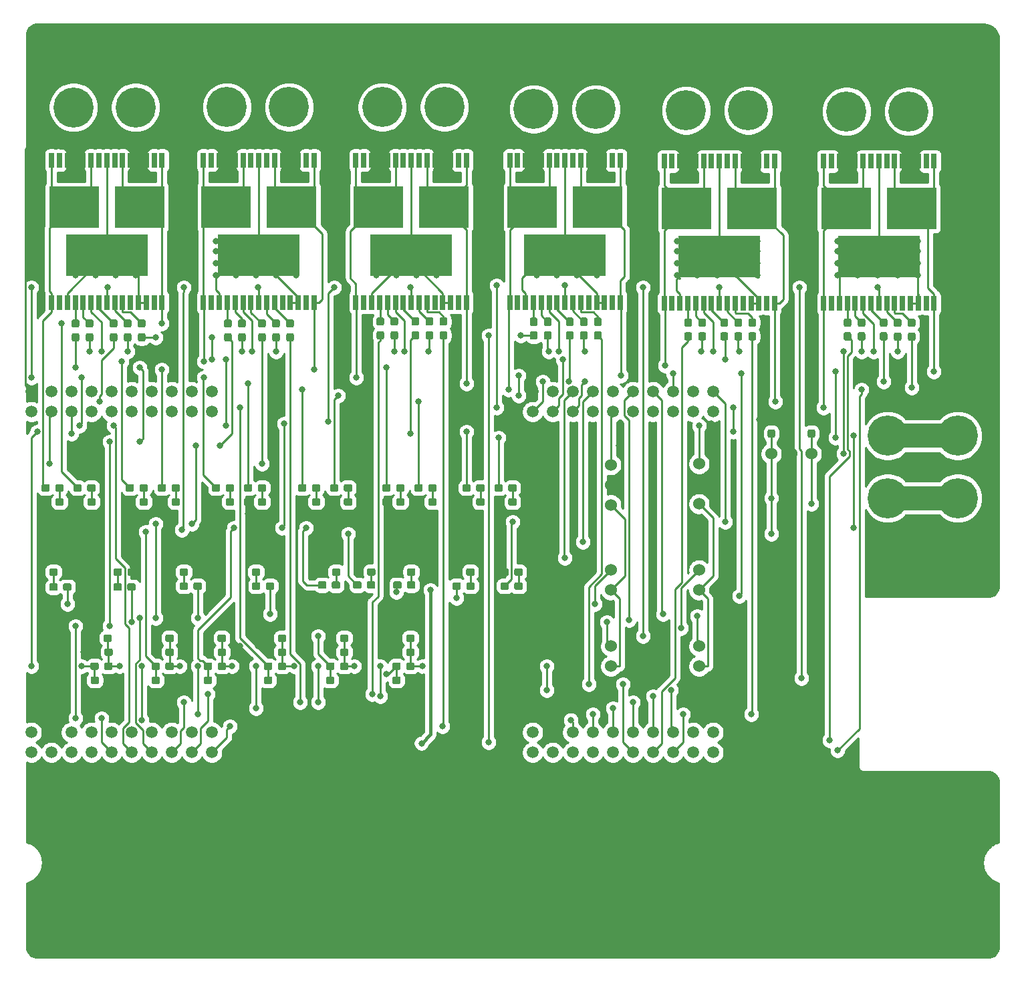
<source format=gbr>
G04 #@! TF.GenerationSoftware,KiCad,Pcbnew,(5.1.4)-1*
G04 #@! TF.CreationDate,2020-11-26T11:17:14-06:00*
G04 #@! TF.ProjectId,ScienceMotorController,53636965-6e63-4654-9d6f-746f72436f6e,rev?*
G04 #@! TF.SameCoordinates,Original*
G04 #@! TF.FileFunction,Copper,L1,Top*
G04 #@! TF.FilePolarity,Positive*
%FSLAX46Y46*%
G04 Gerber Fmt 4.6, Leading zero omitted, Abs format (unit mm)*
G04 Created by KiCad (PCBNEW (5.1.4)-1) date 2020-11-26 11:17:14*
%MOMM*%
%LPD*%
G04 APERTURE LIST*
%ADD10R,6.223000X5.257800*%
%ADD11R,10.312400X5.257800*%
%ADD12R,0.635000X1.854200*%
%ADD13C,5.080000*%
%ADD14C,0.100000*%
%ADD15C,0.950000*%
%ADD16C,1.524000*%
%ADD17C,1.520000*%
%ADD18C,0.800000*%
%ADD19C,3.048000*%
%ADD20C,0.254000*%
%ADD21C,0.381000*%
G04 APERTURE END LIST*
D10*
X147320000Y-63373000D03*
D11*
X143154400Y-69469000D03*
D10*
X138988800Y-63373000D03*
D12*
X136154399Y-57416700D03*
X137154399Y-57416700D03*
X138154400Y-57416700D03*
X139154400Y-57416700D03*
X140154401Y-57416700D03*
X141154399Y-57416700D03*
X142154399Y-57416700D03*
X143154400Y-57416700D03*
X144154401Y-57416700D03*
X145154401Y-57416700D03*
X146154399Y-57416700D03*
X147154400Y-57416700D03*
X148154400Y-57416700D03*
X149154401Y-57416700D03*
X150154399Y-57416700D03*
X150154401Y-75425300D03*
X149154401Y-75425300D03*
X148154400Y-75425300D03*
X147154400Y-75425300D03*
X146154399Y-75425300D03*
X145154401Y-75425300D03*
X144154401Y-75425300D03*
X143154400Y-75425300D03*
X142154399Y-75425300D03*
X141154399Y-75425300D03*
X140154401Y-75425300D03*
X139154400Y-75425300D03*
X138154400Y-75425300D03*
X137154399Y-75425300D03*
X136154401Y-75425300D03*
D13*
X144272000Y-108002000D03*
X144272000Y-100102000D03*
X144272000Y-92202000D03*
D14*
G36*
X51872779Y-117382144D02*
G01*
X51895834Y-117385563D01*
X51918443Y-117391227D01*
X51940387Y-117399079D01*
X51961457Y-117409044D01*
X51981448Y-117421026D01*
X52000168Y-117434910D01*
X52017438Y-117450562D01*
X52033090Y-117467832D01*
X52046974Y-117486552D01*
X52058956Y-117506543D01*
X52068921Y-117527613D01*
X52076773Y-117549557D01*
X52082437Y-117572166D01*
X52085856Y-117595221D01*
X52087000Y-117618500D01*
X52087000Y-118093500D01*
X52085856Y-118116779D01*
X52082437Y-118139834D01*
X52076773Y-118162443D01*
X52068921Y-118184387D01*
X52058956Y-118205457D01*
X52046974Y-118225448D01*
X52033090Y-118244168D01*
X52017438Y-118261438D01*
X52000168Y-118277090D01*
X51981448Y-118290974D01*
X51961457Y-118302956D01*
X51940387Y-118312921D01*
X51918443Y-118320773D01*
X51895834Y-118326437D01*
X51872779Y-118329856D01*
X51849500Y-118331000D01*
X51274500Y-118331000D01*
X51251221Y-118329856D01*
X51228166Y-118326437D01*
X51205557Y-118320773D01*
X51183613Y-118312921D01*
X51162543Y-118302956D01*
X51142552Y-118290974D01*
X51123832Y-118277090D01*
X51106562Y-118261438D01*
X51090910Y-118244168D01*
X51077026Y-118225448D01*
X51065044Y-118205457D01*
X51055079Y-118184387D01*
X51047227Y-118162443D01*
X51041563Y-118139834D01*
X51038144Y-118116779D01*
X51037000Y-118093500D01*
X51037000Y-117618500D01*
X51038144Y-117595221D01*
X51041563Y-117572166D01*
X51047227Y-117549557D01*
X51055079Y-117527613D01*
X51065044Y-117506543D01*
X51077026Y-117486552D01*
X51090910Y-117467832D01*
X51106562Y-117450562D01*
X51123832Y-117434910D01*
X51142552Y-117421026D01*
X51162543Y-117409044D01*
X51183613Y-117399079D01*
X51205557Y-117391227D01*
X51228166Y-117385563D01*
X51251221Y-117382144D01*
X51274500Y-117381000D01*
X51849500Y-117381000D01*
X51872779Y-117382144D01*
X51872779Y-117382144D01*
G37*
D15*
X51562000Y-117856000D03*
D14*
G36*
X53622779Y-117382144D02*
G01*
X53645834Y-117385563D01*
X53668443Y-117391227D01*
X53690387Y-117399079D01*
X53711457Y-117409044D01*
X53731448Y-117421026D01*
X53750168Y-117434910D01*
X53767438Y-117450562D01*
X53783090Y-117467832D01*
X53796974Y-117486552D01*
X53808956Y-117506543D01*
X53818921Y-117527613D01*
X53826773Y-117549557D01*
X53832437Y-117572166D01*
X53835856Y-117595221D01*
X53837000Y-117618500D01*
X53837000Y-118093500D01*
X53835856Y-118116779D01*
X53832437Y-118139834D01*
X53826773Y-118162443D01*
X53818921Y-118184387D01*
X53808956Y-118205457D01*
X53796974Y-118225448D01*
X53783090Y-118244168D01*
X53767438Y-118261438D01*
X53750168Y-118277090D01*
X53731448Y-118290974D01*
X53711457Y-118302956D01*
X53690387Y-118312921D01*
X53668443Y-118320773D01*
X53645834Y-118326437D01*
X53622779Y-118329856D01*
X53599500Y-118331000D01*
X53024500Y-118331000D01*
X53001221Y-118329856D01*
X52978166Y-118326437D01*
X52955557Y-118320773D01*
X52933613Y-118312921D01*
X52912543Y-118302956D01*
X52892552Y-118290974D01*
X52873832Y-118277090D01*
X52856562Y-118261438D01*
X52840910Y-118244168D01*
X52827026Y-118225448D01*
X52815044Y-118205457D01*
X52805079Y-118184387D01*
X52797227Y-118162443D01*
X52791563Y-118139834D01*
X52788144Y-118116779D01*
X52787000Y-118093500D01*
X52787000Y-117618500D01*
X52788144Y-117595221D01*
X52791563Y-117572166D01*
X52797227Y-117549557D01*
X52805079Y-117527613D01*
X52815044Y-117506543D01*
X52827026Y-117486552D01*
X52840910Y-117467832D01*
X52856562Y-117450562D01*
X52873832Y-117434910D01*
X52892552Y-117421026D01*
X52912543Y-117409044D01*
X52933613Y-117399079D01*
X52955557Y-117391227D01*
X52978166Y-117385563D01*
X53001221Y-117382144D01*
X53024500Y-117381000D01*
X53599500Y-117381000D01*
X53622779Y-117382144D01*
X53622779Y-117382144D01*
G37*
D15*
X53312000Y-117856000D03*
D14*
G36*
X51872779Y-119160144D02*
G01*
X51895834Y-119163563D01*
X51918443Y-119169227D01*
X51940387Y-119177079D01*
X51961457Y-119187044D01*
X51981448Y-119199026D01*
X52000168Y-119212910D01*
X52017438Y-119228562D01*
X52033090Y-119245832D01*
X52046974Y-119264552D01*
X52058956Y-119284543D01*
X52068921Y-119305613D01*
X52076773Y-119327557D01*
X52082437Y-119350166D01*
X52085856Y-119373221D01*
X52087000Y-119396500D01*
X52087000Y-119871500D01*
X52085856Y-119894779D01*
X52082437Y-119917834D01*
X52076773Y-119940443D01*
X52068921Y-119962387D01*
X52058956Y-119983457D01*
X52046974Y-120003448D01*
X52033090Y-120022168D01*
X52017438Y-120039438D01*
X52000168Y-120055090D01*
X51981448Y-120068974D01*
X51961457Y-120080956D01*
X51940387Y-120090921D01*
X51918443Y-120098773D01*
X51895834Y-120104437D01*
X51872779Y-120107856D01*
X51849500Y-120109000D01*
X51274500Y-120109000D01*
X51251221Y-120107856D01*
X51228166Y-120104437D01*
X51205557Y-120098773D01*
X51183613Y-120090921D01*
X51162543Y-120080956D01*
X51142552Y-120068974D01*
X51123832Y-120055090D01*
X51106562Y-120039438D01*
X51090910Y-120022168D01*
X51077026Y-120003448D01*
X51065044Y-119983457D01*
X51055079Y-119962387D01*
X51047227Y-119940443D01*
X51041563Y-119917834D01*
X51038144Y-119894779D01*
X51037000Y-119871500D01*
X51037000Y-119396500D01*
X51038144Y-119373221D01*
X51041563Y-119350166D01*
X51047227Y-119327557D01*
X51055079Y-119305613D01*
X51065044Y-119284543D01*
X51077026Y-119264552D01*
X51090910Y-119245832D01*
X51106562Y-119228562D01*
X51123832Y-119212910D01*
X51142552Y-119199026D01*
X51162543Y-119187044D01*
X51183613Y-119177079D01*
X51205557Y-119169227D01*
X51228166Y-119163563D01*
X51251221Y-119160144D01*
X51274500Y-119159000D01*
X51849500Y-119159000D01*
X51872779Y-119160144D01*
X51872779Y-119160144D01*
G37*
D15*
X51562000Y-119634000D03*
D14*
G36*
X53622779Y-119160144D02*
G01*
X53645834Y-119163563D01*
X53668443Y-119169227D01*
X53690387Y-119177079D01*
X53711457Y-119187044D01*
X53731448Y-119199026D01*
X53750168Y-119212910D01*
X53767438Y-119228562D01*
X53783090Y-119245832D01*
X53796974Y-119264552D01*
X53808956Y-119284543D01*
X53818921Y-119305613D01*
X53826773Y-119327557D01*
X53832437Y-119350166D01*
X53835856Y-119373221D01*
X53837000Y-119396500D01*
X53837000Y-119871500D01*
X53835856Y-119894779D01*
X53832437Y-119917834D01*
X53826773Y-119940443D01*
X53818921Y-119962387D01*
X53808956Y-119983457D01*
X53796974Y-120003448D01*
X53783090Y-120022168D01*
X53767438Y-120039438D01*
X53750168Y-120055090D01*
X53731448Y-120068974D01*
X53711457Y-120080956D01*
X53690387Y-120090921D01*
X53668443Y-120098773D01*
X53645834Y-120104437D01*
X53622779Y-120107856D01*
X53599500Y-120109000D01*
X53024500Y-120109000D01*
X53001221Y-120107856D01*
X52978166Y-120104437D01*
X52955557Y-120098773D01*
X52933613Y-120090921D01*
X52912543Y-120080956D01*
X52892552Y-120068974D01*
X52873832Y-120055090D01*
X52856562Y-120039438D01*
X52840910Y-120022168D01*
X52827026Y-120003448D01*
X52815044Y-119983457D01*
X52805079Y-119962387D01*
X52797227Y-119940443D01*
X52791563Y-119917834D01*
X52788144Y-119894779D01*
X52787000Y-119871500D01*
X52787000Y-119396500D01*
X52788144Y-119373221D01*
X52791563Y-119350166D01*
X52797227Y-119327557D01*
X52805079Y-119305613D01*
X52815044Y-119284543D01*
X52827026Y-119264552D01*
X52840910Y-119245832D01*
X52856562Y-119228562D01*
X52873832Y-119212910D01*
X52892552Y-119199026D01*
X52912543Y-119187044D01*
X52933613Y-119177079D01*
X52955557Y-119169227D01*
X52978166Y-119163563D01*
X53001221Y-119160144D01*
X53024500Y-119159000D01*
X53599500Y-119159000D01*
X53622779Y-119160144D01*
X53622779Y-119160144D01*
G37*
D15*
X53312000Y-119634000D03*
D14*
G36*
X53622779Y-122716144D02*
G01*
X53645834Y-122719563D01*
X53668443Y-122725227D01*
X53690387Y-122733079D01*
X53711457Y-122743044D01*
X53731448Y-122755026D01*
X53750168Y-122768910D01*
X53767438Y-122784562D01*
X53783090Y-122801832D01*
X53796974Y-122820552D01*
X53808956Y-122840543D01*
X53818921Y-122861613D01*
X53826773Y-122883557D01*
X53832437Y-122906166D01*
X53835856Y-122929221D01*
X53837000Y-122952500D01*
X53837000Y-123427500D01*
X53835856Y-123450779D01*
X53832437Y-123473834D01*
X53826773Y-123496443D01*
X53818921Y-123518387D01*
X53808956Y-123539457D01*
X53796974Y-123559448D01*
X53783090Y-123578168D01*
X53767438Y-123595438D01*
X53750168Y-123611090D01*
X53731448Y-123624974D01*
X53711457Y-123636956D01*
X53690387Y-123646921D01*
X53668443Y-123654773D01*
X53645834Y-123660437D01*
X53622779Y-123663856D01*
X53599500Y-123665000D01*
X53024500Y-123665000D01*
X53001221Y-123663856D01*
X52978166Y-123660437D01*
X52955557Y-123654773D01*
X52933613Y-123646921D01*
X52912543Y-123636956D01*
X52892552Y-123624974D01*
X52873832Y-123611090D01*
X52856562Y-123595438D01*
X52840910Y-123578168D01*
X52827026Y-123559448D01*
X52815044Y-123539457D01*
X52805079Y-123518387D01*
X52797227Y-123496443D01*
X52791563Y-123473834D01*
X52788144Y-123450779D01*
X52787000Y-123427500D01*
X52787000Y-122952500D01*
X52788144Y-122929221D01*
X52791563Y-122906166D01*
X52797227Y-122883557D01*
X52805079Y-122861613D01*
X52815044Y-122840543D01*
X52827026Y-122820552D01*
X52840910Y-122801832D01*
X52856562Y-122784562D01*
X52873832Y-122768910D01*
X52892552Y-122755026D01*
X52912543Y-122743044D01*
X52933613Y-122733079D01*
X52955557Y-122725227D01*
X52978166Y-122719563D01*
X53001221Y-122716144D01*
X53024500Y-122715000D01*
X53599500Y-122715000D01*
X53622779Y-122716144D01*
X53622779Y-122716144D01*
G37*
D15*
X53312000Y-123190000D03*
D14*
G36*
X51872779Y-122716144D02*
G01*
X51895834Y-122719563D01*
X51918443Y-122725227D01*
X51940387Y-122733079D01*
X51961457Y-122743044D01*
X51981448Y-122755026D01*
X52000168Y-122768910D01*
X52017438Y-122784562D01*
X52033090Y-122801832D01*
X52046974Y-122820552D01*
X52058956Y-122840543D01*
X52068921Y-122861613D01*
X52076773Y-122883557D01*
X52082437Y-122906166D01*
X52085856Y-122929221D01*
X52087000Y-122952500D01*
X52087000Y-123427500D01*
X52085856Y-123450779D01*
X52082437Y-123473834D01*
X52076773Y-123496443D01*
X52068921Y-123518387D01*
X52058956Y-123539457D01*
X52046974Y-123559448D01*
X52033090Y-123578168D01*
X52017438Y-123595438D01*
X52000168Y-123611090D01*
X51981448Y-123624974D01*
X51961457Y-123636956D01*
X51940387Y-123646921D01*
X51918443Y-123654773D01*
X51895834Y-123660437D01*
X51872779Y-123663856D01*
X51849500Y-123665000D01*
X51274500Y-123665000D01*
X51251221Y-123663856D01*
X51228166Y-123660437D01*
X51205557Y-123654773D01*
X51183613Y-123646921D01*
X51162543Y-123636956D01*
X51142552Y-123624974D01*
X51123832Y-123611090D01*
X51106562Y-123595438D01*
X51090910Y-123578168D01*
X51077026Y-123559448D01*
X51065044Y-123539457D01*
X51055079Y-123518387D01*
X51047227Y-123496443D01*
X51041563Y-123473834D01*
X51038144Y-123450779D01*
X51037000Y-123427500D01*
X51037000Y-122952500D01*
X51038144Y-122929221D01*
X51041563Y-122906166D01*
X51047227Y-122883557D01*
X51055079Y-122861613D01*
X51065044Y-122840543D01*
X51077026Y-122820552D01*
X51090910Y-122801832D01*
X51106562Y-122784562D01*
X51123832Y-122768910D01*
X51142552Y-122755026D01*
X51162543Y-122743044D01*
X51183613Y-122733079D01*
X51205557Y-122725227D01*
X51228166Y-122719563D01*
X51251221Y-122716144D01*
X51274500Y-122715000D01*
X51849500Y-122715000D01*
X51872779Y-122716144D01*
X51872779Y-122716144D01*
G37*
D15*
X51562000Y-123190000D03*
D14*
G36*
X51872779Y-120938144D02*
G01*
X51895834Y-120941563D01*
X51918443Y-120947227D01*
X51940387Y-120955079D01*
X51961457Y-120965044D01*
X51981448Y-120977026D01*
X52000168Y-120990910D01*
X52017438Y-121006562D01*
X52033090Y-121023832D01*
X52046974Y-121042552D01*
X52058956Y-121062543D01*
X52068921Y-121083613D01*
X52076773Y-121105557D01*
X52082437Y-121128166D01*
X52085856Y-121151221D01*
X52087000Y-121174500D01*
X52087000Y-121649500D01*
X52085856Y-121672779D01*
X52082437Y-121695834D01*
X52076773Y-121718443D01*
X52068921Y-121740387D01*
X52058956Y-121761457D01*
X52046974Y-121781448D01*
X52033090Y-121800168D01*
X52017438Y-121817438D01*
X52000168Y-121833090D01*
X51981448Y-121846974D01*
X51961457Y-121858956D01*
X51940387Y-121868921D01*
X51918443Y-121876773D01*
X51895834Y-121882437D01*
X51872779Y-121885856D01*
X51849500Y-121887000D01*
X51274500Y-121887000D01*
X51251221Y-121885856D01*
X51228166Y-121882437D01*
X51205557Y-121876773D01*
X51183613Y-121868921D01*
X51162543Y-121858956D01*
X51142552Y-121846974D01*
X51123832Y-121833090D01*
X51106562Y-121817438D01*
X51090910Y-121800168D01*
X51077026Y-121781448D01*
X51065044Y-121761457D01*
X51055079Y-121740387D01*
X51047227Y-121718443D01*
X51041563Y-121695834D01*
X51038144Y-121672779D01*
X51037000Y-121649500D01*
X51037000Y-121174500D01*
X51038144Y-121151221D01*
X51041563Y-121128166D01*
X51047227Y-121105557D01*
X51055079Y-121083613D01*
X51065044Y-121062543D01*
X51077026Y-121042552D01*
X51090910Y-121023832D01*
X51106562Y-121006562D01*
X51123832Y-120990910D01*
X51142552Y-120977026D01*
X51162543Y-120965044D01*
X51183613Y-120955079D01*
X51205557Y-120947227D01*
X51228166Y-120941563D01*
X51251221Y-120938144D01*
X51274500Y-120937000D01*
X51849500Y-120937000D01*
X51872779Y-120938144D01*
X51872779Y-120938144D01*
G37*
D15*
X51562000Y-121412000D03*
D14*
G36*
X53622779Y-120938144D02*
G01*
X53645834Y-120941563D01*
X53668443Y-120947227D01*
X53690387Y-120955079D01*
X53711457Y-120965044D01*
X53731448Y-120977026D01*
X53750168Y-120990910D01*
X53767438Y-121006562D01*
X53783090Y-121023832D01*
X53796974Y-121042552D01*
X53808956Y-121062543D01*
X53818921Y-121083613D01*
X53826773Y-121105557D01*
X53832437Y-121128166D01*
X53835856Y-121151221D01*
X53837000Y-121174500D01*
X53837000Y-121649500D01*
X53835856Y-121672779D01*
X53832437Y-121695834D01*
X53826773Y-121718443D01*
X53818921Y-121740387D01*
X53808956Y-121761457D01*
X53796974Y-121781448D01*
X53783090Y-121800168D01*
X53767438Y-121817438D01*
X53750168Y-121833090D01*
X53731448Y-121846974D01*
X53711457Y-121858956D01*
X53690387Y-121868921D01*
X53668443Y-121876773D01*
X53645834Y-121882437D01*
X53622779Y-121885856D01*
X53599500Y-121887000D01*
X53024500Y-121887000D01*
X53001221Y-121885856D01*
X52978166Y-121882437D01*
X52955557Y-121876773D01*
X52933613Y-121868921D01*
X52912543Y-121858956D01*
X52892552Y-121846974D01*
X52873832Y-121833090D01*
X52856562Y-121817438D01*
X52840910Y-121800168D01*
X52827026Y-121781448D01*
X52815044Y-121761457D01*
X52805079Y-121740387D01*
X52797227Y-121718443D01*
X52791563Y-121695834D01*
X52788144Y-121672779D01*
X52787000Y-121649500D01*
X52787000Y-121174500D01*
X52788144Y-121151221D01*
X52791563Y-121128166D01*
X52797227Y-121105557D01*
X52805079Y-121083613D01*
X52815044Y-121062543D01*
X52827026Y-121042552D01*
X52840910Y-121023832D01*
X52856562Y-121006562D01*
X52873832Y-120990910D01*
X52892552Y-120977026D01*
X52912543Y-120965044D01*
X52933613Y-120955079D01*
X52955557Y-120947227D01*
X52978166Y-120941563D01*
X53001221Y-120938144D01*
X53024500Y-120937000D01*
X53599500Y-120937000D01*
X53622779Y-120938144D01*
X53622779Y-120938144D01*
G37*
D15*
X53312000Y-121412000D03*
D14*
G36*
X60966779Y-79204144D02*
G01*
X60989834Y-79207563D01*
X61012443Y-79213227D01*
X61034387Y-79221079D01*
X61055457Y-79231044D01*
X61075448Y-79243026D01*
X61094168Y-79256910D01*
X61111438Y-79272562D01*
X61127090Y-79289832D01*
X61140974Y-79308552D01*
X61152956Y-79328543D01*
X61162921Y-79349613D01*
X61170773Y-79371557D01*
X61176437Y-79394166D01*
X61179856Y-79417221D01*
X61181000Y-79440500D01*
X61181000Y-80015500D01*
X61179856Y-80038779D01*
X61176437Y-80061834D01*
X61170773Y-80084443D01*
X61162921Y-80106387D01*
X61152956Y-80127457D01*
X61140974Y-80147448D01*
X61127090Y-80166168D01*
X61111438Y-80183438D01*
X61094168Y-80199090D01*
X61075448Y-80212974D01*
X61055457Y-80224956D01*
X61034387Y-80234921D01*
X61012443Y-80242773D01*
X60989834Y-80248437D01*
X60966779Y-80251856D01*
X60943500Y-80253000D01*
X60468500Y-80253000D01*
X60445221Y-80251856D01*
X60422166Y-80248437D01*
X60399557Y-80242773D01*
X60377613Y-80234921D01*
X60356543Y-80224956D01*
X60336552Y-80212974D01*
X60317832Y-80199090D01*
X60300562Y-80183438D01*
X60284910Y-80166168D01*
X60271026Y-80147448D01*
X60259044Y-80127457D01*
X60249079Y-80106387D01*
X60241227Y-80084443D01*
X60235563Y-80061834D01*
X60232144Y-80038779D01*
X60231000Y-80015500D01*
X60231000Y-79440500D01*
X60232144Y-79417221D01*
X60235563Y-79394166D01*
X60241227Y-79371557D01*
X60249079Y-79349613D01*
X60259044Y-79328543D01*
X60271026Y-79308552D01*
X60284910Y-79289832D01*
X60300562Y-79272562D01*
X60317832Y-79256910D01*
X60336552Y-79243026D01*
X60356543Y-79231044D01*
X60377613Y-79221079D01*
X60399557Y-79213227D01*
X60422166Y-79207563D01*
X60445221Y-79204144D01*
X60468500Y-79203000D01*
X60943500Y-79203000D01*
X60966779Y-79204144D01*
X60966779Y-79204144D01*
G37*
D15*
X60706000Y-79728000D03*
D14*
G36*
X60966779Y-77454144D02*
G01*
X60989834Y-77457563D01*
X61012443Y-77463227D01*
X61034387Y-77471079D01*
X61055457Y-77481044D01*
X61075448Y-77493026D01*
X61094168Y-77506910D01*
X61111438Y-77522562D01*
X61127090Y-77539832D01*
X61140974Y-77558552D01*
X61152956Y-77578543D01*
X61162921Y-77599613D01*
X61170773Y-77621557D01*
X61176437Y-77644166D01*
X61179856Y-77667221D01*
X61181000Y-77690500D01*
X61181000Y-78265500D01*
X61179856Y-78288779D01*
X61176437Y-78311834D01*
X61170773Y-78334443D01*
X61162921Y-78356387D01*
X61152956Y-78377457D01*
X61140974Y-78397448D01*
X61127090Y-78416168D01*
X61111438Y-78433438D01*
X61094168Y-78449090D01*
X61075448Y-78462974D01*
X61055457Y-78474956D01*
X61034387Y-78484921D01*
X61012443Y-78492773D01*
X60989834Y-78498437D01*
X60966779Y-78501856D01*
X60943500Y-78503000D01*
X60468500Y-78503000D01*
X60445221Y-78501856D01*
X60422166Y-78498437D01*
X60399557Y-78492773D01*
X60377613Y-78484921D01*
X60356543Y-78474956D01*
X60336552Y-78462974D01*
X60317832Y-78449090D01*
X60300562Y-78433438D01*
X60284910Y-78416168D01*
X60271026Y-78397448D01*
X60259044Y-78377457D01*
X60249079Y-78356387D01*
X60241227Y-78334443D01*
X60235563Y-78311834D01*
X60232144Y-78288779D01*
X60231000Y-78265500D01*
X60231000Y-77690500D01*
X60232144Y-77667221D01*
X60235563Y-77644166D01*
X60241227Y-77621557D01*
X60249079Y-77599613D01*
X60259044Y-77578543D01*
X60271026Y-77558552D01*
X60284910Y-77539832D01*
X60300562Y-77522562D01*
X60317832Y-77506910D01*
X60336552Y-77493026D01*
X60356543Y-77481044D01*
X60377613Y-77471079D01*
X60399557Y-77463227D01*
X60422166Y-77457563D01*
X60445221Y-77454144D01*
X60468500Y-77453000D01*
X60943500Y-77453000D01*
X60966779Y-77454144D01*
X60966779Y-77454144D01*
G37*
D15*
X60706000Y-77978000D03*
D14*
G36*
X60254779Y-119160144D02*
G01*
X60277834Y-119163563D01*
X60300443Y-119169227D01*
X60322387Y-119177079D01*
X60343457Y-119187044D01*
X60363448Y-119199026D01*
X60382168Y-119212910D01*
X60399438Y-119228562D01*
X60415090Y-119245832D01*
X60428974Y-119264552D01*
X60440956Y-119284543D01*
X60450921Y-119305613D01*
X60458773Y-119327557D01*
X60464437Y-119350166D01*
X60467856Y-119373221D01*
X60469000Y-119396500D01*
X60469000Y-119871500D01*
X60467856Y-119894779D01*
X60464437Y-119917834D01*
X60458773Y-119940443D01*
X60450921Y-119962387D01*
X60440956Y-119983457D01*
X60428974Y-120003448D01*
X60415090Y-120022168D01*
X60399438Y-120039438D01*
X60382168Y-120055090D01*
X60363448Y-120068974D01*
X60343457Y-120080956D01*
X60322387Y-120090921D01*
X60300443Y-120098773D01*
X60277834Y-120104437D01*
X60254779Y-120107856D01*
X60231500Y-120109000D01*
X59656500Y-120109000D01*
X59633221Y-120107856D01*
X59610166Y-120104437D01*
X59587557Y-120098773D01*
X59565613Y-120090921D01*
X59544543Y-120080956D01*
X59524552Y-120068974D01*
X59505832Y-120055090D01*
X59488562Y-120039438D01*
X59472910Y-120022168D01*
X59459026Y-120003448D01*
X59447044Y-119983457D01*
X59437079Y-119962387D01*
X59429227Y-119940443D01*
X59423563Y-119917834D01*
X59420144Y-119894779D01*
X59419000Y-119871500D01*
X59419000Y-119396500D01*
X59420144Y-119373221D01*
X59423563Y-119350166D01*
X59429227Y-119327557D01*
X59437079Y-119305613D01*
X59447044Y-119284543D01*
X59459026Y-119264552D01*
X59472910Y-119245832D01*
X59488562Y-119228562D01*
X59505832Y-119212910D01*
X59524552Y-119199026D01*
X59544543Y-119187044D01*
X59565613Y-119177079D01*
X59587557Y-119169227D01*
X59610166Y-119163563D01*
X59633221Y-119160144D01*
X59656500Y-119159000D01*
X60231500Y-119159000D01*
X60254779Y-119160144D01*
X60254779Y-119160144D01*
G37*
D15*
X59944000Y-119634000D03*
D14*
G36*
X58504779Y-119160144D02*
G01*
X58527834Y-119163563D01*
X58550443Y-119169227D01*
X58572387Y-119177079D01*
X58593457Y-119187044D01*
X58613448Y-119199026D01*
X58632168Y-119212910D01*
X58649438Y-119228562D01*
X58665090Y-119245832D01*
X58678974Y-119264552D01*
X58690956Y-119284543D01*
X58700921Y-119305613D01*
X58708773Y-119327557D01*
X58714437Y-119350166D01*
X58717856Y-119373221D01*
X58719000Y-119396500D01*
X58719000Y-119871500D01*
X58717856Y-119894779D01*
X58714437Y-119917834D01*
X58708773Y-119940443D01*
X58700921Y-119962387D01*
X58690956Y-119983457D01*
X58678974Y-120003448D01*
X58665090Y-120022168D01*
X58649438Y-120039438D01*
X58632168Y-120055090D01*
X58613448Y-120068974D01*
X58593457Y-120080956D01*
X58572387Y-120090921D01*
X58550443Y-120098773D01*
X58527834Y-120104437D01*
X58504779Y-120107856D01*
X58481500Y-120109000D01*
X57906500Y-120109000D01*
X57883221Y-120107856D01*
X57860166Y-120104437D01*
X57837557Y-120098773D01*
X57815613Y-120090921D01*
X57794543Y-120080956D01*
X57774552Y-120068974D01*
X57755832Y-120055090D01*
X57738562Y-120039438D01*
X57722910Y-120022168D01*
X57709026Y-120003448D01*
X57697044Y-119983457D01*
X57687079Y-119962387D01*
X57679227Y-119940443D01*
X57673563Y-119917834D01*
X57670144Y-119894779D01*
X57669000Y-119871500D01*
X57669000Y-119396500D01*
X57670144Y-119373221D01*
X57673563Y-119350166D01*
X57679227Y-119327557D01*
X57687079Y-119305613D01*
X57697044Y-119284543D01*
X57709026Y-119264552D01*
X57722910Y-119245832D01*
X57738562Y-119228562D01*
X57755832Y-119212910D01*
X57774552Y-119199026D01*
X57794543Y-119187044D01*
X57815613Y-119177079D01*
X57837557Y-119169227D01*
X57860166Y-119163563D01*
X57883221Y-119160144D01*
X57906500Y-119159000D01*
X58481500Y-119159000D01*
X58504779Y-119160144D01*
X58504779Y-119160144D01*
G37*
D15*
X58194000Y-119634000D03*
D14*
G36*
X66124779Y-119160144D02*
G01*
X66147834Y-119163563D01*
X66170443Y-119169227D01*
X66192387Y-119177079D01*
X66213457Y-119187044D01*
X66233448Y-119199026D01*
X66252168Y-119212910D01*
X66269438Y-119228562D01*
X66285090Y-119245832D01*
X66298974Y-119264552D01*
X66310956Y-119284543D01*
X66320921Y-119305613D01*
X66328773Y-119327557D01*
X66334437Y-119350166D01*
X66337856Y-119373221D01*
X66339000Y-119396500D01*
X66339000Y-119871500D01*
X66337856Y-119894779D01*
X66334437Y-119917834D01*
X66328773Y-119940443D01*
X66320921Y-119962387D01*
X66310956Y-119983457D01*
X66298974Y-120003448D01*
X66285090Y-120022168D01*
X66269438Y-120039438D01*
X66252168Y-120055090D01*
X66233448Y-120068974D01*
X66213457Y-120080956D01*
X66192387Y-120090921D01*
X66170443Y-120098773D01*
X66147834Y-120104437D01*
X66124779Y-120107856D01*
X66101500Y-120109000D01*
X65526500Y-120109000D01*
X65503221Y-120107856D01*
X65480166Y-120104437D01*
X65457557Y-120098773D01*
X65435613Y-120090921D01*
X65414543Y-120080956D01*
X65394552Y-120068974D01*
X65375832Y-120055090D01*
X65358562Y-120039438D01*
X65342910Y-120022168D01*
X65329026Y-120003448D01*
X65317044Y-119983457D01*
X65307079Y-119962387D01*
X65299227Y-119940443D01*
X65293563Y-119917834D01*
X65290144Y-119894779D01*
X65289000Y-119871500D01*
X65289000Y-119396500D01*
X65290144Y-119373221D01*
X65293563Y-119350166D01*
X65299227Y-119327557D01*
X65307079Y-119305613D01*
X65317044Y-119284543D01*
X65329026Y-119264552D01*
X65342910Y-119245832D01*
X65358562Y-119228562D01*
X65375832Y-119212910D01*
X65394552Y-119199026D01*
X65414543Y-119187044D01*
X65435613Y-119177079D01*
X65457557Y-119169227D01*
X65480166Y-119163563D01*
X65503221Y-119160144D01*
X65526500Y-119159000D01*
X66101500Y-119159000D01*
X66124779Y-119160144D01*
X66124779Y-119160144D01*
G37*
D15*
X65814000Y-119634000D03*
D14*
G36*
X67874779Y-119160144D02*
G01*
X67897834Y-119163563D01*
X67920443Y-119169227D01*
X67942387Y-119177079D01*
X67963457Y-119187044D01*
X67983448Y-119199026D01*
X68002168Y-119212910D01*
X68019438Y-119228562D01*
X68035090Y-119245832D01*
X68048974Y-119264552D01*
X68060956Y-119284543D01*
X68070921Y-119305613D01*
X68078773Y-119327557D01*
X68084437Y-119350166D01*
X68087856Y-119373221D01*
X68089000Y-119396500D01*
X68089000Y-119871500D01*
X68087856Y-119894779D01*
X68084437Y-119917834D01*
X68078773Y-119940443D01*
X68070921Y-119962387D01*
X68060956Y-119983457D01*
X68048974Y-120003448D01*
X68035090Y-120022168D01*
X68019438Y-120039438D01*
X68002168Y-120055090D01*
X67983448Y-120068974D01*
X67963457Y-120080956D01*
X67942387Y-120090921D01*
X67920443Y-120098773D01*
X67897834Y-120104437D01*
X67874779Y-120107856D01*
X67851500Y-120109000D01*
X67276500Y-120109000D01*
X67253221Y-120107856D01*
X67230166Y-120104437D01*
X67207557Y-120098773D01*
X67185613Y-120090921D01*
X67164543Y-120080956D01*
X67144552Y-120068974D01*
X67125832Y-120055090D01*
X67108562Y-120039438D01*
X67092910Y-120022168D01*
X67079026Y-120003448D01*
X67067044Y-119983457D01*
X67057079Y-119962387D01*
X67049227Y-119940443D01*
X67043563Y-119917834D01*
X67040144Y-119894779D01*
X67039000Y-119871500D01*
X67039000Y-119396500D01*
X67040144Y-119373221D01*
X67043563Y-119350166D01*
X67049227Y-119327557D01*
X67057079Y-119305613D01*
X67067044Y-119284543D01*
X67079026Y-119264552D01*
X67092910Y-119245832D01*
X67108562Y-119228562D01*
X67125832Y-119212910D01*
X67144552Y-119199026D01*
X67164543Y-119187044D01*
X67185613Y-119177079D01*
X67207557Y-119169227D01*
X67230166Y-119163563D01*
X67253221Y-119160144D01*
X67276500Y-119159000D01*
X67851500Y-119159000D01*
X67874779Y-119160144D01*
X67874779Y-119160144D01*
G37*
D15*
X67564000Y-119634000D03*
D14*
G36*
X73998779Y-119160144D02*
G01*
X74021834Y-119163563D01*
X74044443Y-119169227D01*
X74066387Y-119177079D01*
X74087457Y-119187044D01*
X74107448Y-119199026D01*
X74126168Y-119212910D01*
X74143438Y-119228562D01*
X74159090Y-119245832D01*
X74172974Y-119264552D01*
X74184956Y-119284543D01*
X74194921Y-119305613D01*
X74202773Y-119327557D01*
X74208437Y-119350166D01*
X74211856Y-119373221D01*
X74213000Y-119396500D01*
X74213000Y-119871500D01*
X74211856Y-119894779D01*
X74208437Y-119917834D01*
X74202773Y-119940443D01*
X74194921Y-119962387D01*
X74184956Y-119983457D01*
X74172974Y-120003448D01*
X74159090Y-120022168D01*
X74143438Y-120039438D01*
X74126168Y-120055090D01*
X74107448Y-120068974D01*
X74087457Y-120080956D01*
X74066387Y-120090921D01*
X74044443Y-120098773D01*
X74021834Y-120104437D01*
X73998779Y-120107856D01*
X73975500Y-120109000D01*
X73400500Y-120109000D01*
X73377221Y-120107856D01*
X73354166Y-120104437D01*
X73331557Y-120098773D01*
X73309613Y-120090921D01*
X73288543Y-120080956D01*
X73268552Y-120068974D01*
X73249832Y-120055090D01*
X73232562Y-120039438D01*
X73216910Y-120022168D01*
X73203026Y-120003448D01*
X73191044Y-119983457D01*
X73181079Y-119962387D01*
X73173227Y-119940443D01*
X73167563Y-119917834D01*
X73164144Y-119894779D01*
X73163000Y-119871500D01*
X73163000Y-119396500D01*
X73164144Y-119373221D01*
X73167563Y-119350166D01*
X73173227Y-119327557D01*
X73181079Y-119305613D01*
X73191044Y-119284543D01*
X73203026Y-119264552D01*
X73216910Y-119245832D01*
X73232562Y-119228562D01*
X73249832Y-119212910D01*
X73268552Y-119199026D01*
X73288543Y-119187044D01*
X73309613Y-119177079D01*
X73331557Y-119169227D01*
X73354166Y-119163563D01*
X73377221Y-119160144D01*
X73400500Y-119159000D01*
X73975500Y-119159000D01*
X73998779Y-119160144D01*
X73998779Y-119160144D01*
G37*
D15*
X73688000Y-119634000D03*
D14*
G36*
X75748779Y-119160144D02*
G01*
X75771834Y-119163563D01*
X75794443Y-119169227D01*
X75816387Y-119177079D01*
X75837457Y-119187044D01*
X75857448Y-119199026D01*
X75876168Y-119212910D01*
X75893438Y-119228562D01*
X75909090Y-119245832D01*
X75922974Y-119264552D01*
X75934956Y-119284543D01*
X75944921Y-119305613D01*
X75952773Y-119327557D01*
X75958437Y-119350166D01*
X75961856Y-119373221D01*
X75963000Y-119396500D01*
X75963000Y-119871500D01*
X75961856Y-119894779D01*
X75958437Y-119917834D01*
X75952773Y-119940443D01*
X75944921Y-119962387D01*
X75934956Y-119983457D01*
X75922974Y-120003448D01*
X75909090Y-120022168D01*
X75893438Y-120039438D01*
X75876168Y-120055090D01*
X75857448Y-120068974D01*
X75837457Y-120080956D01*
X75816387Y-120090921D01*
X75794443Y-120098773D01*
X75771834Y-120104437D01*
X75748779Y-120107856D01*
X75725500Y-120109000D01*
X75150500Y-120109000D01*
X75127221Y-120107856D01*
X75104166Y-120104437D01*
X75081557Y-120098773D01*
X75059613Y-120090921D01*
X75038543Y-120080956D01*
X75018552Y-120068974D01*
X74999832Y-120055090D01*
X74982562Y-120039438D01*
X74966910Y-120022168D01*
X74953026Y-120003448D01*
X74941044Y-119983457D01*
X74931079Y-119962387D01*
X74923227Y-119940443D01*
X74917563Y-119917834D01*
X74914144Y-119894779D01*
X74913000Y-119871500D01*
X74913000Y-119396500D01*
X74914144Y-119373221D01*
X74917563Y-119350166D01*
X74923227Y-119327557D01*
X74931079Y-119305613D01*
X74941044Y-119284543D01*
X74953026Y-119264552D01*
X74966910Y-119245832D01*
X74982562Y-119228562D01*
X74999832Y-119212910D01*
X75018552Y-119199026D01*
X75038543Y-119187044D01*
X75059613Y-119177079D01*
X75081557Y-119169227D01*
X75104166Y-119163563D01*
X75127221Y-119160144D01*
X75150500Y-119159000D01*
X75725500Y-119159000D01*
X75748779Y-119160144D01*
X75748779Y-119160144D01*
G37*
D15*
X75438000Y-119634000D03*
D14*
G36*
X84130779Y-119160144D02*
G01*
X84153834Y-119163563D01*
X84176443Y-119169227D01*
X84198387Y-119177079D01*
X84219457Y-119187044D01*
X84239448Y-119199026D01*
X84258168Y-119212910D01*
X84275438Y-119228562D01*
X84291090Y-119245832D01*
X84304974Y-119264552D01*
X84316956Y-119284543D01*
X84326921Y-119305613D01*
X84334773Y-119327557D01*
X84340437Y-119350166D01*
X84343856Y-119373221D01*
X84345000Y-119396500D01*
X84345000Y-119871500D01*
X84343856Y-119894779D01*
X84340437Y-119917834D01*
X84334773Y-119940443D01*
X84326921Y-119962387D01*
X84316956Y-119983457D01*
X84304974Y-120003448D01*
X84291090Y-120022168D01*
X84275438Y-120039438D01*
X84258168Y-120055090D01*
X84239448Y-120068974D01*
X84219457Y-120080956D01*
X84198387Y-120090921D01*
X84176443Y-120098773D01*
X84153834Y-120104437D01*
X84130779Y-120107856D01*
X84107500Y-120109000D01*
X83532500Y-120109000D01*
X83509221Y-120107856D01*
X83486166Y-120104437D01*
X83463557Y-120098773D01*
X83441613Y-120090921D01*
X83420543Y-120080956D01*
X83400552Y-120068974D01*
X83381832Y-120055090D01*
X83364562Y-120039438D01*
X83348910Y-120022168D01*
X83335026Y-120003448D01*
X83323044Y-119983457D01*
X83313079Y-119962387D01*
X83305227Y-119940443D01*
X83299563Y-119917834D01*
X83296144Y-119894779D01*
X83295000Y-119871500D01*
X83295000Y-119396500D01*
X83296144Y-119373221D01*
X83299563Y-119350166D01*
X83305227Y-119327557D01*
X83313079Y-119305613D01*
X83323044Y-119284543D01*
X83335026Y-119264552D01*
X83348910Y-119245832D01*
X83364562Y-119228562D01*
X83381832Y-119212910D01*
X83400552Y-119199026D01*
X83420543Y-119187044D01*
X83441613Y-119177079D01*
X83463557Y-119169227D01*
X83486166Y-119163563D01*
X83509221Y-119160144D01*
X83532500Y-119159000D01*
X84107500Y-119159000D01*
X84130779Y-119160144D01*
X84130779Y-119160144D01*
G37*
D15*
X83820000Y-119634000D03*
D14*
G36*
X82380779Y-119160144D02*
G01*
X82403834Y-119163563D01*
X82426443Y-119169227D01*
X82448387Y-119177079D01*
X82469457Y-119187044D01*
X82489448Y-119199026D01*
X82508168Y-119212910D01*
X82525438Y-119228562D01*
X82541090Y-119245832D01*
X82554974Y-119264552D01*
X82566956Y-119284543D01*
X82576921Y-119305613D01*
X82584773Y-119327557D01*
X82590437Y-119350166D01*
X82593856Y-119373221D01*
X82595000Y-119396500D01*
X82595000Y-119871500D01*
X82593856Y-119894779D01*
X82590437Y-119917834D01*
X82584773Y-119940443D01*
X82576921Y-119962387D01*
X82566956Y-119983457D01*
X82554974Y-120003448D01*
X82541090Y-120022168D01*
X82525438Y-120039438D01*
X82508168Y-120055090D01*
X82489448Y-120068974D01*
X82469457Y-120080956D01*
X82448387Y-120090921D01*
X82426443Y-120098773D01*
X82403834Y-120104437D01*
X82380779Y-120107856D01*
X82357500Y-120109000D01*
X81782500Y-120109000D01*
X81759221Y-120107856D01*
X81736166Y-120104437D01*
X81713557Y-120098773D01*
X81691613Y-120090921D01*
X81670543Y-120080956D01*
X81650552Y-120068974D01*
X81631832Y-120055090D01*
X81614562Y-120039438D01*
X81598910Y-120022168D01*
X81585026Y-120003448D01*
X81573044Y-119983457D01*
X81563079Y-119962387D01*
X81555227Y-119940443D01*
X81549563Y-119917834D01*
X81546144Y-119894779D01*
X81545000Y-119871500D01*
X81545000Y-119396500D01*
X81546144Y-119373221D01*
X81549563Y-119350166D01*
X81555227Y-119327557D01*
X81563079Y-119305613D01*
X81573044Y-119284543D01*
X81585026Y-119264552D01*
X81598910Y-119245832D01*
X81614562Y-119228562D01*
X81631832Y-119212910D01*
X81650552Y-119199026D01*
X81670543Y-119187044D01*
X81691613Y-119177079D01*
X81713557Y-119169227D01*
X81736166Y-119163563D01*
X81759221Y-119160144D01*
X81782500Y-119159000D01*
X82357500Y-119159000D01*
X82380779Y-119160144D01*
X82380779Y-119160144D01*
G37*
D15*
X82070000Y-119634000D03*
D14*
G36*
X44153779Y-119160144D02*
G01*
X44176834Y-119163563D01*
X44199443Y-119169227D01*
X44221387Y-119177079D01*
X44242457Y-119187044D01*
X44262448Y-119199026D01*
X44281168Y-119212910D01*
X44298438Y-119228562D01*
X44314090Y-119245832D01*
X44327974Y-119264552D01*
X44339956Y-119284543D01*
X44349921Y-119305613D01*
X44357773Y-119327557D01*
X44363437Y-119350166D01*
X44366856Y-119373221D01*
X44368000Y-119396500D01*
X44368000Y-119871500D01*
X44366856Y-119894779D01*
X44363437Y-119917834D01*
X44357773Y-119940443D01*
X44349921Y-119962387D01*
X44339956Y-119983457D01*
X44327974Y-120003448D01*
X44314090Y-120022168D01*
X44298438Y-120039438D01*
X44281168Y-120055090D01*
X44262448Y-120068974D01*
X44242457Y-120080956D01*
X44221387Y-120090921D01*
X44199443Y-120098773D01*
X44176834Y-120104437D01*
X44153779Y-120107856D01*
X44130500Y-120109000D01*
X43555500Y-120109000D01*
X43532221Y-120107856D01*
X43509166Y-120104437D01*
X43486557Y-120098773D01*
X43464613Y-120090921D01*
X43443543Y-120080956D01*
X43423552Y-120068974D01*
X43404832Y-120055090D01*
X43387562Y-120039438D01*
X43371910Y-120022168D01*
X43358026Y-120003448D01*
X43346044Y-119983457D01*
X43336079Y-119962387D01*
X43328227Y-119940443D01*
X43322563Y-119917834D01*
X43319144Y-119894779D01*
X43318000Y-119871500D01*
X43318000Y-119396500D01*
X43319144Y-119373221D01*
X43322563Y-119350166D01*
X43328227Y-119327557D01*
X43336079Y-119305613D01*
X43346044Y-119284543D01*
X43358026Y-119264552D01*
X43371910Y-119245832D01*
X43387562Y-119228562D01*
X43404832Y-119212910D01*
X43423552Y-119199026D01*
X43443543Y-119187044D01*
X43464613Y-119177079D01*
X43486557Y-119169227D01*
X43509166Y-119163563D01*
X43532221Y-119160144D01*
X43555500Y-119159000D01*
X44130500Y-119159000D01*
X44153779Y-119160144D01*
X44153779Y-119160144D01*
G37*
D15*
X43843000Y-119634000D03*
D14*
G36*
X45903779Y-119160144D02*
G01*
X45926834Y-119163563D01*
X45949443Y-119169227D01*
X45971387Y-119177079D01*
X45992457Y-119187044D01*
X46012448Y-119199026D01*
X46031168Y-119212910D01*
X46048438Y-119228562D01*
X46064090Y-119245832D01*
X46077974Y-119264552D01*
X46089956Y-119284543D01*
X46099921Y-119305613D01*
X46107773Y-119327557D01*
X46113437Y-119350166D01*
X46116856Y-119373221D01*
X46118000Y-119396500D01*
X46118000Y-119871500D01*
X46116856Y-119894779D01*
X46113437Y-119917834D01*
X46107773Y-119940443D01*
X46099921Y-119962387D01*
X46089956Y-119983457D01*
X46077974Y-120003448D01*
X46064090Y-120022168D01*
X46048438Y-120039438D01*
X46031168Y-120055090D01*
X46012448Y-120068974D01*
X45992457Y-120080956D01*
X45971387Y-120090921D01*
X45949443Y-120098773D01*
X45926834Y-120104437D01*
X45903779Y-120107856D01*
X45880500Y-120109000D01*
X45305500Y-120109000D01*
X45282221Y-120107856D01*
X45259166Y-120104437D01*
X45236557Y-120098773D01*
X45214613Y-120090921D01*
X45193543Y-120080956D01*
X45173552Y-120068974D01*
X45154832Y-120055090D01*
X45137562Y-120039438D01*
X45121910Y-120022168D01*
X45108026Y-120003448D01*
X45096044Y-119983457D01*
X45086079Y-119962387D01*
X45078227Y-119940443D01*
X45072563Y-119917834D01*
X45069144Y-119894779D01*
X45068000Y-119871500D01*
X45068000Y-119396500D01*
X45069144Y-119373221D01*
X45072563Y-119350166D01*
X45078227Y-119327557D01*
X45086079Y-119305613D01*
X45096044Y-119284543D01*
X45108026Y-119264552D01*
X45121910Y-119245832D01*
X45137562Y-119228562D01*
X45154832Y-119212910D01*
X45173552Y-119199026D01*
X45193543Y-119187044D01*
X45214613Y-119177079D01*
X45236557Y-119169227D01*
X45259166Y-119163563D01*
X45282221Y-119160144D01*
X45305500Y-119159000D01*
X45880500Y-119159000D01*
X45903779Y-119160144D01*
X45903779Y-119160144D01*
G37*
D15*
X45593000Y-119634000D03*
D13*
X153162000Y-108002000D03*
X153162000Y-100102000D03*
X153162000Y-92202000D03*
X60579000Y-50546000D03*
X68453000Y-50546000D03*
X88138000Y-50546000D03*
X80264000Y-50546000D03*
X107315000Y-50800000D03*
X99441000Y-50800000D03*
X118745000Y-50952400D03*
X126619000Y-50952400D03*
X139065000Y-51079400D03*
X146939000Y-51079400D03*
D16*
X109220000Y-109220000D03*
X109220000Y-111760000D03*
X120396000Y-109220000D03*
X120396000Y-111760000D03*
X109220000Y-121412000D03*
X109220000Y-118872000D03*
X120396000Y-121412000D03*
X120396000Y-118872000D03*
X109220000Y-100965000D03*
X109220000Y-98425000D03*
X109220000Y-95885000D03*
X120396000Y-95758000D03*
X120396000Y-98298000D03*
X120396000Y-100838000D03*
D14*
G36*
X74732779Y-109000144D02*
G01*
X74755834Y-109003563D01*
X74778443Y-109009227D01*
X74800387Y-109017079D01*
X74821457Y-109027044D01*
X74841448Y-109039026D01*
X74860168Y-109052910D01*
X74877438Y-109068562D01*
X74893090Y-109085832D01*
X74906974Y-109104552D01*
X74918956Y-109124543D01*
X74928921Y-109145613D01*
X74936773Y-109167557D01*
X74942437Y-109190166D01*
X74945856Y-109213221D01*
X74947000Y-109236500D01*
X74947000Y-109711500D01*
X74945856Y-109734779D01*
X74942437Y-109757834D01*
X74936773Y-109780443D01*
X74928921Y-109802387D01*
X74918956Y-109823457D01*
X74906974Y-109843448D01*
X74893090Y-109862168D01*
X74877438Y-109879438D01*
X74860168Y-109895090D01*
X74841448Y-109908974D01*
X74821457Y-109920956D01*
X74800387Y-109930921D01*
X74778443Y-109938773D01*
X74755834Y-109944437D01*
X74732779Y-109947856D01*
X74709500Y-109949000D01*
X74134500Y-109949000D01*
X74111221Y-109947856D01*
X74088166Y-109944437D01*
X74065557Y-109938773D01*
X74043613Y-109930921D01*
X74022543Y-109920956D01*
X74002552Y-109908974D01*
X73983832Y-109895090D01*
X73966562Y-109879438D01*
X73950910Y-109862168D01*
X73937026Y-109843448D01*
X73925044Y-109823457D01*
X73915079Y-109802387D01*
X73907227Y-109780443D01*
X73901563Y-109757834D01*
X73898144Y-109734779D01*
X73897000Y-109711500D01*
X73897000Y-109236500D01*
X73898144Y-109213221D01*
X73901563Y-109190166D01*
X73907227Y-109167557D01*
X73915079Y-109145613D01*
X73925044Y-109124543D01*
X73937026Y-109104552D01*
X73950910Y-109085832D01*
X73966562Y-109068562D01*
X73983832Y-109052910D01*
X74002552Y-109039026D01*
X74022543Y-109027044D01*
X74043613Y-109017079D01*
X74065557Y-109009227D01*
X74088166Y-109003563D01*
X74111221Y-109000144D01*
X74134500Y-108999000D01*
X74709500Y-108999000D01*
X74732779Y-109000144D01*
X74732779Y-109000144D01*
G37*
D15*
X74422000Y-109474000D03*
D14*
G36*
X72982779Y-109000144D02*
G01*
X73005834Y-109003563D01*
X73028443Y-109009227D01*
X73050387Y-109017079D01*
X73071457Y-109027044D01*
X73091448Y-109039026D01*
X73110168Y-109052910D01*
X73127438Y-109068562D01*
X73143090Y-109085832D01*
X73156974Y-109104552D01*
X73168956Y-109124543D01*
X73178921Y-109145613D01*
X73186773Y-109167557D01*
X73192437Y-109190166D01*
X73195856Y-109213221D01*
X73197000Y-109236500D01*
X73197000Y-109711500D01*
X73195856Y-109734779D01*
X73192437Y-109757834D01*
X73186773Y-109780443D01*
X73178921Y-109802387D01*
X73168956Y-109823457D01*
X73156974Y-109843448D01*
X73143090Y-109862168D01*
X73127438Y-109879438D01*
X73110168Y-109895090D01*
X73091448Y-109908974D01*
X73071457Y-109920956D01*
X73050387Y-109930921D01*
X73028443Y-109938773D01*
X73005834Y-109944437D01*
X72982779Y-109947856D01*
X72959500Y-109949000D01*
X72384500Y-109949000D01*
X72361221Y-109947856D01*
X72338166Y-109944437D01*
X72315557Y-109938773D01*
X72293613Y-109930921D01*
X72272543Y-109920956D01*
X72252552Y-109908974D01*
X72233832Y-109895090D01*
X72216562Y-109879438D01*
X72200910Y-109862168D01*
X72187026Y-109843448D01*
X72175044Y-109823457D01*
X72165079Y-109802387D01*
X72157227Y-109780443D01*
X72151563Y-109757834D01*
X72148144Y-109734779D01*
X72147000Y-109711500D01*
X72147000Y-109236500D01*
X72148144Y-109213221D01*
X72151563Y-109190166D01*
X72157227Y-109167557D01*
X72165079Y-109145613D01*
X72175044Y-109124543D01*
X72187026Y-109104552D01*
X72200910Y-109085832D01*
X72216562Y-109068562D01*
X72233832Y-109052910D01*
X72252552Y-109039026D01*
X72272543Y-109027044D01*
X72293613Y-109017079D01*
X72315557Y-109009227D01*
X72338166Y-109003563D01*
X72361221Y-109000144D01*
X72384500Y-108999000D01*
X72959500Y-108999000D01*
X72982779Y-109000144D01*
X72982779Y-109000144D01*
G37*
D15*
X72672000Y-109474000D03*
D14*
G36*
X77427779Y-109000144D02*
G01*
X77450834Y-109003563D01*
X77473443Y-109009227D01*
X77495387Y-109017079D01*
X77516457Y-109027044D01*
X77536448Y-109039026D01*
X77555168Y-109052910D01*
X77572438Y-109068562D01*
X77588090Y-109085832D01*
X77601974Y-109104552D01*
X77613956Y-109124543D01*
X77623921Y-109145613D01*
X77631773Y-109167557D01*
X77637437Y-109190166D01*
X77640856Y-109213221D01*
X77642000Y-109236500D01*
X77642000Y-109711500D01*
X77640856Y-109734779D01*
X77637437Y-109757834D01*
X77631773Y-109780443D01*
X77623921Y-109802387D01*
X77613956Y-109823457D01*
X77601974Y-109843448D01*
X77588090Y-109862168D01*
X77572438Y-109879438D01*
X77555168Y-109895090D01*
X77536448Y-109908974D01*
X77516457Y-109920956D01*
X77495387Y-109930921D01*
X77473443Y-109938773D01*
X77450834Y-109944437D01*
X77427779Y-109947856D01*
X77404500Y-109949000D01*
X76829500Y-109949000D01*
X76806221Y-109947856D01*
X76783166Y-109944437D01*
X76760557Y-109938773D01*
X76738613Y-109930921D01*
X76717543Y-109920956D01*
X76697552Y-109908974D01*
X76678832Y-109895090D01*
X76661562Y-109879438D01*
X76645910Y-109862168D01*
X76632026Y-109843448D01*
X76620044Y-109823457D01*
X76610079Y-109802387D01*
X76602227Y-109780443D01*
X76596563Y-109757834D01*
X76593144Y-109734779D01*
X76592000Y-109711500D01*
X76592000Y-109236500D01*
X76593144Y-109213221D01*
X76596563Y-109190166D01*
X76602227Y-109167557D01*
X76610079Y-109145613D01*
X76620044Y-109124543D01*
X76632026Y-109104552D01*
X76645910Y-109085832D01*
X76661562Y-109068562D01*
X76678832Y-109052910D01*
X76697552Y-109039026D01*
X76717543Y-109027044D01*
X76738613Y-109017079D01*
X76760557Y-109009227D01*
X76783166Y-109003563D01*
X76806221Y-109000144D01*
X76829500Y-108999000D01*
X77404500Y-108999000D01*
X77427779Y-109000144D01*
X77427779Y-109000144D01*
G37*
D15*
X77117000Y-109474000D03*
D14*
G36*
X79177779Y-109000144D02*
G01*
X79200834Y-109003563D01*
X79223443Y-109009227D01*
X79245387Y-109017079D01*
X79266457Y-109027044D01*
X79286448Y-109039026D01*
X79305168Y-109052910D01*
X79322438Y-109068562D01*
X79338090Y-109085832D01*
X79351974Y-109104552D01*
X79363956Y-109124543D01*
X79373921Y-109145613D01*
X79381773Y-109167557D01*
X79387437Y-109190166D01*
X79390856Y-109213221D01*
X79392000Y-109236500D01*
X79392000Y-109711500D01*
X79390856Y-109734779D01*
X79387437Y-109757834D01*
X79381773Y-109780443D01*
X79373921Y-109802387D01*
X79363956Y-109823457D01*
X79351974Y-109843448D01*
X79338090Y-109862168D01*
X79322438Y-109879438D01*
X79305168Y-109895090D01*
X79286448Y-109908974D01*
X79266457Y-109920956D01*
X79245387Y-109930921D01*
X79223443Y-109938773D01*
X79200834Y-109944437D01*
X79177779Y-109947856D01*
X79154500Y-109949000D01*
X78579500Y-109949000D01*
X78556221Y-109947856D01*
X78533166Y-109944437D01*
X78510557Y-109938773D01*
X78488613Y-109930921D01*
X78467543Y-109920956D01*
X78447552Y-109908974D01*
X78428832Y-109895090D01*
X78411562Y-109879438D01*
X78395910Y-109862168D01*
X78382026Y-109843448D01*
X78370044Y-109823457D01*
X78360079Y-109802387D01*
X78352227Y-109780443D01*
X78346563Y-109757834D01*
X78343144Y-109734779D01*
X78342000Y-109711500D01*
X78342000Y-109236500D01*
X78343144Y-109213221D01*
X78346563Y-109190166D01*
X78352227Y-109167557D01*
X78360079Y-109145613D01*
X78370044Y-109124543D01*
X78382026Y-109104552D01*
X78395910Y-109085832D01*
X78411562Y-109068562D01*
X78428832Y-109052910D01*
X78447552Y-109039026D01*
X78467543Y-109027044D01*
X78488613Y-109017079D01*
X78510557Y-109009227D01*
X78533166Y-109003563D01*
X78556221Y-109000144D01*
X78579500Y-108999000D01*
X79154500Y-108999000D01*
X79177779Y-109000144D01*
X79177779Y-109000144D01*
G37*
D15*
X78867000Y-109474000D03*
D14*
G36*
X91722779Y-109000144D02*
G01*
X91745834Y-109003563D01*
X91768443Y-109009227D01*
X91790387Y-109017079D01*
X91811457Y-109027044D01*
X91831448Y-109039026D01*
X91850168Y-109052910D01*
X91867438Y-109068562D01*
X91883090Y-109085832D01*
X91896974Y-109104552D01*
X91908956Y-109124543D01*
X91918921Y-109145613D01*
X91926773Y-109167557D01*
X91932437Y-109190166D01*
X91935856Y-109213221D01*
X91937000Y-109236500D01*
X91937000Y-109711500D01*
X91935856Y-109734779D01*
X91932437Y-109757834D01*
X91926773Y-109780443D01*
X91918921Y-109802387D01*
X91908956Y-109823457D01*
X91896974Y-109843448D01*
X91883090Y-109862168D01*
X91867438Y-109879438D01*
X91850168Y-109895090D01*
X91831448Y-109908974D01*
X91811457Y-109920956D01*
X91790387Y-109930921D01*
X91768443Y-109938773D01*
X91745834Y-109944437D01*
X91722779Y-109947856D01*
X91699500Y-109949000D01*
X91124500Y-109949000D01*
X91101221Y-109947856D01*
X91078166Y-109944437D01*
X91055557Y-109938773D01*
X91033613Y-109930921D01*
X91012543Y-109920956D01*
X90992552Y-109908974D01*
X90973832Y-109895090D01*
X90956562Y-109879438D01*
X90940910Y-109862168D01*
X90927026Y-109843448D01*
X90915044Y-109823457D01*
X90905079Y-109802387D01*
X90897227Y-109780443D01*
X90891563Y-109757834D01*
X90888144Y-109734779D01*
X90887000Y-109711500D01*
X90887000Y-109236500D01*
X90888144Y-109213221D01*
X90891563Y-109190166D01*
X90897227Y-109167557D01*
X90905079Y-109145613D01*
X90915044Y-109124543D01*
X90927026Y-109104552D01*
X90940910Y-109085832D01*
X90956562Y-109068562D01*
X90973832Y-109052910D01*
X90992552Y-109039026D01*
X91012543Y-109027044D01*
X91033613Y-109017079D01*
X91055557Y-109009227D01*
X91078166Y-109003563D01*
X91101221Y-109000144D01*
X91124500Y-108999000D01*
X91699500Y-108999000D01*
X91722779Y-109000144D01*
X91722779Y-109000144D01*
G37*
D15*
X91412000Y-109474000D03*
D14*
G36*
X89972779Y-109000144D02*
G01*
X89995834Y-109003563D01*
X90018443Y-109009227D01*
X90040387Y-109017079D01*
X90061457Y-109027044D01*
X90081448Y-109039026D01*
X90100168Y-109052910D01*
X90117438Y-109068562D01*
X90133090Y-109085832D01*
X90146974Y-109104552D01*
X90158956Y-109124543D01*
X90168921Y-109145613D01*
X90176773Y-109167557D01*
X90182437Y-109190166D01*
X90185856Y-109213221D01*
X90187000Y-109236500D01*
X90187000Y-109711500D01*
X90185856Y-109734779D01*
X90182437Y-109757834D01*
X90176773Y-109780443D01*
X90168921Y-109802387D01*
X90158956Y-109823457D01*
X90146974Y-109843448D01*
X90133090Y-109862168D01*
X90117438Y-109879438D01*
X90100168Y-109895090D01*
X90081448Y-109908974D01*
X90061457Y-109920956D01*
X90040387Y-109930921D01*
X90018443Y-109938773D01*
X89995834Y-109944437D01*
X89972779Y-109947856D01*
X89949500Y-109949000D01*
X89374500Y-109949000D01*
X89351221Y-109947856D01*
X89328166Y-109944437D01*
X89305557Y-109938773D01*
X89283613Y-109930921D01*
X89262543Y-109920956D01*
X89242552Y-109908974D01*
X89223832Y-109895090D01*
X89206562Y-109879438D01*
X89190910Y-109862168D01*
X89177026Y-109843448D01*
X89165044Y-109823457D01*
X89155079Y-109802387D01*
X89147227Y-109780443D01*
X89141563Y-109757834D01*
X89138144Y-109734779D01*
X89137000Y-109711500D01*
X89137000Y-109236500D01*
X89138144Y-109213221D01*
X89141563Y-109190166D01*
X89147227Y-109167557D01*
X89155079Y-109145613D01*
X89165044Y-109124543D01*
X89177026Y-109104552D01*
X89190910Y-109085832D01*
X89206562Y-109068562D01*
X89223832Y-109052910D01*
X89242552Y-109039026D01*
X89262543Y-109027044D01*
X89283613Y-109017079D01*
X89305557Y-109009227D01*
X89328166Y-109003563D01*
X89351221Y-109000144D01*
X89374500Y-108999000D01*
X89949500Y-108999000D01*
X89972779Y-109000144D01*
X89972779Y-109000144D01*
G37*
D15*
X89662000Y-109474000D03*
D14*
G36*
X96068779Y-109000144D02*
G01*
X96091834Y-109003563D01*
X96114443Y-109009227D01*
X96136387Y-109017079D01*
X96157457Y-109027044D01*
X96177448Y-109039026D01*
X96196168Y-109052910D01*
X96213438Y-109068562D01*
X96229090Y-109085832D01*
X96242974Y-109104552D01*
X96254956Y-109124543D01*
X96264921Y-109145613D01*
X96272773Y-109167557D01*
X96278437Y-109190166D01*
X96281856Y-109213221D01*
X96283000Y-109236500D01*
X96283000Y-109711500D01*
X96281856Y-109734779D01*
X96278437Y-109757834D01*
X96272773Y-109780443D01*
X96264921Y-109802387D01*
X96254956Y-109823457D01*
X96242974Y-109843448D01*
X96229090Y-109862168D01*
X96213438Y-109879438D01*
X96196168Y-109895090D01*
X96177448Y-109908974D01*
X96157457Y-109920956D01*
X96136387Y-109930921D01*
X96114443Y-109938773D01*
X96091834Y-109944437D01*
X96068779Y-109947856D01*
X96045500Y-109949000D01*
X95470500Y-109949000D01*
X95447221Y-109947856D01*
X95424166Y-109944437D01*
X95401557Y-109938773D01*
X95379613Y-109930921D01*
X95358543Y-109920956D01*
X95338552Y-109908974D01*
X95319832Y-109895090D01*
X95302562Y-109879438D01*
X95286910Y-109862168D01*
X95273026Y-109843448D01*
X95261044Y-109823457D01*
X95251079Y-109802387D01*
X95243227Y-109780443D01*
X95237563Y-109757834D01*
X95234144Y-109734779D01*
X95233000Y-109711500D01*
X95233000Y-109236500D01*
X95234144Y-109213221D01*
X95237563Y-109190166D01*
X95243227Y-109167557D01*
X95251079Y-109145613D01*
X95261044Y-109124543D01*
X95273026Y-109104552D01*
X95286910Y-109085832D01*
X95302562Y-109068562D01*
X95319832Y-109052910D01*
X95338552Y-109039026D01*
X95358543Y-109027044D01*
X95379613Y-109017079D01*
X95401557Y-109009227D01*
X95424166Y-109003563D01*
X95447221Y-109000144D01*
X95470500Y-108999000D01*
X96045500Y-108999000D01*
X96068779Y-109000144D01*
X96068779Y-109000144D01*
G37*
D15*
X95758000Y-109474000D03*
D14*
G36*
X97818779Y-109000144D02*
G01*
X97841834Y-109003563D01*
X97864443Y-109009227D01*
X97886387Y-109017079D01*
X97907457Y-109027044D01*
X97927448Y-109039026D01*
X97946168Y-109052910D01*
X97963438Y-109068562D01*
X97979090Y-109085832D01*
X97992974Y-109104552D01*
X98004956Y-109124543D01*
X98014921Y-109145613D01*
X98022773Y-109167557D01*
X98028437Y-109190166D01*
X98031856Y-109213221D01*
X98033000Y-109236500D01*
X98033000Y-109711500D01*
X98031856Y-109734779D01*
X98028437Y-109757834D01*
X98022773Y-109780443D01*
X98014921Y-109802387D01*
X98004956Y-109823457D01*
X97992974Y-109843448D01*
X97979090Y-109862168D01*
X97963438Y-109879438D01*
X97946168Y-109895090D01*
X97927448Y-109908974D01*
X97907457Y-109920956D01*
X97886387Y-109930921D01*
X97864443Y-109938773D01*
X97841834Y-109944437D01*
X97818779Y-109947856D01*
X97795500Y-109949000D01*
X97220500Y-109949000D01*
X97197221Y-109947856D01*
X97174166Y-109944437D01*
X97151557Y-109938773D01*
X97129613Y-109930921D01*
X97108543Y-109920956D01*
X97088552Y-109908974D01*
X97069832Y-109895090D01*
X97052562Y-109879438D01*
X97036910Y-109862168D01*
X97023026Y-109843448D01*
X97011044Y-109823457D01*
X97001079Y-109802387D01*
X96993227Y-109780443D01*
X96987563Y-109757834D01*
X96984144Y-109734779D01*
X96983000Y-109711500D01*
X96983000Y-109236500D01*
X96984144Y-109213221D01*
X96987563Y-109190166D01*
X96993227Y-109167557D01*
X97001079Y-109145613D01*
X97011044Y-109124543D01*
X97023026Y-109104552D01*
X97036910Y-109085832D01*
X97052562Y-109068562D01*
X97069832Y-109052910D01*
X97088552Y-109039026D01*
X97108543Y-109027044D01*
X97129613Y-109017079D01*
X97151557Y-109009227D01*
X97174166Y-109003563D01*
X97197221Y-109000144D01*
X97220500Y-108999000D01*
X97795500Y-108999000D01*
X97818779Y-109000144D01*
X97818779Y-109000144D01*
G37*
D15*
X97508000Y-109474000D03*
D14*
G36*
X48598779Y-98332144D02*
G01*
X48621834Y-98335563D01*
X48644443Y-98341227D01*
X48666387Y-98349079D01*
X48687457Y-98359044D01*
X48707448Y-98371026D01*
X48726168Y-98384910D01*
X48743438Y-98400562D01*
X48759090Y-98417832D01*
X48772974Y-98436552D01*
X48784956Y-98456543D01*
X48794921Y-98477613D01*
X48802773Y-98499557D01*
X48808437Y-98522166D01*
X48811856Y-98545221D01*
X48813000Y-98568500D01*
X48813000Y-99043500D01*
X48811856Y-99066779D01*
X48808437Y-99089834D01*
X48802773Y-99112443D01*
X48794921Y-99134387D01*
X48784956Y-99155457D01*
X48772974Y-99175448D01*
X48759090Y-99194168D01*
X48743438Y-99211438D01*
X48726168Y-99227090D01*
X48707448Y-99240974D01*
X48687457Y-99252956D01*
X48666387Y-99262921D01*
X48644443Y-99270773D01*
X48621834Y-99276437D01*
X48598779Y-99279856D01*
X48575500Y-99281000D01*
X48000500Y-99281000D01*
X47977221Y-99279856D01*
X47954166Y-99276437D01*
X47931557Y-99270773D01*
X47909613Y-99262921D01*
X47888543Y-99252956D01*
X47868552Y-99240974D01*
X47849832Y-99227090D01*
X47832562Y-99211438D01*
X47816910Y-99194168D01*
X47803026Y-99175448D01*
X47791044Y-99155457D01*
X47781079Y-99134387D01*
X47773227Y-99112443D01*
X47767563Y-99089834D01*
X47764144Y-99066779D01*
X47763000Y-99043500D01*
X47763000Y-98568500D01*
X47764144Y-98545221D01*
X47767563Y-98522166D01*
X47773227Y-98499557D01*
X47781079Y-98477613D01*
X47791044Y-98456543D01*
X47803026Y-98436552D01*
X47816910Y-98417832D01*
X47832562Y-98400562D01*
X47849832Y-98384910D01*
X47868552Y-98371026D01*
X47888543Y-98359044D01*
X47909613Y-98349079D01*
X47931557Y-98341227D01*
X47954166Y-98335563D01*
X47977221Y-98332144D01*
X48000500Y-98331000D01*
X48575500Y-98331000D01*
X48598779Y-98332144D01*
X48598779Y-98332144D01*
G37*
D15*
X48288000Y-98806000D03*
D14*
G36*
X50348779Y-98332144D02*
G01*
X50371834Y-98335563D01*
X50394443Y-98341227D01*
X50416387Y-98349079D01*
X50437457Y-98359044D01*
X50457448Y-98371026D01*
X50476168Y-98384910D01*
X50493438Y-98400562D01*
X50509090Y-98417832D01*
X50522974Y-98436552D01*
X50534956Y-98456543D01*
X50544921Y-98477613D01*
X50552773Y-98499557D01*
X50558437Y-98522166D01*
X50561856Y-98545221D01*
X50563000Y-98568500D01*
X50563000Y-99043500D01*
X50561856Y-99066779D01*
X50558437Y-99089834D01*
X50552773Y-99112443D01*
X50544921Y-99134387D01*
X50534956Y-99155457D01*
X50522974Y-99175448D01*
X50509090Y-99194168D01*
X50493438Y-99211438D01*
X50476168Y-99227090D01*
X50457448Y-99240974D01*
X50437457Y-99252956D01*
X50416387Y-99262921D01*
X50394443Y-99270773D01*
X50371834Y-99276437D01*
X50348779Y-99279856D01*
X50325500Y-99281000D01*
X49750500Y-99281000D01*
X49727221Y-99279856D01*
X49704166Y-99276437D01*
X49681557Y-99270773D01*
X49659613Y-99262921D01*
X49638543Y-99252956D01*
X49618552Y-99240974D01*
X49599832Y-99227090D01*
X49582562Y-99211438D01*
X49566910Y-99194168D01*
X49553026Y-99175448D01*
X49541044Y-99155457D01*
X49531079Y-99134387D01*
X49523227Y-99112443D01*
X49517563Y-99089834D01*
X49514144Y-99066779D01*
X49513000Y-99043500D01*
X49513000Y-98568500D01*
X49514144Y-98545221D01*
X49517563Y-98522166D01*
X49523227Y-98499557D01*
X49531079Y-98477613D01*
X49541044Y-98456543D01*
X49553026Y-98436552D01*
X49566910Y-98417832D01*
X49582562Y-98400562D01*
X49599832Y-98384910D01*
X49618552Y-98371026D01*
X49638543Y-98359044D01*
X49659613Y-98349079D01*
X49681557Y-98341227D01*
X49704166Y-98335563D01*
X49727221Y-98332144D01*
X49750500Y-98331000D01*
X50325500Y-98331000D01*
X50348779Y-98332144D01*
X50348779Y-98332144D01*
G37*
D15*
X50038000Y-98806000D03*
D14*
G36*
X52662779Y-98332144D02*
G01*
X52685834Y-98335563D01*
X52708443Y-98341227D01*
X52730387Y-98349079D01*
X52751457Y-98359044D01*
X52771448Y-98371026D01*
X52790168Y-98384910D01*
X52807438Y-98400562D01*
X52823090Y-98417832D01*
X52836974Y-98436552D01*
X52848956Y-98456543D01*
X52858921Y-98477613D01*
X52866773Y-98499557D01*
X52872437Y-98522166D01*
X52875856Y-98545221D01*
X52877000Y-98568500D01*
X52877000Y-99043500D01*
X52875856Y-99066779D01*
X52872437Y-99089834D01*
X52866773Y-99112443D01*
X52858921Y-99134387D01*
X52848956Y-99155457D01*
X52836974Y-99175448D01*
X52823090Y-99194168D01*
X52807438Y-99211438D01*
X52790168Y-99227090D01*
X52771448Y-99240974D01*
X52751457Y-99252956D01*
X52730387Y-99262921D01*
X52708443Y-99270773D01*
X52685834Y-99276437D01*
X52662779Y-99279856D01*
X52639500Y-99281000D01*
X52064500Y-99281000D01*
X52041221Y-99279856D01*
X52018166Y-99276437D01*
X51995557Y-99270773D01*
X51973613Y-99262921D01*
X51952543Y-99252956D01*
X51932552Y-99240974D01*
X51913832Y-99227090D01*
X51896562Y-99211438D01*
X51880910Y-99194168D01*
X51867026Y-99175448D01*
X51855044Y-99155457D01*
X51845079Y-99134387D01*
X51837227Y-99112443D01*
X51831563Y-99089834D01*
X51828144Y-99066779D01*
X51827000Y-99043500D01*
X51827000Y-98568500D01*
X51828144Y-98545221D01*
X51831563Y-98522166D01*
X51837227Y-98499557D01*
X51845079Y-98477613D01*
X51855044Y-98456543D01*
X51867026Y-98436552D01*
X51880910Y-98417832D01*
X51896562Y-98400562D01*
X51913832Y-98384910D01*
X51932552Y-98371026D01*
X51952543Y-98359044D01*
X51973613Y-98349079D01*
X51995557Y-98341227D01*
X52018166Y-98335563D01*
X52041221Y-98332144D01*
X52064500Y-98331000D01*
X52639500Y-98331000D01*
X52662779Y-98332144D01*
X52662779Y-98332144D01*
G37*
D15*
X52352000Y-98806000D03*
D14*
G36*
X54412779Y-98332144D02*
G01*
X54435834Y-98335563D01*
X54458443Y-98341227D01*
X54480387Y-98349079D01*
X54501457Y-98359044D01*
X54521448Y-98371026D01*
X54540168Y-98384910D01*
X54557438Y-98400562D01*
X54573090Y-98417832D01*
X54586974Y-98436552D01*
X54598956Y-98456543D01*
X54608921Y-98477613D01*
X54616773Y-98499557D01*
X54622437Y-98522166D01*
X54625856Y-98545221D01*
X54627000Y-98568500D01*
X54627000Y-99043500D01*
X54625856Y-99066779D01*
X54622437Y-99089834D01*
X54616773Y-99112443D01*
X54608921Y-99134387D01*
X54598956Y-99155457D01*
X54586974Y-99175448D01*
X54573090Y-99194168D01*
X54557438Y-99211438D01*
X54540168Y-99227090D01*
X54521448Y-99240974D01*
X54501457Y-99252956D01*
X54480387Y-99262921D01*
X54458443Y-99270773D01*
X54435834Y-99276437D01*
X54412779Y-99279856D01*
X54389500Y-99281000D01*
X53814500Y-99281000D01*
X53791221Y-99279856D01*
X53768166Y-99276437D01*
X53745557Y-99270773D01*
X53723613Y-99262921D01*
X53702543Y-99252956D01*
X53682552Y-99240974D01*
X53663832Y-99227090D01*
X53646562Y-99211438D01*
X53630910Y-99194168D01*
X53617026Y-99175448D01*
X53605044Y-99155457D01*
X53595079Y-99134387D01*
X53587227Y-99112443D01*
X53581563Y-99089834D01*
X53578144Y-99066779D01*
X53577000Y-99043500D01*
X53577000Y-98568500D01*
X53578144Y-98545221D01*
X53581563Y-98522166D01*
X53587227Y-98499557D01*
X53595079Y-98477613D01*
X53605044Y-98456543D01*
X53617026Y-98436552D01*
X53630910Y-98417832D01*
X53646562Y-98400562D01*
X53663832Y-98384910D01*
X53682552Y-98371026D01*
X53702543Y-98359044D01*
X53723613Y-98349079D01*
X53745557Y-98341227D01*
X53768166Y-98335563D01*
X53791221Y-98332144D01*
X53814500Y-98331000D01*
X54389500Y-98331000D01*
X54412779Y-98332144D01*
X54412779Y-98332144D01*
G37*
D15*
X54102000Y-98806000D03*
D14*
G36*
X60226779Y-117382144D02*
G01*
X60249834Y-117385563D01*
X60272443Y-117391227D01*
X60294387Y-117399079D01*
X60315457Y-117409044D01*
X60335448Y-117421026D01*
X60354168Y-117434910D01*
X60371438Y-117450562D01*
X60387090Y-117467832D01*
X60400974Y-117486552D01*
X60412956Y-117506543D01*
X60422921Y-117527613D01*
X60430773Y-117549557D01*
X60436437Y-117572166D01*
X60439856Y-117595221D01*
X60441000Y-117618500D01*
X60441000Y-118093500D01*
X60439856Y-118116779D01*
X60436437Y-118139834D01*
X60430773Y-118162443D01*
X60422921Y-118184387D01*
X60412956Y-118205457D01*
X60400974Y-118225448D01*
X60387090Y-118244168D01*
X60371438Y-118261438D01*
X60354168Y-118277090D01*
X60335448Y-118290974D01*
X60315457Y-118302956D01*
X60294387Y-118312921D01*
X60272443Y-118320773D01*
X60249834Y-118326437D01*
X60226779Y-118329856D01*
X60203500Y-118331000D01*
X59628500Y-118331000D01*
X59605221Y-118329856D01*
X59582166Y-118326437D01*
X59559557Y-118320773D01*
X59537613Y-118312921D01*
X59516543Y-118302956D01*
X59496552Y-118290974D01*
X59477832Y-118277090D01*
X59460562Y-118261438D01*
X59444910Y-118244168D01*
X59431026Y-118225448D01*
X59419044Y-118205457D01*
X59409079Y-118184387D01*
X59401227Y-118162443D01*
X59395563Y-118139834D01*
X59392144Y-118116779D01*
X59391000Y-118093500D01*
X59391000Y-117618500D01*
X59392144Y-117595221D01*
X59395563Y-117572166D01*
X59401227Y-117549557D01*
X59409079Y-117527613D01*
X59419044Y-117506543D01*
X59431026Y-117486552D01*
X59444910Y-117467832D01*
X59460562Y-117450562D01*
X59477832Y-117434910D01*
X59496552Y-117421026D01*
X59516543Y-117409044D01*
X59537613Y-117399079D01*
X59559557Y-117391227D01*
X59582166Y-117385563D01*
X59605221Y-117382144D01*
X59628500Y-117381000D01*
X60203500Y-117381000D01*
X60226779Y-117382144D01*
X60226779Y-117382144D01*
G37*
D15*
X59916000Y-117856000D03*
D14*
G36*
X58476779Y-117382144D02*
G01*
X58499834Y-117385563D01*
X58522443Y-117391227D01*
X58544387Y-117399079D01*
X58565457Y-117409044D01*
X58585448Y-117421026D01*
X58604168Y-117434910D01*
X58621438Y-117450562D01*
X58637090Y-117467832D01*
X58650974Y-117486552D01*
X58662956Y-117506543D01*
X58672921Y-117527613D01*
X58680773Y-117549557D01*
X58686437Y-117572166D01*
X58689856Y-117595221D01*
X58691000Y-117618500D01*
X58691000Y-118093500D01*
X58689856Y-118116779D01*
X58686437Y-118139834D01*
X58680773Y-118162443D01*
X58672921Y-118184387D01*
X58662956Y-118205457D01*
X58650974Y-118225448D01*
X58637090Y-118244168D01*
X58621438Y-118261438D01*
X58604168Y-118277090D01*
X58585448Y-118290974D01*
X58565457Y-118302956D01*
X58544387Y-118312921D01*
X58522443Y-118320773D01*
X58499834Y-118326437D01*
X58476779Y-118329856D01*
X58453500Y-118331000D01*
X57878500Y-118331000D01*
X57855221Y-118329856D01*
X57832166Y-118326437D01*
X57809557Y-118320773D01*
X57787613Y-118312921D01*
X57766543Y-118302956D01*
X57746552Y-118290974D01*
X57727832Y-118277090D01*
X57710562Y-118261438D01*
X57694910Y-118244168D01*
X57681026Y-118225448D01*
X57669044Y-118205457D01*
X57659079Y-118184387D01*
X57651227Y-118162443D01*
X57645563Y-118139834D01*
X57642144Y-118116779D01*
X57641000Y-118093500D01*
X57641000Y-117618500D01*
X57642144Y-117595221D01*
X57645563Y-117572166D01*
X57651227Y-117549557D01*
X57659079Y-117527613D01*
X57669044Y-117506543D01*
X57681026Y-117486552D01*
X57694910Y-117467832D01*
X57710562Y-117450562D01*
X57727832Y-117434910D01*
X57746552Y-117421026D01*
X57766543Y-117409044D01*
X57787613Y-117399079D01*
X57809557Y-117391227D01*
X57832166Y-117385563D01*
X57855221Y-117382144D01*
X57878500Y-117381000D01*
X58453500Y-117381000D01*
X58476779Y-117382144D01*
X58476779Y-117382144D01*
G37*
D15*
X58166000Y-117856000D03*
D14*
G36*
X61270779Y-98332144D02*
G01*
X61293834Y-98335563D01*
X61316443Y-98341227D01*
X61338387Y-98349079D01*
X61359457Y-98359044D01*
X61379448Y-98371026D01*
X61398168Y-98384910D01*
X61415438Y-98400562D01*
X61431090Y-98417832D01*
X61444974Y-98436552D01*
X61456956Y-98456543D01*
X61466921Y-98477613D01*
X61474773Y-98499557D01*
X61480437Y-98522166D01*
X61483856Y-98545221D01*
X61485000Y-98568500D01*
X61485000Y-99043500D01*
X61483856Y-99066779D01*
X61480437Y-99089834D01*
X61474773Y-99112443D01*
X61466921Y-99134387D01*
X61456956Y-99155457D01*
X61444974Y-99175448D01*
X61431090Y-99194168D01*
X61415438Y-99211438D01*
X61398168Y-99227090D01*
X61379448Y-99240974D01*
X61359457Y-99252956D01*
X61338387Y-99262921D01*
X61316443Y-99270773D01*
X61293834Y-99276437D01*
X61270779Y-99279856D01*
X61247500Y-99281000D01*
X60672500Y-99281000D01*
X60649221Y-99279856D01*
X60626166Y-99276437D01*
X60603557Y-99270773D01*
X60581613Y-99262921D01*
X60560543Y-99252956D01*
X60540552Y-99240974D01*
X60521832Y-99227090D01*
X60504562Y-99211438D01*
X60488910Y-99194168D01*
X60475026Y-99175448D01*
X60463044Y-99155457D01*
X60453079Y-99134387D01*
X60445227Y-99112443D01*
X60439563Y-99089834D01*
X60436144Y-99066779D01*
X60435000Y-99043500D01*
X60435000Y-98568500D01*
X60436144Y-98545221D01*
X60439563Y-98522166D01*
X60445227Y-98499557D01*
X60453079Y-98477613D01*
X60463044Y-98456543D01*
X60475026Y-98436552D01*
X60488910Y-98417832D01*
X60504562Y-98400562D01*
X60521832Y-98384910D01*
X60540552Y-98371026D01*
X60560543Y-98359044D01*
X60581613Y-98349079D01*
X60603557Y-98341227D01*
X60626166Y-98335563D01*
X60649221Y-98332144D01*
X60672500Y-98331000D01*
X61247500Y-98331000D01*
X61270779Y-98332144D01*
X61270779Y-98332144D01*
G37*
D15*
X60960000Y-98806000D03*
D14*
G36*
X59520779Y-98332144D02*
G01*
X59543834Y-98335563D01*
X59566443Y-98341227D01*
X59588387Y-98349079D01*
X59609457Y-98359044D01*
X59629448Y-98371026D01*
X59648168Y-98384910D01*
X59665438Y-98400562D01*
X59681090Y-98417832D01*
X59694974Y-98436552D01*
X59706956Y-98456543D01*
X59716921Y-98477613D01*
X59724773Y-98499557D01*
X59730437Y-98522166D01*
X59733856Y-98545221D01*
X59735000Y-98568500D01*
X59735000Y-99043500D01*
X59733856Y-99066779D01*
X59730437Y-99089834D01*
X59724773Y-99112443D01*
X59716921Y-99134387D01*
X59706956Y-99155457D01*
X59694974Y-99175448D01*
X59681090Y-99194168D01*
X59665438Y-99211438D01*
X59648168Y-99227090D01*
X59629448Y-99240974D01*
X59609457Y-99252956D01*
X59588387Y-99262921D01*
X59566443Y-99270773D01*
X59543834Y-99276437D01*
X59520779Y-99279856D01*
X59497500Y-99281000D01*
X58922500Y-99281000D01*
X58899221Y-99279856D01*
X58876166Y-99276437D01*
X58853557Y-99270773D01*
X58831613Y-99262921D01*
X58810543Y-99252956D01*
X58790552Y-99240974D01*
X58771832Y-99227090D01*
X58754562Y-99211438D01*
X58738910Y-99194168D01*
X58725026Y-99175448D01*
X58713044Y-99155457D01*
X58703079Y-99134387D01*
X58695227Y-99112443D01*
X58689563Y-99089834D01*
X58686144Y-99066779D01*
X58685000Y-99043500D01*
X58685000Y-98568500D01*
X58686144Y-98545221D01*
X58689563Y-98522166D01*
X58695227Y-98499557D01*
X58703079Y-98477613D01*
X58713044Y-98456543D01*
X58725026Y-98436552D01*
X58738910Y-98417832D01*
X58754562Y-98400562D01*
X58771832Y-98384910D01*
X58790552Y-98371026D01*
X58810543Y-98359044D01*
X58831613Y-98349079D01*
X58853557Y-98341227D01*
X58876166Y-98335563D01*
X58899221Y-98332144D01*
X58922500Y-98331000D01*
X59497500Y-98331000D01*
X59520779Y-98332144D01*
X59520779Y-98332144D01*
G37*
D15*
X59210000Y-98806000D03*
D14*
G36*
X63584779Y-98332144D02*
G01*
X63607834Y-98335563D01*
X63630443Y-98341227D01*
X63652387Y-98349079D01*
X63673457Y-98359044D01*
X63693448Y-98371026D01*
X63712168Y-98384910D01*
X63729438Y-98400562D01*
X63745090Y-98417832D01*
X63758974Y-98436552D01*
X63770956Y-98456543D01*
X63780921Y-98477613D01*
X63788773Y-98499557D01*
X63794437Y-98522166D01*
X63797856Y-98545221D01*
X63799000Y-98568500D01*
X63799000Y-99043500D01*
X63797856Y-99066779D01*
X63794437Y-99089834D01*
X63788773Y-99112443D01*
X63780921Y-99134387D01*
X63770956Y-99155457D01*
X63758974Y-99175448D01*
X63745090Y-99194168D01*
X63729438Y-99211438D01*
X63712168Y-99227090D01*
X63693448Y-99240974D01*
X63673457Y-99252956D01*
X63652387Y-99262921D01*
X63630443Y-99270773D01*
X63607834Y-99276437D01*
X63584779Y-99279856D01*
X63561500Y-99281000D01*
X62986500Y-99281000D01*
X62963221Y-99279856D01*
X62940166Y-99276437D01*
X62917557Y-99270773D01*
X62895613Y-99262921D01*
X62874543Y-99252956D01*
X62854552Y-99240974D01*
X62835832Y-99227090D01*
X62818562Y-99211438D01*
X62802910Y-99194168D01*
X62789026Y-99175448D01*
X62777044Y-99155457D01*
X62767079Y-99134387D01*
X62759227Y-99112443D01*
X62753563Y-99089834D01*
X62750144Y-99066779D01*
X62749000Y-99043500D01*
X62749000Y-98568500D01*
X62750144Y-98545221D01*
X62753563Y-98522166D01*
X62759227Y-98499557D01*
X62767079Y-98477613D01*
X62777044Y-98456543D01*
X62789026Y-98436552D01*
X62802910Y-98417832D01*
X62818562Y-98400562D01*
X62835832Y-98384910D01*
X62854552Y-98371026D01*
X62874543Y-98359044D01*
X62895613Y-98349079D01*
X62917557Y-98341227D01*
X62940166Y-98335563D01*
X62963221Y-98332144D01*
X62986500Y-98331000D01*
X63561500Y-98331000D01*
X63584779Y-98332144D01*
X63584779Y-98332144D01*
G37*
D15*
X63274000Y-98806000D03*
D14*
G36*
X65334779Y-98332144D02*
G01*
X65357834Y-98335563D01*
X65380443Y-98341227D01*
X65402387Y-98349079D01*
X65423457Y-98359044D01*
X65443448Y-98371026D01*
X65462168Y-98384910D01*
X65479438Y-98400562D01*
X65495090Y-98417832D01*
X65508974Y-98436552D01*
X65520956Y-98456543D01*
X65530921Y-98477613D01*
X65538773Y-98499557D01*
X65544437Y-98522166D01*
X65547856Y-98545221D01*
X65549000Y-98568500D01*
X65549000Y-99043500D01*
X65547856Y-99066779D01*
X65544437Y-99089834D01*
X65538773Y-99112443D01*
X65530921Y-99134387D01*
X65520956Y-99155457D01*
X65508974Y-99175448D01*
X65495090Y-99194168D01*
X65479438Y-99211438D01*
X65462168Y-99227090D01*
X65443448Y-99240974D01*
X65423457Y-99252956D01*
X65402387Y-99262921D01*
X65380443Y-99270773D01*
X65357834Y-99276437D01*
X65334779Y-99279856D01*
X65311500Y-99281000D01*
X64736500Y-99281000D01*
X64713221Y-99279856D01*
X64690166Y-99276437D01*
X64667557Y-99270773D01*
X64645613Y-99262921D01*
X64624543Y-99252956D01*
X64604552Y-99240974D01*
X64585832Y-99227090D01*
X64568562Y-99211438D01*
X64552910Y-99194168D01*
X64539026Y-99175448D01*
X64527044Y-99155457D01*
X64517079Y-99134387D01*
X64509227Y-99112443D01*
X64503563Y-99089834D01*
X64500144Y-99066779D01*
X64499000Y-99043500D01*
X64499000Y-98568500D01*
X64500144Y-98545221D01*
X64503563Y-98522166D01*
X64509227Y-98499557D01*
X64517079Y-98477613D01*
X64527044Y-98456543D01*
X64539026Y-98436552D01*
X64552910Y-98417832D01*
X64568562Y-98400562D01*
X64585832Y-98384910D01*
X64604552Y-98371026D01*
X64624543Y-98359044D01*
X64645613Y-98349079D01*
X64667557Y-98341227D01*
X64690166Y-98335563D01*
X64713221Y-98332144D01*
X64736500Y-98331000D01*
X65311500Y-98331000D01*
X65334779Y-98332144D01*
X65334779Y-98332144D01*
G37*
D15*
X65024000Y-98806000D03*
D14*
G36*
X67874779Y-117382144D02*
G01*
X67897834Y-117385563D01*
X67920443Y-117391227D01*
X67942387Y-117399079D01*
X67963457Y-117409044D01*
X67983448Y-117421026D01*
X68002168Y-117434910D01*
X68019438Y-117450562D01*
X68035090Y-117467832D01*
X68048974Y-117486552D01*
X68060956Y-117506543D01*
X68070921Y-117527613D01*
X68078773Y-117549557D01*
X68084437Y-117572166D01*
X68087856Y-117595221D01*
X68089000Y-117618500D01*
X68089000Y-118093500D01*
X68087856Y-118116779D01*
X68084437Y-118139834D01*
X68078773Y-118162443D01*
X68070921Y-118184387D01*
X68060956Y-118205457D01*
X68048974Y-118225448D01*
X68035090Y-118244168D01*
X68019438Y-118261438D01*
X68002168Y-118277090D01*
X67983448Y-118290974D01*
X67963457Y-118302956D01*
X67942387Y-118312921D01*
X67920443Y-118320773D01*
X67897834Y-118326437D01*
X67874779Y-118329856D01*
X67851500Y-118331000D01*
X67276500Y-118331000D01*
X67253221Y-118329856D01*
X67230166Y-118326437D01*
X67207557Y-118320773D01*
X67185613Y-118312921D01*
X67164543Y-118302956D01*
X67144552Y-118290974D01*
X67125832Y-118277090D01*
X67108562Y-118261438D01*
X67092910Y-118244168D01*
X67079026Y-118225448D01*
X67067044Y-118205457D01*
X67057079Y-118184387D01*
X67049227Y-118162443D01*
X67043563Y-118139834D01*
X67040144Y-118116779D01*
X67039000Y-118093500D01*
X67039000Y-117618500D01*
X67040144Y-117595221D01*
X67043563Y-117572166D01*
X67049227Y-117549557D01*
X67057079Y-117527613D01*
X67067044Y-117506543D01*
X67079026Y-117486552D01*
X67092910Y-117467832D01*
X67108562Y-117450562D01*
X67125832Y-117434910D01*
X67144552Y-117421026D01*
X67164543Y-117409044D01*
X67185613Y-117399079D01*
X67207557Y-117391227D01*
X67230166Y-117385563D01*
X67253221Y-117382144D01*
X67276500Y-117381000D01*
X67851500Y-117381000D01*
X67874779Y-117382144D01*
X67874779Y-117382144D01*
G37*
D15*
X67564000Y-117856000D03*
D14*
G36*
X66124779Y-117382144D02*
G01*
X66147834Y-117385563D01*
X66170443Y-117391227D01*
X66192387Y-117399079D01*
X66213457Y-117409044D01*
X66233448Y-117421026D01*
X66252168Y-117434910D01*
X66269438Y-117450562D01*
X66285090Y-117467832D01*
X66298974Y-117486552D01*
X66310956Y-117506543D01*
X66320921Y-117527613D01*
X66328773Y-117549557D01*
X66334437Y-117572166D01*
X66337856Y-117595221D01*
X66339000Y-117618500D01*
X66339000Y-118093500D01*
X66337856Y-118116779D01*
X66334437Y-118139834D01*
X66328773Y-118162443D01*
X66320921Y-118184387D01*
X66310956Y-118205457D01*
X66298974Y-118225448D01*
X66285090Y-118244168D01*
X66269438Y-118261438D01*
X66252168Y-118277090D01*
X66233448Y-118290974D01*
X66213457Y-118302956D01*
X66192387Y-118312921D01*
X66170443Y-118320773D01*
X66147834Y-118326437D01*
X66124779Y-118329856D01*
X66101500Y-118331000D01*
X65526500Y-118331000D01*
X65503221Y-118329856D01*
X65480166Y-118326437D01*
X65457557Y-118320773D01*
X65435613Y-118312921D01*
X65414543Y-118302956D01*
X65394552Y-118290974D01*
X65375832Y-118277090D01*
X65358562Y-118261438D01*
X65342910Y-118244168D01*
X65329026Y-118225448D01*
X65317044Y-118205457D01*
X65307079Y-118184387D01*
X65299227Y-118162443D01*
X65293563Y-118139834D01*
X65290144Y-118116779D01*
X65289000Y-118093500D01*
X65289000Y-117618500D01*
X65290144Y-117595221D01*
X65293563Y-117572166D01*
X65299227Y-117549557D01*
X65307079Y-117527613D01*
X65317044Y-117506543D01*
X65329026Y-117486552D01*
X65342910Y-117467832D01*
X65358562Y-117450562D01*
X65375832Y-117434910D01*
X65394552Y-117421026D01*
X65414543Y-117409044D01*
X65435613Y-117399079D01*
X65457557Y-117391227D01*
X65480166Y-117385563D01*
X65503221Y-117382144D01*
X65526500Y-117381000D01*
X66101500Y-117381000D01*
X66124779Y-117382144D01*
X66124779Y-117382144D01*
G37*
D15*
X65814000Y-117856000D03*
D14*
G36*
X70442779Y-98332144D02*
G01*
X70465834Y-98335563D01*
X70488443Y-98341227D01*
X70510387Y-98349079D01*
X70531457Y-98359044D01*
X70551448Y-98371026D01*
X70570168Y-98384910D01*
X70587438Y-98400562D01*
X70603090Y-98417832D01*
X70616974Y-98436552D01*
X70628956Y-98456543D01*
X70638921Y-98477613D01*
X70646773Y-98499557D01*
X70652437Y-98522166D01*
X70655856Y-98545221D01*
X70657000Y-98568500D01*
X70657000Y-99043500D01*
X70655856Y-99066779D01*
X70652437Y-99089834D01*
X70646773Y-99112443D01*
X70638921Y-99134387D01*
X70628956Y-99155457D01*
X70616974Y-99175448D01*
X70603090Y-99194168D01*
X70587438Y-99211438D01*
X70570168Y-99227090D01*
X70551448Y-99240974D01*
X70531457Y-99252956D01*
X70510387Y-99262921D01*
X70488443Y-99270773D01*
X70465834Y-99276437D01*
X70442779Y-99279856D01*
X70419500Y-99281000D01*
X69844500Y-99281000D01*
X69821221Y-99279856D01*
X69798166Y-99276437D01*
X69775557Y-99270773D01*
X69753613Y-99262921D01*
X69732543Y-99252956D01*
X69712552Y-99240974D01*
X69693832Y-99227090D01*
X69676562Y-99211438D01*
X69660910Y-99194168D01*
X69647026Y-99175448D01*
X69635044Y-99155457D01*
X69625079Y-99134387D01*
X69617227Y-99112443D01*
X69611563Y-99089834D01*
X69608144Y-99066779D01*
X69607000Y-99043500D01*
X69607000Y-98568500D01*
X69608144Y-98545221D01*
X69611563Y-98522166D01*
X69617227Y-98499557D01*
X69625079Y-98477613D01*
X69635044Y-98456543D01*
X69647026Y-98436552D01*
X69660910Y-98417832D01*
X69676562Y-98400562D01*
X69693832Y-98384910D01*
X69712552Y-98371026D01*
X69732543Y-98359044D01*
X69753613Y-98349079D01*
X69775557Y-98341227D01*
X69798166Y-98335563D01*
X69821221Y-98332144D01*
X69844500Y-98331000D01*
X70419500Y-98331000D01*
X70442779Y-98332144D01*
X70442779Y-98332144D01*
G37*
D15*
X70132000Y-98806000D03*
D14*
G36*
X72192779Y-98332144D02*
G01*
X72215834Y-98335563D01*
X72238443Y-98341227D01*
X72260387Y-98349079D01*
X72281457Y-98359044D01*
X72301448Y-98371026D01*
X72320168Y-98384910D01*
X72337438Y-98400562D01*
X72353090Y-98417832D01*
X72366974Y-98436552D01*
X72378956Y-98456543D01*
X72388921Y-98477613D01*
X72396773Y-98499557D01*
X72402437Y-98522166D01*
X72405856Y-98545221D01*
X72407000Y-98568500D01*
X72407000Y-99043500D01*
X72405856Y-99066779D01*
X72402437Y-99089834D01*
X72396773Y-99112443D01*
X72388921Y-99134387D01*
X72378956Y-99155457D01*
X72366974Y-99175448D01*
X72353090Y-99194168D01*
X72337438Y-99211438D01*
X72320168Y-99227090D01*
X72301448Y-99240974D01*
X72281457Y-99252956D01*
X72260387Y-99262921D01*
X72238443Y-99270773D01*
X72215834Y-99276437D01*
X72192779Y-99279856D01*
X72169500Y-99281000D01*
X71594500Y-99281000D01*
X71571221Y-99279856D01*
X71548166Y-99276437D01*
X71525557Y-99270773D01*
X71503613Y-99262921D01*
X71482543Y-99252956D01*
X71462552Y-99240974D01*
X71443832Y-99227090D01*
X71426562Y-99211438D01*
X71410910Y-99194168D01*
X71397026Y-99175448D01*
X71385044Y-99155457D01*
X71375079Y-99134387D01*
X71367227Y-99112443D01*
X71361563Y-99089834D01*
X71358144Y-99066779D01*
X71357000Y-99043500D01*
X71357000Y-98568500D01*
X71358144Y-98545221D01*
X71361563Y-98522166D01*
X71367227Y-98499557D01*
X71375079Y-98477613D01*
X71385044Y-98456543D01*
X71397026Y-98436552D01*
X71410910Y-98417832D01*
X71426562Y-98400562D01*
X71443832Y-98384910D01*
X71462552Y-98371026D01*
X71482543Y-98359044D01*
X71503613Y-98349079D01*
X71525557Y-98341227D01*
X71548166Y-98335563D01*
X71571221Y-98332144D01*
X71594500Y-98331000D01*
X72169500Y-98331000D01*
X72192779Y-98332144D01*
X72192779Y-98332144D01*
G37*
D15*
X71882000Y-98806000D03*
D14*
G36*
X76228779Y-98332144D02*
G01*
X76251834Y-98335563D01*
X76274443Y-98341227D01*
X76296387Y-98349079D01*
X76317457Y-98359044D01*
X76337448Y-98371026D01*
X76356168Y-98384910D01*
X76373438Y-98400562D01*
X76389090Y-98417832D01*
X76402974Y-98436552D01*
X76414956Y-98456543D01*
X76424921Y-98477613D01*
X76432773Y-98499557D01*
X76438437Y-98522166D01*
X76441856Y-98545221D01*
X76443000Y-98568500D01*
X76443000Y-99043500D01*
X76441856Y-99066779D01*
X76438437Y-99089834D01*
X76432773Y-99112443D01*
X76424921Y-99134387D01*
X76414956Y-99155457D01*
X76402974Y-99175448D01*
X76389090Y-99194168D01*
X76373438Y-99211438D01*
X76356168Y-99227090D01*
X76337448Y-99240974D01*
X76317457Y-99252956D01*
X76296387Y-99262921D01*
X76274443Y-99270773D01*
X76251834Y-99276437D01*
X76228779Y-99279856D01*
X76205500Y-99281000D01*
X75630500Y-99281000D01*
X75607221Y-99279856D01*
X75584166Y-99276437D01*
X75561557Y-99270773D01*
X75539613Y-99262921D01*
X75518543Y-99252956D01*
X75498552Y-99240974D01*
X75479832Y-99227090D01*
X75462562Y-99211438D01*
X75446910Y-99194168D01*
X75433026Y-99175448D01*
X75421044Y-99155457D01*
X75411079Y-99134387D01*
X75403227Y-99112443D01*
X75397563Y-99089834D01*
X75394144Y-99066779D01*
X75393000Y-99043500D01*
X75393000Y-98568500D01*
X75394144Y-98545221D01*
X75397563Y-98522166D01*
X75403227Y-98499557D01*
X75411079Y-98477613D01*
X75421044Y-98456543D01*
X75433026Y-98436552D01*
X75446910Y-98417832D01*
X75462562Y-98400562D01*
X75479832Y-98384910D01*
X75498552Y-98371026D01*
X75518543Y-98359044D01*
X75539613Y-98349079D01*
X75561557Y-98341227D01*
X75584166Y-98335563D01*
X75607221Y-98332144D01*
X75630500Y-98331000D01*
X76205500Y-98331000D01*
X76228779Y-98332144D01*
X76228779Y-98332144D01*
G37*
D15*
X75918000Y-98806000D03*
D14*
G36*
X74478779Y-98332144D02*
G01*
X74501834Y-98335563D01*
X74524443Y-98341227D01*
X74546387Y-98349079D01*
X74567457Y-98359044D01*
X74587448Y-98371026D01*
X74606168Y-98384910D01*
X74623438Y-98400562D01*
X74639090Y-98417832D01*
X74652974Y-98436552D01*
X74664956Y-98456543D01*
X74674921Y-98477613D01*
X74682773Y-98499557D01*
X74688437Y-98522166D01*
X74691856Y-98545221D01*
X74693000Y-98568500D01*
X74693000Y-99043500D01*
X74691856Y-99066779D01*
X74688437Y-99089834D01*
X74682773Y-99112443D01*
X74674921Y-99134387D01*
X74664956Y-99155457D01*
X74652974Y-99175448D01*
X74639090Y-99194168D01*
X74623438Y-99211438D01*
X74606168Y-99227090D01*
X74587448Y-99240974D01*
X74567457Y-99252956D01*
X74546387Y-99262921D01*
X74524443Y-99270773D01*
X74501834Y-99276437D01*
X74478779Y-99279856D01*
X74455500Y-99281000D01*
X73880500Y-99281000D01*
X73857221Y-99279856D01*
X73834166Y-99276437D01*
X73811557Y-99270773D01*
X73789613Y-99262921D01*
X73768543Y-99252956D01*
X73748552Y-99240974D01*
X73729832Y-99227090D01*
X73712562Y-99211438D01*
X73696910Y-99194168D01*
X73683026Y-99175448D01*
X73671044Y-99155457D01*
X73661079Y-99134387D01*
X73653227Y-99112443D01*
X73647563Y-99089834D01*
X73644144Y-99066779D01*
X73643000Y-99043500D01*
X73643000Y-98568500D01*
X73644144Y-98545221D01*
X73647563Y-98522166D01*
X73653227Y-98499557D01*
X73661079Y-98477613D01*
X73671044Y-98456543D01*
X73683026Y-98436552D01*
X73696910Y-98417832D01*
X73712562Y-98400562D01*
X73729832Y-98384910D01*
X73748552Y-98371026D01*
X73768543Y-98359044D01*
X73789613Y-98349079D01*
X73811557Y-98341227D01*
X73834166Y-98335563D01*
X73857221Y-98332144D01*
X73880500Y-98331000D01*
X74455500Y-98331000D01*
X74478779Y-98332144D01*
X74478779Y-98332144D01*
G37*
D15*
X74168000Y-98806000D03*
D14*
G36*
X73998779Y-117382144D02*
G01*
X74021834Y-117385563D01*
X74044443Y-117391227D01*
X74066387Y-117399079D01*
X74087457Y-117409044D01*
X74107448Y-117421026D01*
X74126168Y-117434910D01*
X74143438Y-117450562D01*
X74159090Y-117467832D01*
X74172974Y-117486552D01*
X74184956Y-117506543D01*
X74194921Y-117527613D01*
X74202773Y-117549557D01*
X74208437Y-117572166D01*
X74211856Y-117595221D01*
X74213000Y-117618500D01*
X74213000Y-118093500D01*
X74211856Y-118116779D01*
X74208437Y-118139834D01*
X74202773Y-118162443D01*
X74194921Y-118184387D01*
X74184956Y-118205457D01*
X74172974Y-118225448D01*
X74159090Y-118244168D01*
X74143438Y-118261438D01*
X74126168Y-118277090D01*
X74107448Y-118290974D01*
X74087457Y-118302956D01*
X74066387Y-118312921D01*
X74044443Y-118320773D01*
X74021834Y-118326437D01*
X73998779Y-118329856D01*
X73975500Y-118331000D01*
X73400500Y-118331000D01*
X73377221Y-118329856D01*
X73354166Y-118326437D01*
X73331557Y-118320773D01*
X73309613Y-118312921D01*
X73288543Y-118302956D01*
X73268552Y-118290974D01*
X73249832Y-118277090D01*
X73232562Y-118261438D01*
X73216910Y-118244168D01*
X73203026Y-118225448D01*
X73191044Y-118205457D01*
X73181079Y-118184387D01*
X73173227Y-118162443D01*
X73167563Y-118139834D01*
X73164144Y-118116779D01*
X73163000Y-118093500D01*
X73163000Y-117618500D01*
X73164144Y-117595221D01*
X73167563Y-117572166D01*
X73173227Y-117549557D01*
X73181079Y-117527613D01*
X73191044Y-117506543D01*
X73203026Y-117486552D01*
X73216910Y-117467832D01*
X73232562Y-117450562D01*
X73249832Y-117434910D01*
X73268552Y-117421026D01*
X73288543Y-117409044D01*
X73309613Y-117399079D01*
X73331557Y-117391227D01*
X73354166Y-117385563D01*
X73377221Y-117382144D01*
X73400500Y-117381000D01*
X73975500Y-117381000D01*
X73998779Y-117382144D01*
X73998779Y-117382144D01*
G37*
D15*
X73688000Y-117856000D03*
D14*
G36*
X75748779Y-117382144D02*
G01*
X75771834Y-117385563D01*
X75794443Y-117391227D01*
X75816387Y-117399079D01*
X75837457Y-117409044D01*
X75857448Y-117421026D01*
X75876168Y-117434910D01*
X75893438Y-117450562D01*
X75909090Y-117467832D01*
X75922974Y-117486552D01*
X75934956Y-117506543D01*
X75944921Y-117527613D01*
X75952773Y-117549557D01*
X75958437Y-117572166D01*
X75961856Y-117595221D01*
X75963000Y-117618500D01*
X75963000Y-118093500D01*
X75961856Y-118116779D01*
X75958437Y-118139834D01*
X75952773Y-118162443D01*
X75944921Y-118184387D01*
X75934956Y-118205457D01*
X75922974Y-118225448D01*
X75909090Y-118244168D01*
X75893438Y-118261438D01*
X75876168Y-118277090D01*
X75857448Y-118290974D01*
X75837457Y-118302956D01*
X75816387Y-118312921D01*
X75794443Y-118320773D01*
X75771834Y-118326437D01*
X75748779Y-118329856D01*
X75725500Y-118331000D01*
X75150500Y-118331000D01*
X75127221Y-118329856D01*
X75104166Y-118326437D01*
X75081557Y-118320773D01*
X75059613Y-118312921D01*
X75038543Y-118302956D01*
X75018552Y-118290974D01*
X74999832Y-118277090D01*
X74982562Y-118261438D01*
X74966910Y-118244168D01*
X74953026Y-118225448D01*
X74941044Y-118205457D01*
X74931079Y-118184387D01*
X74923227Y-118162443D01*
X74917563Y-118139834D01*
X74914144Y-118116779D01*
X74913000Y-118093500D01*
X74913000Y-117618500D01*
X74914144Y-117595221D01*
X74917563Y-117572166D01*
X74923227Y-117549557D01*
X74931079Y-117527613D01*
X74941044Y-117506543D01*
X74953026Y-117486552D01*
X74966910Y-117467832D01*
X74982562Y-117450562D01*
X74999832Y-117434910D01*
X75018552Y-117421026D01*
X75038543Y-117409044D01*
X75059613Y-117399079D01*
X75081557Y-117391227D01*
X75104166Y-117385563D01*
X75127221Y-117382144D01*
X75150500Y-117381000D01*
X75725500Y-117381000D01*
X75748779Y-117382144D01*
X75748779Y-117382144D01*
G37*
D15*
X75438000Y-117856000D03*
D14*
G36*
X82860779Y-98332144D02*
G01*
X82883834Y-98335563D01*
X82906443Y-98341227D01*
X82928387Y-98349079D01*
X82949457Y-98359044D01*
X82969448Y-98371026D01*
X82988168Y-98384910D01*
X83005438Y-98400562D01*
X83021090Y-98417832D01*
X83034974Y-98436552D01*
X83046956Y-98456543D01*
X83056921Y-98477613D01*
X83064773Y-98499557D01*
X83070437Y-98522166D01*
X83073856Y-98545221D01*
X83075000Y-98568500D01*
X83075000Y-99043500D01*
X83073856Y-99066779D01*
X83070437Y-99089834D01*
X83064773Y-99112443D01*
X83056921Y-99134387D01*
X83046956Y-99155457D01*
X83034974Y-99175448D01*
X83021090Y-99194168D01*
X83005438Y-99211438D01*
X82988168Y-99227090D01*
X82969448Y-99240974D01*
X82949457Y-99252956D01*
X82928387Y-99262921D01*
X82906443Y-99270773D01*
X82883834Y-99276437D01*
X82860779Y-99279856D01*
X82837500Y-99281000D01*
X82262500Y-99281000D01*
X82239221Y-99279856D01*
X82216166Y-99276437D01*
X82193557Y-99270773D01*
X82171613Y-99262921D01*
X82150543Y-99252956D01*
X82130552Y-99240974D01*
X82111832Y-99227090D01*
X82094562Y-99211438D01*
X82078910Y-99194168D01*
X82065026Y-99175448D01*
X82053044Y-99155457D01*
X82043079Y-99134387D01*
X82035227Y-99112443D01*
X82029563Y-99089834D01*
X82026144Y-99066779D01*
X82025000Y-99043500D01*
X82025000Y-98568500D01*
X82026144Y-98545221D01*
X82029563Y-98522166D01*
X82035227Y-98499557D01*
X82043079Y-98477613D01*
X82053044Y-98456543D01*
X82065026Y-98436552D01*
X82078910Y-98417832D01*
X82094562Y-98400562D01*
X82111832Y-98384910D01*
X82130552Y-98371026D01*
X82150543Y-98359044D01*
X82171613Y-98349079D01*
X82193557Y-98341227D01*
X82216166Y-98335563D01*
X82239221Y-98332144D01*
X82262500Y-98331000D01*
X82837500Y-98331000D01*
X82860779Y-98332144D01*
X82860779Y-98332144D01*
G37*
D15*
X82550000Y-98806000D03*
D14*
G36*
X81110779Y-98332144D02*
G01*
X81133834Y-98335563D01*
X81156443Y-98341227D01*
X81178387Y-98349079D01*
X81199457Y-98359044D01*
X81219448Y-98371026D01*
X81238168Y-98384910D01*
X81255438Y-98400562D01*
X81271090Y-98417832D01*
X81284974Y-98436552D01*
X81296956Y-98456543D01*
X81306921Y-98477613D01*
X81314773Y-98499557D01*
X81320437Y-98522166D01*
X81323856Y-98545221D01*
X81325000Y-98568500D01*
X81325000Y-99043500D01*
X81323856Y-99066779D01*
X81320437Y-99089834D01*
X81314773Y-99112443D01*
X81306921Y-99134387D01*
X81296956Y-99155457D01*
X81284974Y-99175448D01*
X81271090Y-99194168D01*
X81255438Y-99211438D01*
X81238168Y-99227090D01*
X81219448Y-99240974D01*
X81199457Y-99252956D01*
X81178387Y-99262921D01*
X81156443Y-99270773D01*
X81133834Y-99276437D01*
X81110779Y-99279856D01*
X81087500Y-99281000D01*
X80512500Y-99281000D01*
X80489221Y-99279856D01*
X80466166Y-99276437D01*
X80443557Y-99270773D01*
X80421613Y-99262921D01*
X80400543Y-99252956D01*
X80380552Y-99240974D01*
X80361832Y-99227090D01*
X80344562Y-99211438D01*
X80328910Y-99194168D01*
X80315026Y-99175448D01*
X80303044Y-99155457D01*
X80293079Y-99134387D01*
X80285227Y-99112443D01*
X80279563Y-99089834D01*
X80276144Y-99066779D01*
X80275000Y-99043500D01*
X80275000Y-98568500D01*
X80276144Y-98545221D01*
X80279563Y-98522166D01*
X80285227Y-98499557D01*
X80293079Y-98477613D01*
X80303044Y-98456543D01*
X80315026Y-98436552D01*
X80328910Y-98417832D01*
X80344562Y-98400562D01*
X80361832Y-98384910D01*
X80380552Y-98371026D01*
X80400543Y-98359044D01*
X80421613Y-98349079D01*
X80443557Y-98341227D01*
X80466166Y-98335563D01*
X80489221Y-98332144D01*
X80512500Y-98331000D01*
X81087500Y-98331000D01*
X81110779Y-98332144D01*
X81110779Y-98332144D01*
G37*
D15*
X80800000Y-98806000D03*
D14*
G36*
X85174779Y-98332144D02*
G01*
X85197834Y-98335563D01*
X85220443Y-98341227D01*
X85242387Y-98349079D01*
X85263457Y-98359044D01*
X85283448Y-98371026D01*
X85302168Y-98384910D01*
X85319438Y-98400562D01*
X85335090Y-98417832D01*
X85348974Y-98436552D01*
X85360956Y-98456543D01*
X85370921Y-98477613D01*
X85378773Y-98499557D01*
X85384437Y-98522166D01*
X85387856Y-98545221D01*
X85389000Y-98568500D01*
X85389000Y-99043500D01*
X85387856Y-99066779D01*
X85384437Y-99089834D01*
X85378773Y-99112443D01*
X85370921Y-99134387D01*
X85360956Y-99155457D01*
X85348974Y-99175448D01*
X85335090Y-99194168D01*
X85319438Y-99211438D01*
X85302168Y-99227090D01*
X85283448Y-99240974D01*
X85263457Y-99252956D01*
X85242387Y-99262921D01*
X85220443Y-99270773D01*
X85197834Y-99276437D01*
X85174779Y-99279856D01*
X85151500Y-99281000D01*
X84576500Y-99281000D01*
X84553221Y-99279856D01*
X84530166Y-99276437D01*
X84507557Y-99270773D01*
X84485613Y-99262921D01*
X84464543Y-99252956D01*
X84444552Y-99240974D01*
X84425832Y-99227090D01*
X84408562Y-99211438D01*
X84392910Y-99194168D01*
X84379026Y-99175448D01*
X84367044Y-99155457D01*
X84357079Y-99134387D01*
X84349227Y-99112443D01*
X84343563Y-99089834D01*
X84340144Y-99066779D01*
X84339000Y-99043500D01*
X84339000Y-98568500D01*
X84340144Y-98545221D01*
X84343563Y-98522166D01*
X84349227Y-98499557D01*
X84357079Y-98477613D01*
X84367044Y-98456543D01*
X84379026Y-98436552D01*
X84392910Y-98417832D01*
X84408562Y-98400562D01*
X84425832Y-98384910D01*
X84444552Y-98371026D01*
X84464543Y-98359044D01*
X84485613Y-98349079D01*
X84507557Y-98341227D01*
X84530166Y-98335563D01*
X84553221Y-98332144D01*
X84576500Y-98331000D01*
X85151500Y-98331000D01*
X85174779Y-98332144D01*
X85174779Y-98332144D01*
G37*
D15*
X84864000Y-98806000D03*
D14*
G36*
X86924779Y-98332144D02*
G01*
X86947834Y-98335563D01*
X86970443Y-98341227D01*
X86992387Y-98349079D01*
X87013457Y-98359044D01*
X87033448Y-98371026D01*
X87052168Y-98384910D01*
X87069438Y-98400562D01*
X87085090Y-98417832D01*
X87098974Y-98436552D01*
X87110956Y-98456543D01*
X87120921Y-98477613D01*
X87128773Y-98499557D01*
X87134437Y-98522166D01*
X87137856Y-98545221D01*
X87139000Y-98568500D01*
X87139000Y-99043500D01*
X87137856Y-99066779D01*
X87134437Y-99089834D01*
X87128773Y-99112443D01*
X87120921Y-99134387D01*
X87110956Y-99155457D01*
X87098974Y-99175448D01*
X87085090Y-99194168D01*
X87069438Y-99211438D01*
X87052168Y-99227090D01*
X87033448Y-99240974D01*
X87013457Y-99252956D01*
X86992387Y-99262921D01*
X86970443Y-99270773D01*
X86947834Y-99276437D01*
X86924779Y-99279856D01*
X86901500Y-99281000D01*
X86326500Y-99281000D01*
X86303221Y-99279856D01*
X86280166Y-99276437D01*
X86257557Y-99270773D01*
X86235613Y-99262921D01*
X86214543Y-99252956D01*
X86194552Y-99240974D01*
X86175832Y-99227090D01*
X86158562Y-99211438D01*
X86142910Y-99194168D01*
X86129026Y-99175448D01*
X86117044Y-99155457D01*
X86107079Y-99134387D01*
X86099227Y-99112443D01*
X86093563Y-99089834D01*
X86090144Y-99066779D01*
X86089000Y-99043500D01*
X86089000Y-98568500D01*
X86090144Y-98545221D01*
X86093563Y-98522166D01*
X86099227Y-98499557D01*
X86107079Y-98477613D01*
X86117044Y-98456543D01*
X86129026Y-98436552D01*
X86142910Y-98417832D01*
X86158562Y-98400562D01*
X86175832Y-98384910D01*
X86194552Y-98371026D01*
X86214543Y-98359044D01*
X86235613Y-98349079D01*
X86257557Y-98341227D01*
X86280166Y-98335563D01*
X86303221Y-98332144D01*
X86326500Y-98331000D01*
X86901500Y-98331000D01*
X86924779Y-98332144D01*
X86924779Y-98332144D01*
G37*
D15*
X86614000Y-98806000D03*
D14*
G36*
X84130779Y-117382144D02*
G01*
X84153834Y-117385563D01*
X84176443Y-117391227D01*
X84198387Y-117399079D01*
X84219457Y-117409044D01*
X84239448Y-117421026D01*
X84258168Y-117434910D01*
X84275438Y-117450562D01*
X84291090Y-117467832D01*
X84304974Y-117486552D01*
X84316956Y-117506543D01*
X84326921Y-117527613D01*
X84334773Y-117549557D01*
X84340437Y-117572166D01*
X84343856Y-117595221D01*
X84345000Y-117618500D01*
X84345000Y-118093500D01*
X84343856Y-118116779D01*
X84340437Y-118139834D01*
X84334773Y-118162443D01*
X84326921Y-118184387D01*
X84316956Y-118205457D01*
X84304974Y-118225448D01*
X84291090Y-118244168D01*
X84275438Y-118261438D01*
X84258168Y-118277090D01*
X84239448Y-118290974D01*
X84219457Y-118302956D01*
X84198387Y-118312921D01*
X84176443Y-118320773D01*
X84153834Y-118326437D01*
X84130779Y-118329856D01*
X84107500Y-118331000D01*
X83532500Y-118331000D01*
X83509221Y-118329856D01*
X83486166Y-118326437D01*
X83463557Y-118320773D01*
X83441613Y-118312921D01*
X83420543Y-118302956D01*
X83400552Y-118290974D01*
X83381832Y-118277090D01*
X83364562Y-118261438D01*
X83348910Y-118244168D01*
X83335026Y-118225448D01*
X83323044Y-118205457D01*
X83313079Y-118184387D01*
X83305227Y-118162443D01*
X83299563Y-118139834D01*
X83296144Y-118116779D01*
X83295000Y-118093500D01*
X83295000Y-117618500D01*
X83296144Y-117595221D01*
X83299563Y-117572166D01*
X83305227Y-117549557D01*
X83313079Y-117527613D01*
X83323044Y-117506543D01*
X83335026Y-117486552D01*
X83348910Y-117467832D01*
X83364562Y-117450562D01*
X83381832Y-117434910D01*
X83400552Y-117421026D01*
X83420543Y-117409044D01*
X83441613Y-117399079D01*
X83463557Y-117391227D01*
X83486166Y-117385563D01*
X83509221Y-117382144D01*
X83532500Y-117381000D01*
X84107500Y-117381000D01*
X84130779Y-117382144D01*
X84130779Y-117382144D01*
G37*
D15*
X83820000Y-117856000D03*
D14*
G36*
X82380779Y-117382144D02*
G01*
X82403834Y-117385563D01*
X82426443Y-117391227D01*
X82448387Y-117399079D01*
X82469457Y-117409044D01*
X82489448Y-117421026D01*
X82508168Y-117434910D01*
X82525438Y-117450562D01*
X82541090Y-117467832D01*
X82554974Y-117486552D01*
X82566956Y-117506543D01*
X82576921Y-117527613D01*
X82584773Y-117549557D01*
X82590437Y-117572166D01*
X82593856Y-117595221D01*
X82595000Y-117618500D01*
X82595000Y-118093500D01*
X82593856Y-118116779D01*
X82590437Y-118139834D01*
X82584773Y-118162443D01*
X82576921Y-118184387D01*
X82566956Y-118205457D01*
X82554974Y-118225448D01*
X82541090Y-118244168D01*
X82525438Y-118261438D01*
X82508168Y-118277090D01*
X82489448Y-118290974D01*
X82469457Y-118302956D01*
X82448387Y-118312921D01*
X82426443Y-118320773D01*
X82403834Y-118326437D01*
X82380779Y-118329856D01*
X82357500Y-118331000D01*
X81782500Y-118331000D01*
X81759221Y-118329856D01*
X81736166Y-118326437D01*
X81713557Y-118320773D01*
X81691613Y-118312921D01*
X81670543Y-118302956D01*
X81650552Y-118290974D01*
X81631832Y-118277090D01*
X81614562Y-118261438D01*
X81598910Y-118244168D01*
X81585026Y-118225448D01*
X81573044Y-118205457D01*
X81563079Y-118184387D01*
X81555227Y-118162443D01*
X81549563Y-118139834D01*
X81546144Y-118116779D01*
X81545000Y-118093500D01*
X81545000Y-117618500D01*
X81546144Y-117595221D01*
X81549563Y-117572166D01*
X81555227Y-117549557D01*
X81563079Y-117527613D01*
X81573044Y-117506543D01*
X81585026Y-117486552D01*
X81598910Y-117467832D01*
X81614562Y-117450562D01*
X81631832Y-117434910D01*
X81650552Y-117421026D01*
X81670543Y-117409044D01*
X81691613Y-117399079D01*
X81713557Y-117391227D01*
X81736166Y-117385563D01*
X81759221Y-117382144D01*
X81782500Y-117381000D01*
X82357500Y-117381000D01*
X82380779Y-117382144D01*
X82380779Y-117382144D01*
G37*
D15*
X82070000Y-117856000D03*
D14*
G36*
X91242779Y-98332144D02*
G01*
X91265834Y-98335563D01*
X91288443Y-98341227D01*
X91310387Y-98349079D01*
X91331457Y-98359044D01*
X91351448Y-98371026D01*
X91370168Y-98384910D01*
X91387438Y-98400562D01*
X91403090Y-98417832D01*
X91416974Y-98436552D01*
X91428956Y-98456543D01*
X91438921Y-98477613D01*
X91446773Y-98499557D01*
X91452437Y-98522166D01*
X91455856Y-98545221D01*
X91457000Y-98568500D01*
X91457000Y-99043500D01*
X91455856Y-99066779D01*
X91452437Y-99089834D01*
X91446773Y-99112443D01*
X91438921Y-99134387D01*
X91428956Y-99155457D01*
X91416974Y-99175448D01*
X91403090Y-99194168D01*
X91387438Y-99211438D01*
X91370168Y-99227090D01*
X91351448Y-99240974D01*
X91331457Y-99252956D01*
X91310387Y-99262921D01*
X91288443Y-99270773D01*
X91265834Y-99276437D01*
X91242779Y-99279856D01*
X91219500Y-99281000D01*
X90644500Y-99281000D01*
X90621221Y-99279856D01*
X90598166Y-99276437D01*
X90575557Y-99270773D01*
X90553613Y-99262921D01*
X90532543Y-99252956D01*
X90512552Y-99240974D01*
X90493832Y-99227090D01*
X90476562Y-99211438D01*
X90460910Y-99194168D01*
X90447026Y-99175448D01*
X90435044Y-99155457D01*
X90425079Y-99134387D01*
X90417227Y-99112443D01*
X90411563Y-99089834D01*
X90408144Y-99066779D01*
X90407000Y-99043500D01*
X90407000Y-98568500D01*
X90408144Y-98545221D01*
X90411563Y-98522166D01*
X90417227Y-98499557D01*
X90425079Y-98477613D01*
X90435044Y-98456543D01*
X90447026Y-98436552D01*
X90460910Y-98417832D01*
X90476562Y-98400562D01*
X90493832Y-98384910D01*
X90512552Y-98371026D01*
X90532543Y-98359044D01*
X90553613Y-98349079D01*
X90575557Y-98341227D01*
X90598166Y-98335563D01*
X90621221Y-98332144D01*
X90644500Y-98331000D01*
X91219500Y-98331000D01*
X91242779Y-98332144D01*
X91242779Y-98332144D01*
G37*
D15*
X90932000Y-98806000D03*
D14*
G36*
X92992779Y-98332144D02*
G01*
X93015834Y-98335563D01*
X93038443Y-98341227D01*
X93060387Y-98349079D01*
X93081457Y-98359044D01*
X93101448Y-98371026D01*
X93120168Y-98384910D01*
X93137438Y-98400562D01*
X93153090Y-98417832D01*
X93166974Y-98436552D01*
X93178956Y-98456543D01*
X93188921Y-98477613D01*
X93196773Y-98499557D01*
X93202437Y-98522166D01*
X93205856Y-98545221D01*
X93207000Y-98568500D01*
X93207000Y-99043500D01*
X93205856Y-99066779D01*
X93202437Y-99089834D01*
X93196773Y-99112443D01*
X93188921Y-99134387D01*
X93178956Y-99155457D01*
X93166974Y-99175448D01*
X93153090Y-99194168D01*
X93137438Y-99211438D01*
X93120168Y-99227090D01*
X93101448Y-99240974D01*
X93081457Y-99252956D01*
X93060387Y-99262921D01*
X93038443Y-99270773D01*
X93015834Y-99276437D01*
X92992779Y-99279856D01*
X92969500Y-99281000D01*
X92394500Y-99281000D01*
X92371221Y-99279856D01*
X92348166Y-99276437D01*
X92325557Y-99270773D01*
X92303613Y-99262921D01*
X92282543Y-99252956D01*
X92262552Y-99240974D01*
X92243832Y-99227090D01*
X92226562Y-99211438D01*
X92210910Y-99194168D01*
X92197026Y-99175448D01*
X92185044Y-99155457D01*
X92175079Y-99134387D01*
X92167227Y-99112443D01*
X92161563Y-99089834D01*
X92158144Y-99066779D01*
X92157000Y-99043500D01*
X92157000Y-98568500D01*
X92158144Y-98545221D01*
X92161563Y-98522166D01*
X92167227Y-98499557D01*
X92175079Y-98477613D01*
X92185044Y-98456543D01*
X92197026Y-98436552D01*
X92210910Y-98417832D01*
X92226562Y-98400562D01*
X92243832Y-98384910D01*
X92262552Y-98371026D01*
X92282543Y-98359044D01*
X92303613Y-98349079D01*
X92325557Y-98341227D01*
X92348166Y-98335563D01*
X92371221Y-98332144D01*
X92394500Y-98331000D01*
X92969500Y-98331000D01*
X92992779Y-98332144D01*
X92992779Y-98332144D01*
G37*
D15*
X92682000Y-98806000D03*
D14*
G36*
X97056779Y-98332144D02*
G01*
X97079834Y-98335563D01*
X97102443Y-98341227D01*
X97124387Y-98349079D01*
X97145457Y-98359044D01*
X97165448Y-98371026D01*
X97184168Y-98384910D01*
X97201438Y-98400562D01*
X97217090Y-98417832D01*
X97230974Y-98436552D01*
X97242956Y-98456543D01*
X97252921Y-98477613D01*
X97260773Y-98499557D01*
X97266437Y-98522166D01*
X97269856Y-98545221D01*
X97271000Y-98568500D01*
X97271000Y-99043500D01*
X97269856Y-99066779D01*
X97266437Y-99089834D01*
X97260773Y-99112443D01*
X97252921Y-99134387D01*
X97242956Y-99155457D01*
X97230974Y-99175448D01*
X97217090Y-99194168D01*
X97201438Y-99211438D01*
X97184168Y-99227090D01*
X97165448Y-99240974D01*
X97145457Y-99252956D01*
X97124387Y-99262921D01*
X97102443Y-99270773D01*
X97079834Y-99276437D01*
X97056779Y-99279856D01*
X97033500Y-99281000D01*
X96458500Y-99281000D01*
X96435221Y-99279856D01*
X96412166Y-99276437D01*
X96389557Y-99270773D01*
X96367613Y-99262921D01*
X96346543Y-99252956D01*
X96326552Y-99240974D01*
X96307832Y-99227090D01*
X96290562Y-99211438D01*
X96274910Y-99194168D01*
X96261026Y-99175448D01*
X96249044Y-99155457D01*
X96239079Y-99134387D01*
X96231227Y-99112443D01*
X96225563Y-99089834D01*
X96222144Y-99066779D01*
X96221000Y-99043500D01*
X96221000Y-98568500D01*
X96222144Y-98545221D01*
X96225563Y-98522166D01*
X96231227Y-98499557D01*
X96239079Y-98477613D01*
X96249044Y-98456543D01*
X96261026Y-98436552D01*
X96274910Y-98417832D01*
X96290562Y-98400562D01*
X96307832Y-98384910D01*
X96326552Y-98371026D01*
X96346543Y-98359044D01*
X96367613Y-98349079D01*
X96389557Y-98341227D01*
X96412166Y-98335563D01*
X96435221Y-98332144D01*
X96458500Y-98331000D01*
X97033500Y-98331000D01*
X97056779Y-98332144D01*
X97056779Y-98332144D01*
G37*
D15*
X96746000Y-98806000D03*
D14*
G36*
X95306779Y-98332144D02*
G01*
X95329834Y-98335563D01*
X95352443Y-98341227D01*
X95374387Y-98349079D01*
X95395457Y-98359044D01*
X95415448Y-98371026D01*
X95434168Y-98384910D01*
X95451438Y-98400562D01*
X95467090Y-98417832D01*
X95480974Y-98436552D01*
X95492956Y-98456543D01*
X95502921Y-98477613D01*
X95510773Y-98499557D01*
X95516437Y-98522166D01*
X95519856Y-98545221D01*
X95521000Y-98568500D01*
X95521000Y-99043500D01*
X95519856Y-99066779D01*
X95516437Y-99089834D01*
X95510773Y-99112443D01*
X95502921Y-99134387D01*
X95492956Y-99155457D01*
X95480974Y-99175448D01*
X95467090Y-99194168D01*
X95451438Y-99211438D01*
X95434168Y-99227090D01*
X95415448Y-99240974D01*
X95395457Y-99252956D01*
X95374387Y-99262921D01*
X95352443Y-99270773D01*
X95329834Y-99276437D01*
X95306779Y-99279856D01*
X95283500Y-99281000D01*
X94708500Y-99281000D01*
X94685221Y-99279856D01*
X94662166Y-99276437D01*
X94639557Y-99270773D01*
X94617613Y-99262921D01*
X94596543Y-99252956D01*
X94576552Y-99240974D01*
X94557832Y-99227090D01*
X94540562Y-99211438D01*
X94524910Y-99194168D01*
X94511026Y-99175448D01*
X94499044Y-99155457D01*
X94489079Y-99134387D01*
X94481227Y-99112443D01*
X94475563Y-99089834D01*
X94472144Y-99066779D01*
X94471000Y-99043500D01*
X94471000Y-98568500D01*
X94472144Y-98545221D01*
X94475563Y-98522166D01*
X94481227Y-98499557D01*
X94489079Y-98477613D01*
X94499044Y-98456543D01*
X94511026Y-98436552D01*
X94524910Y-98417832D01*
X94540562Y-98400562D01*
X94557832Y-98384910D01*
X94576552Y-98371026D01*
X94596543Y-98359044D01*
X94617613Y-98349079D01*
X94639557Y-98341227D01*
X94662166Y-98335563D01*
X94685221Y-98332144D01*
X94708500Y-98331000D01*
X95283500Y-98331000D01*
X95306779Y-98332144D01*
X95306779Y-98332144D01*
G37*
D15*
X94996000Y-98806000D03*
D14*
G36*
X40668779Y-109000144D02*
G01*
X40691834Y-109003563D01*
X40714443Y-109009227D01*
X40736387Y-109017079D01*
X40757457Y-109027044D01*
X40777448Y-109039026D01*
X40796168Y-109052910D01*
X40813438Y-109068562D01*
X40829090Y-109085832D01*
X40842974Y-109104552D01*
X40854956Y-109124543D01*
X40864921Y-109145613D01*
X40872773Y-109167557D01*
X40878437Y-109190166D01*
X40881856Y-109213221D01*
X40883000Y-109236500D01*
X40883000Y-109711500D01*
X40881856Y-109734779D01*
X40878437Y-109757834D01*
X40872773Y-109780443D01*
X40864921Y-109802387D01*
X40854956Y-109823457D01*
X40842974Y-109843448D01*
X40829090Y-109862168D01*
X40813438Y-109879438D01*
X40796168Y-109895090D01*
X40777448Y-109908974D01*
X40757457Y-109920956D01*
X40736387Y-109930921D01*
X40714443Y-109938773D01*
X40691834Y-109944437D01*
X40668779Y-109947856D01*
X40645500Y-109949000D01*
X40070500Y-109949000D01*
X40047221Y-109947856D01*
X40024166Y-109944437D01*
X40001557Y-109938773D01*
X39979613Y-109930921D01*
X39958543Y-109920956D01*
X39938552Y-109908974D01*
X39919832Y-109895090D01*
X39902562Y-109879438D01*
X39886910Y-109862168D01*
X39873026Y-109843448D01*
X39861044Y-109823457D01*
X39851079Y-109802387D01*
X39843227Y-109780443D01*
X39837563Y-109757834D01*
X39834144Y-109734779D01*
X39833000Y-109711500D01*
X39833000Y-109236500D01*
X39834144Y-109213221D01*
X39837563Y-109190166D01*
X39843227Y-109167557D01*
X39851079Y-109145613D01*
X39861044Y-109124543D01*
X39873026Y-109104552D01*
X39886910Y-109085832D01*
X39902562Y-109068562D01*
X39919832Y-109052910D01*
X39938552Y-109039026D01*
X39958543Y-109027044D01*
X39979613Y-109017079D01*
X40001557Y-109009227D01*
X40024166Y-109003563D01*
X40047221Y-109000144D01*
X40070500Y-108999000D01*
X40645500Y-108999000D01*
X40668779Y-109000144D01*
X40668779Y-109000144D01*
G37*
D15*
X40358000Y-109474000D03*
D14*
G36*
X38918779Y-109000144D02*
G01*
X38941834Y-109003563D01*
X38964443Y-109009227D01*
X38986387Y-109017079D01*
X39007457Y-109027044D01*
X39027448Y-109039026D01*
X39046168Y-109052910D01*
X39063438Y-109068562D01*
X39079090Y-109085832D01*
X39092974Y-109104552D01*
X39104956Y-109124543D01*
X39114921Y-109145613D01*
X39122773Y-109167557D01*
X39128437Y-109190166D01*
X39131856Y-109213221D01*
X39133000Y-109236500D01*
X39133000Y-109711500D01*
X39131856Y-109734779D01*
X39128437Y-109757834D01*
X39122773Y-109780443D01*
X39114921Y-109802387D01*
X39104956Y-109823457D01*
X39092974Y-109843448D01*
X39079090Y-109862168D01*
X39063438Y-109879438D01*
X39046168Y-109895090D01*
X39027448Y-109908974D01*
X39007457Y-109920956D01*
X38986387Y-109930921D01*
X38964443Y-109938773D01*
X38941834Y-109944437D01*
X38918779Y-109947856D01*
X38895500Y-109949000D01*
X38320500Y-109949000D01*
X38297221Y-109947856D01*
X38274166Y-109944437D01*
X38251557Y-109938773D01*
X38229613Y-109930921D01*
X38208543Y-109920956D01*
X38188552Y-109908974D01*
X38169832Y-109895090D01*
X38152562Y-109879438D01*
X38136910Y-109862168D01*
X38123026Y-109843448D01*
X38111044Y-109823457D01*
X38101079Y-109802387D01*
X38093227Y-109780443D01*
X38087563Y-109757834D01*
X38084144Y-109734779D01*
X38083000Y-109711500D01*
X38083000Y-109236500D01*
X38084144Y-109213221D01*
X38087563Y-109190166D01*
X38093227Y-109167557D01*
X38101079Y-109145613D01*
X38111044Y-109124543D01*
X38123026Y-109104552D01*
X38136910Y-109085832D01*
X38152562Y-109068562D01*
X38169832Y-109052910D01*
X38188552Y-109039026D01*
X38208543Y-109027044D01*
X38229613Y-109017079D01*
X38251557Y-109009227D01*
X38274166Y-109003563D01*
X38297221Y-109000144D01*
X38320500Y-108999000D01*
X38895500Y-108999000D01*
X38918779Y-109000144D01*
X38918779Y-109000144D01*
G37*
D15*
X38608000Y-109474000D03*
D14*
G36*
X48824779Y-109000144D02*
G01*
X48847834Y-109003563D01*
X48870443Y-109009227D01*
X48892387Y-109017079D01*
X48913457Y-109027044D01*
X48933448Y-109039026D01*
X48952168Y-109052910D01*
X48969438Y-109068562D01*
X48985090Y-109085832D01*
X48998974Y-109104552D01*
X49010956Y-109124543D01*
X49020921Y-109145613D01*
X49028773Y-109167557D01*
X49034437Y-109190166D01*
X49037856Y-109213221D01*
X49039000Y-109236500D01*
X49039000Y-109711500D01*
X49037856Y-109734779D01*
X49034437Y-109757834D01*
X49028773Y-109780443D01*
X49020921Y-109802387D01*
X49010956Y-109823457D01*
X48998974Y-109843448D01*
X48985090Y-109862168D01*
X48969438Y-109879438D01*
X48952168Y-109895090D01*
X48933448Y-109908974D01*
X48913457Y-109920956D01*
X48892387Y-109930921D01*
X48870443Y-109938773D01*
X48847834Y-109944437D01*
X48824779Y-109947856D01*
X48801500Y-109949000D01*
X48226500Y-109949000D01*
X48203221Y-109947856D01*
X48180166Y-109944437D01*
X48157557Y-109938773D01*
X48135613Y-109930921D01*
X48114543Y-109920956D01*
X48094552Y-109908974D01*
X48075832Y-109895090D01*
X48058562Y-109879438D01*
X48042910Y-109862168D01*
X48029026Y-109843448D01*
X48017044Y-109823457D01*
X48007079Y-109802387D01*
X47999227Y-109780443D01*
X47993563Y-109757834D01*
X47990144Y-109734779D01*
X47989000Y-109711500D01*
X47989000Y-109236500D01*
X47990144Y-109213221D01*
X47993563Y-109190166D01*
X47999227Y-109167557D01*
X48007079Y-109145613D01*
X48017044Y-109124543D01*
X48029026Y-109104552D01*
X48042910Y-109085832D01*
X48058562Y-109068562D01*
X48075832Y-109052910D01*
X48094552Y-109039026D01*
X48114543Y-109027044D01*
X48135613Y-109017079D01*
X48157557Y-109009227D01*
X48180166Y-109003563D01*
X48203221Y-109000144D01*
X48226500Y-108999000D01*
X48801500Y-108999000D01*
X48824779Y-109000144D01*
X48824779Y-109000144D01*
G37*
D15*
X48514000Y-109474000D03*
D14*
G36*
X47074779Y-109000144D02*
G01*
X47097834Y-109003563D01*
X47120443Y-109009227D01*
X47142387Y-109017079D01*
X47163457Y-109027044D01*
X47183448Y-109039026D01*
X47202168Y-109052910D01*
X47219438Y-109068562D01*
X47235090Y-109085832D01*
X47248974Y-109104552D01*
X47260956Y-109124543D01*
X47270921Y-109145613D01*
X47278773Y-109167557D01*
X47284437Y-109190166D01*
X47287856Y-109213221D01*
X47289000Y-109236500D01*
X47289000Y-109711500D01*
X47287856Y-109734779D01*
X47284437Y-109757834D01*
X47278773Y-109780443D01*
X47270921Y-109802387D01*
X47260956Y-109823457D01*
X47248974Y-109843448D01*
X47235090Y-109862168D01*
X47219438Y-109879438D01*
X47202168Y-109895090D01*
X47183448Y-109908974D01*
X47163457Y-109920956D01*
X47142387Y-109930921D01*
X47120443Y-109938773D01*
X47097834Y-109944437D01*
X47074779Y-109947856D01*
X47051500Y-109949000D01*
X46476500Y-109949000D01*
X46453221Y-109947856D01*
X46430166Y-109944437D01*
X46407557Y-109938773D01*
X46385613Y-109930921D01*
X46364543Y-109920956D01*
X46344552Y-109908974D01*
X46325832Y-109895090D01*
X46308562Y-109879438D01*
X46292910Y-109862168D01*
X46279026Y-109843448D01*
X46267044Y-109823457D01*
X46257079Y-109802387D01*
X46249227Y-109780443D01*
X46243563Y-109757834D01*
X46240144Y-109734779D01*
X46239000Y-109711500D01*
X46239000Y-109236500D01*
X46240144Y-109213221D01*
X46243563Y-109190166D01*
X46249227Y-109167557D01*
X46257079Y-109145613D01*
X46267044Y-109124543D01*
X46279026Y-109104552D01*
X46292910Y-109085832D01*
X46308562Y-109068562D01*
X46325832Y-109052910D01*
X46344552Y-109039026D01*
X46364543Y-109027044D01*
X46385613Y-109017079D01*
X46407557Y-109009227D01*
X46430166Y-109003563D01*
X46453221Y-109000144D01*
X46476500Y-108999000D01*
X47051500Y-108999000D01*
X47074779Y-109000144D01*
X47074779Y-109000144D01*
G37*
D15*
X46764000Y-109474000D03*
D14*
G36*
X57178779Y-109000144D02*
G01*
X57201834Y-109003563D01*
X57224443Y-109009227D01*
X57246387Y-109017079D01*
X57267457Y-109027044D01*
X57287448Y-109039026D01*
X57306168Y-109052910D01*
X57323438Y-109068562D01*
X57339090Y-109085832D01*
X57352974Y-109104552D01*
X57364956Y-109124543D01*
X57374921Y-109145613D01*
X57382773Y-109167557D01*
X57388437Y-109190166D01*
X57391856Y-109213221D01*
X57393000Y-109236500D01*
X57393000Y-109711500D01*
X57391856Y-109734779D01*
X57388437Y-109757834D01*
X57382773Y-109780443D01*
X57374921Y-109802387D01*
X57364956Y-109823457D01*
X57352974Y-109843448D01*
X57339090Y-109862168D01*
X57323438Y-109879438D01*
X57306168Y-109895090D01*
X57287448Y-109908974D01*
X57267457Y-109920956D01*
X57246387Y-109930921D01*
X57224443Y-109938773D01*
X57201834Y-109944437D01*
X57178779Y-109947856D01*
X57155500Y-109949000D01*
X56580500Y-109949000D01*
X56557221Y-109947856D01*
X56534166Y-109944437D01*
X56511557Y-109938773D01*
X56489613Y-109930921D01*
X56468543Y-109920956D01*
X56448552Y-109908974D01*
X56429832Y-109895090D01*
X56412562Y-109879438D01*
X56396910Y-109862168D01*
X56383026Y-109843448D01*
X56371044Y-109823457D01*
X56361079Y-109802387D01*
X56353227Y-109780443D01*
X56347563Y-109757834D01*
X56344144Y-109734779D01*
X56343000Y-109711500D01*
X56343000Y-109236500D01*
X56344144Y-109213221D01*
X56347563Y-109190166D01*
X56353227Y-109167557D01*
X56361079Y-109145613D01*
X56371044Y-109124543D01*
X56383026Y-109104552D01*
X56396910Y-109085832D01*
X56412562Y-109068562D01*
X56429832Y-109052910D01*
X56448552Y-109039026D01*
X56468543Y-109027044D01*
X56489613Y-109017079D01*
X56511557Y-109009227D01*
X56534166Y-109003563D01*
X56557221Y-109000144D01*
X56580500Y-108999000D01*
X57155500Y-108999000D01*
X57178779Y-109000144D01*
X57178779Y-109000144D01*
G37*
D15*
X56868000Y-109474000D03*
D14*
G36*
X55428779Y-109000144D02*
G01*
X55451834Y-109003563D01*
X55474443Y-109009227D01*
X55496387Y-109017079D01*
X55517457Y-109027044D01*
X55537448Y-109039026D01*
X55556168Y-109052910D01*
X55573438Y-109068562D01*
X55589090Y-109085832D01*
X55602974Y-109104552D01*
X55614956Y-109124543D01*
X55624921Y-109145613D01*
X55632773Y-109167557D01*
X55638437Y-109190166D01*
X55641856Y-109213221D01*
X55643000Y-109236500D01*
X55643000Y-109711500D01*
X55641856Y-109734779D01*
X55638437Y-109757834D01*
X55632773Y-109780443D01*
X55624921Y-109802387D01*
X55614956Y-109823457D01*
X55602974Y-109843448D01*
X55589090Y-109862168D01*
X55573438Y-109879438D01*
X55556168Y-109895090D01*
X55537448Y-109908974D01*
X55517457Y-109920956D01*
X55496387Y-109930921D01*
X55474443Y-109938773D01*
X55451834Y-109944437D01*
X55428779Y-109947856D01*
X55405500Y-109949000D01*
X54830500Y-109949000D01*
X54807221Y-109947856D01*
X54784166Y-109944437D01*
X54761557Y-109938773D01*
X54739613Y-109930921D01*
X54718543Y-109920956D01*
X54698552Y-109908974D01*
X54679832Y-109895090D01*
X54662562Y-109879438D01*
X54646910Y-109862168D01*
X54633026Y-109843448D01*
X54621044Y-109823457D01*
X54611079Y-109802387D01*
X54603227Y-109780443D01*
X54597563Y-109757834D01*
X54594144Y-109734779D01*
X54593000Y-109711500D01*
X54593000Y-109236500D01*
X54594144Y-109213221D01*
X54597563Y-109190166D01*
X54603227Y-109167557D01*
X54611079Y-109145613D01*
X54621044Y-109124543D01*
X54633026Y-109104552D01*
X54646910Y-109085832D01*
X54662562Y-109068562D01*
X54679832Y-109052910D01*
X54698552Y-109039026D01*
X54718543Y-109027044D01*
X54739613Y-109017079D01*
X54761557Y-109009227D01*
X54784166Y-109003563D01*
X54807221Y-109000144D01*
X54830500Y-108999000D01*
X55405500Y-108999000D01*
X55428779Y-109000144D01*
X55428779Y-109000144D01*
G37*
D15*
X55118000Y-109474000D03*
D14*
G36*
X66322779Y-109000144D02*
G01*
X66345834Y-109003563D01*
X66368443Y-109009227D01*
X66390387Y-109017079D01*
X66411457Y-109027044D01*
X66431448Y-109039026D01*
X66450168Y-109052910D01*
X66467438Y-109068562D01*
X66483090Y-109085832D01*
X66496974Y-109104552D01*
X66508956Y-109124543D01*
X66518921Y-109145613D01*
X66526773Y-109167557D01*
X66532437Y-109190166D01*
X66535856Y-109213221D01*
X66537000Y-109236500D01*
X66537000Y-109711500D01*
X66535856Y-109734779D01*
X66532437Y-109757834D01*
X66526773Y-109780443D01*
X66518921Y-109802387D01*
X66508956Y-109823457D01*
X66496974Y-109843448D01*
X66483090Y-109862168D01*
X66467438Y-109879438D01*
X66450168Y-109895090D01*
X66431448Y-109908974D01*
X66411457Y-109920956D01*
X66390387Y-109930921D01*
X66368443Y-109938773D01*
X66345834Y-109944437D01*
X66322779Y-109947856D01*
X66299500Y-109949000D01*
X65724500Y-109949000D01*
X65701221Y-109947856D01*
X65678166Y-109944437D01*
X65655557Y-109938773D01*
X65633613Y-109930921D01*
X65612543Y-109920956D01*
X65592552Y-109908974D01*
X65573832Y-109895090D01*
X65556562Y-109879438D01*
X65540910Y-109862168D01*
X65527026Y-109843448D01*
X65515044Y-109823457D01*
X65505079Y-109802387D01*
X65497227Y-109780443D01*
X65491563Y-109757834D01*
X65488144Y-109734779D01*
X65487000Y-109711500D01*
X65487000Y-109236500D01*
X65488144Y-109213221D01*
X65491563Y-109190166D01*
X65497227Y-109167557D01*
X65505079Y-109145613D01*
X65515044Y-109124543D01*
X65527026Y-109104552D01*
X65540910Y-109085832D01*
X65556562Y-109068562D01*
X65573832Y-109052910D01*
X65592552Y-109039026D01*
X65612543Y-109027044D01*
X65633613Y-109017079D01*
X65655557Y-109009227D01*
X65678166Y-109003563D01*
X65701221Y-109000144D01*
X65724500Y-108999000D01*
X66299500Y-108999000D01*
X66322779Y-109000144D01*
X66322779Y-109000144D01*
G37*
D15*
X66012000Y-109474000D03*
D14*
G36*
X64572779Y-109000144D02*
G01*
X64595834Y-109003563D01*
X64618443Y-109009227D01*
X64640387Y-109017079D01*
X64661457Y-109027044D01*
X64681448Y-109039026D01*
X64700168Y-109052910D01*
X64717438Y-109068562D01*
X64733090Y-109085832D01*
X64746974Y-109104552D01*
X64758956Y-109124543D01*
X64768921Y-109145613D01*
X64776773Y-109167557D01*
X64782437Y-109190166D01*
X64785856Y-109213221D01*
X64787000Y-109236500D01*
X64787000Y-109711500D01*
X64785856Y-109734779D01*
X64782437Y-109757834D01*
X64776773Y-109780443D01*
X64768921Y-109802387D01*
X64758956Y-109823457D01*
X64746974Y-109843448D01*
X64733090Y-109862168D01*
X64717438Y-109879438D01*
X64700168Y-109895090D01*
X64681448Y-109908974D01*
X64661457Y-109920956D01*
X64640387Y-109930921D01*
X64618443Y-109938773D01*
X64595834Y-109944437D01*
X64572779Y-109947856D01*
X64549500Y-109949000D01*
X63974500Y-109949000D01*
X63951221Y-109947856D01*
X63928166Y-109944437D01*
X63905557Y-109938773D01*
X63883613Y-109930921D01*
X63862543Y-109920956D01*
X63842552Y-109908974D01*
X63823832Y-109895090D01*
X63806562Y-109879438D01*
X63790910Y-109862168D01*
X63777026Y-109843448D01*
X63765044Y-109823457D01*
X63755079Y-109802387D01*
X63747227Y-109780443D01*
X63741563Y-109757834D01*
X63738144Y-109734779D01*
X63737000Y-109711500D01*
X63737000Y-109236500D01*
X63738144Y-109213221D01*
X63741563Y-109190166D01*
X63747227Y-109167557D01*
X63755079Y-109145613D01*
X63765044Y-109124543D01*
X63777026Y-109104552D01*
X63790910Y-109085832D01*
X63806562Y-109068562D01*
X63823832Y-109052910D01*
X63842552Y-109039026D01*
X63862543Y-109027044D01*
X63883613Y-109017079D01*
X63905557Y-109009227D01*
X63928166Y-109003563D01*
X63951221Y-109000144D01*
X63974500Y-108999000D01*
X64549500Y-108999000D01*
X64572779Y-109000144D01*
X64572779Y-109000144D01*
G37*
D15*
X64262000Y-109474000D03*
D14*
G36*
X45776779Y-117382144D02*
G01*
X45799834Y-117385563D01*
X45822443Y-117391227D01*
X45844387Y-117399079D01*
X45865457Y-117409044D01*
X45885448Y-117421026D01*
X45904168Y-117434910D01*
X45921438Y-117450562D01*
X45937090Y-117467832D01*
X45950974Y-117486552D01*
X45962956Y-117506543D01*
X45972921Y-117527613D01*
X45980773Y-117549557D01*
X45986437Y-117572166D01*
X45989856Y-117595221D01*
X45991000Y-117618500D01*
X45991000Y-118093500D01*
X45989856Y-118116779D01*
X45986437Y-118139834D01*
X45980773Y-118162443D01*
X45972921Y-118184387D01*
X45962956Y-118205457D01*
X45950974Y-118225448D01*
X45937090Y-118244168D01*
X45921438Y-118261438D01*
X45904168Y-118277090D01*
X45885448Y-118290974D01*
X45865457Y-118302956D01*
X45844387Y-118312921D01*
X45822443Y-118320773D01*
X45799834Y-118326437D01*
X45776779Y-118329856D01*
X45753500Y-118331000D01*
X45178500Y-118331000D01*
X45155221Y-118329856D01*
X45132166Y-118326437D01*
X45109557Y-118320773D01*
X45087613Y-118312921D01*
X45066543Y-118302956D01*
X45046552Y-118290974D01*
X45027832Y-118277090D01*
X45010562Y-118261438D01*
X44994910Y-118244168D01*
X44981026Y-118225448D01*
X44969044Y-118205457D01*
X44959079Y-118184387D01*
X44951227Y-118162443D01*
X44945563Y-118139834D01*
X44942144Y-118116779D01*
X44941000Y-118093500D01*
X44941000Y-117618500D01*
X44942144Y-117595221D01*
X44945563Y-117572166D01*
X44951227Y-117549557D01*
X44959079Y-117527613D01*
X44969044Y-117506543D01*
X44981026Y-117486552D01*
X44994910Y-117467832D01*
X45010562Y-117450562D01*
X45027832Y-117434910D01*
X45046552Y-117421026D01*
X45066543Y-117409044D01*
X45087613Y-117399079D01*
X45109557Y-117391227D01*
X45132166Y-117385563D01*
X45155221Y-117382144D01*
X45178500Y-117381000D01*
X45753500Y-117381000D01*
X45776779Y-117382144D01*
X45776779Y-117382144D01*
G37*
D15*
X45466000Y-117856000D03*
D14*
G36*
X44026779Y-117382144D02*
G01*
X44049834Y-117385563D01*
X44072443Y-117391227D01*
X44094387Y-117399079D01*
X44115457Y-117409044D01*
X44135448Y-117421026D01*
X44154168Y-117434910D01*
X44171438Y-117450562D01*
X44187090Y-117467832D01*
X44200974Y-117486552D01*
X44212956Y-117506543D01*
X44222921Y-117527613D01*
X44230773Y-117549557D01*
X44236437Y-117572166D01*
X44239856Y-117595221D01*
X44241000Y-117618500D01*
X44241000Y-118093500D01*
X44239856Y-118116779D01*
X44236437Y-118139834D01*
X44230773Y-118162443D01*
X44222921Y-118184387D01*
X44212956Y-118205457D01*
X44200974Y-118225448D01*
X44187090Y-118244168D01*
X44171438Y-118261438D01*
X44154168Y-118277090D01*
X44135448Y-118290974D01*
X44115457Y-118302956D01*
X44094387Y-118312921D01*
X44072443Y-118320773D01*
X44049834Y-118326437D01*
X44026779Y-118329856D01*
X44003500Y-118331000D01*
X43428500Y-118331000D01*
X43405221Y-118329856D01*
X43382166Y-118326437D01*
X43359557Y-118320773D01*
X43337613Y-118312921D01*
X43316543Y-118302956D01*
X43296552Y-118290974D01*
X43277832Y-118277090D01*
X43260562Y-118261438D01*
X43244910Y-118244168D01*
X43231026Y-118225448D01*
X43219044Y-118205457D01*
X43209079Y-118184387D01*
X43201227Y-118162443D01*
X43195563Y-118139834D01*
X43192144Y-118116779D01*
X43191000Y-118093500D01*
X43191000Y-117618500D01*
X43192144Y-117595221D01*
X43195563Y-117572166D01*
X43201227Y-117549557D01*
X43209079Y-117527613D01*
X43219044Y-117506543D01*
X43231026Y-117486552D01*
X43244910Y-117467832D01*
X43260562Y-117450562D01*
X43277832Y-117434910D01*
X43296552Y-117421026D01*
X43316543Y-117409044D01*
X43337613Y-117399079D01*
X43359557Y-117391227D01*
X43382166Y-117385563D01*
X43405221Y-117382144D01*
X43428500Y-117381000D01*
X44003500Y-117381000D01*
X44026779Y-117382144D01*
X44026779Y-117382144D01*
G37*
D15*
X43716000Y-117856000D03*
D14*
G36*
X37930779Y-98332144D02*
G01*
X37953834Y-98335563D01*
X37976443Y-98341227D01*
X37998387Y-98349079D01*
X38019457Y-98359044D01*
X38039448Y-98371026D01*
X38058168Y-98384910D01*
X38075438Y-98400562D01*
X38091090Y-98417832D01*
X38104974Y-98436552D01*
X38116956Y-98456543D01*
X38126921Y-98477613D01*
X38134773Y-98499557D01*
X38140437Y-98522166D01*
X38143856Y-98545221D01*
X38145000Y-98568500D01*
X38145000Y-99043500D01*
X38143856Y-99066779D01*
X38140437Y-99089834D01*
X38134773Y-99112443D01*
X38126921Y-99134387D01*
X38116956Y-99155457D01*
X38104974Y-99175448D01*
X38091090Y-99194168D01*
X38075438Y-99211438D01*
X38058168Y-99227090D01*
X38039448Y-99240974D01*
X38019457Y-99252956D01*
X37998387Y-99262921D01*
X37976443Y-99270773D01*
X37953834Y-99276437D01*
X37930779Y-99279856D01*
X37907500Y-99281000D01*
X37332500Y-99281000D01*
X37309221Y-99279856D01*
X37286166Y-99276437D01*
X37263557Y-99270773D01*
X37241613Y-99262921D01*
X37220543Y-99252956D01*
X37200552Y-99240974D01*
X37181832Y-99227090D01*
X37164562Y-99211438D01*
X37148910Y-99194168D01*
X37135026Y-99175448D01*
X37123044Y-99155457D01*
X37113079Y-99134387D01*
X37105227Y-99112443D01*
X37099563Y-99089834D01*
X37096144Y-99066779D01*
X37095000Y-99043500D01*
X37095000Y-98568500D01*
X37096144Y-98545221D01*
X37099563Y-98522166D01*
X37105227Y-98499557D01*
X37113079Y-98477613D01*
X37123044Y-98456543D01*
X37135026Y-98436552D01*
X37148910Y-98417832D01*
X37164562Y-98400562D01*
X37181832Y-98384910D01*
X37200552Y-98371026D01*
X37220543Y-98359044D01*
X37241613Y-98349079D01*
X37263557Y-98341227D01*
X37286166Y-98335563D01*
X37309221Y-98332144D01*
X37332500Y-98331000D01*
X37907500Y-98331000D01*
X37930779Y-98332144D01*
X37930779Y-98332144D01*
G37*
D15*
X37620000Y-98806000D03*
D14*
G36*
X39680779Y-98332144D02*
G01*
X39703834Y-98335563D01*
X39726443Y-98341227D01*
X39748387Y-98349079D01*
X39769457Y-98359044D01*
X39789448Y-98371026D01*
X39808168Y-98384910D01*
X39825438Y-98400562D01*
X39841090Y-98417832D01*
X39854974Y-98436552D01*
X39866956Y-98456543D01*
X39876921Y-98477613D01*
X39884773Y-98499557D01*
X39890437Y-98522166D01*
X39893856Y-98545221D01*
X39895000Y-98568500D01*
X39895000Y-99043500D01*
X39893856Y-99066779D01*
X39890437Y-99089834D01*
X39884773Y-99112443D01*
X39876921Y-99134387D01*
X39866956Y-99155457D01*
X39854974Y-99175448D01*
X39841090Y-99194168D01*
X39825438Y-99211438D01*
X39808168Y-99227090D01*
X39789448Y-99240974D01*
X39769457Y-99252956D01*
X39748387Y-99262921D01*
X39726443Y-99270773D01*
X39703834Y-99276437D01*
X39680779Y-99279856D01*
X39657500Y-99281000D01*
X39082500Y-99281000D01*
X39059221Y-99279856D01*
X39036166Y-99276437D01*
X39013557Y-99270773D01*
X38991613Y-99262921D01*
X38970543Y-99252956D01*
X38950552Y-99240974D01*
X38931832Y-99227090D01*
X38914562Y-99211438D01*
X38898910Y-99194168D01*
X38885026Y-99175448D01*
X38873044Y-99155457D01*
X38863079Y-99134387D01*
X38855227Y-99112443D01*
X38849563Y-99089834D01*
X38846144Y-99066779D01*
X38845000Y-99043500D01*
X38845000Y-98568500D01*
X38846144Y-98545221D01*
X38849563Y-98522166D01*
X38855227Y-98499557D01*
X38863079Y-98477613D01*
X38873044Y-98456543D01*
X38885026Y-98436552D01*
X38898910Y-98417832D01*
X38914562Y-98400562D01*
X38931832Y-98384910D01*
X38950552Y-98371026D01*
X38970543Y-98359044D01*
X38991613Y-98349079D01*
X39013557Y-98341227D01*
X39036166Y-98335563D01*
X39059221Y-98332144D01*
X39082500Y-98331000D01*
X39657500Y-98331000D01*
X39680779Y-98332144D01*
X39680779Y-98332144D01*
G37*
D15*
X39370000Y-98806000D03*
D14*
G36*
X41966779Y-98332144D02*
G01*
X41989834Y-98335563D01*
X42012443Y-98341227D01*
X42034387Y-98349079D01*
X42055457Y-98359044D01*
X42075448Y-98371026D01*
X42094168Y-98384910D01*
X42111438Y-98400562D01*
X42127090Y-98417832D01*
X42140974Y-98436552D01*
X42152956Y-98456543D01*
X42162921Y-98477613D01*
X42170773Y-98499557D01*
X42176437Y-98522166D01*
X42179856Y-98545221D01*
X42181000Y-98568500D01*
X42181000Y-99043500D01*
X42179856Y-99066779D01*
X42176437Y-99089834D01*
X42170773Y-99112443D01*
X42162921Y-99134387D01*
X42152956Y-99155457D01*
X42140974Y-99175448D01*
X42127090Y-99194168D01*
X42111438Y-99211438D01*
X42094168Y-99227090D01*
X42075448Y-99240974D01*
X42055457Y-99252956D01*
X42034387Y-99262921D01*
X42012443Y-99270773D01*
X41989834Y-99276437D01*
X41966779Y-99279856D01*
X41943500Y-99281000D01*
X41368500Y-99281000D01*
X41345221Y-99279856D01*
X41322166Y-99276437D01*
X41299557Y-99270773D01*
X41277613Y-99262921D01*
X41256543Y-99252956D01*
X41236552Y-99240974D01*
X41217832Y-99227090D01*
X41200562Y-99211438D01*
X41184910Y-99194168D01*
X41171026Y-99175448D01*
X41159044Y-99155457D01*
X41149079Y-99134387D01*
X41141227Y-99112443D01*
X41135563Y-99089834D01*
X41132144Y-99066779D01*
X41131000Y-99043500D01*
X41131000Y-98568500D01*
X41132144Y-98545221D01*
X41135563Y-98522166D01*
X41141227Y-98499557D01*
X41149079Y-98477613D01*
X41159044Y-98456543D01*
X41171026Y-98436552D01*
X41184910Y-98417832D01*
X41200562Y-98400562D01*
X41217832Y-98384910D01*
X41236552Y-98371026D01*
X41256543Y-98359044D01*
X41277613Y-98349079D01*
X41299557Y-98341227D01*
X41322166Y-98335563D01*
X41345221Y-98332144D01*
X41368500Y-98331000D01*
X41943500Y-98331000D01*
X41966779Y-98332144D01*
X41966779Y-98332144D01*
G37*
D15*
X41656000Y-98806000D03*
D14*
G36*
X43716779Y-98332144D02*
G01*
X43739834Y-98335563D01*
X43762443Y-98341227D01*
X43784387Y-98349079D01*
X43805457Y-98359044D01*
X43825448Y-98371026D01*
X43844168Y-98384910D01*
X43861438Y-98400562D01*
X43877090Y-98417832D01*
X43890974Y-98436552D01*
X43902956Y-98456543D01*
X43912921Y-98477613D01*
X43920773Y-98499557D01*
X43926437Y-98522166D01*
X43929856Y-98545221D01*
X43931000Y-98568500D01*
X43931000Y-99043500D01*
X43929856Y-99066779D01*
X43926437Y-99089834D01*
X43920773Y-99112443D01*
X43912921Y-99134387D01*
X43902956Y-99155457D01*
X43890974Y-99175448D01*
X43877090Y-99194168D01*
X43861438Y-99211438D01*
X43844168Y-99227090D01*
X43825448Y-99240974D01*
X43805457Y-99252956D01*
X43784387Y-99262921D01*
X43762443Y-99270773D01*
X43739834Y-99276437D01*
X43716779Y-99279856D01*
X43693500Y-99281000D01*
X43118500Y-99281000D01*
X43095221Y-99279856D01*
X43072166Y-99276437D01*
X43049557Y-99270773D01*
X43027613Y-99262921D01*
X43006543Y-99252956D01*
X42986552Y-99240974D01*
X42967832Y-99227090D01*
X42950562Y-99211438D01*
X42934910Y-99194168D01*
X42921026Y-99175448D01*
X42909044Y-99155457D01*
X42899079Y-99134387D01*
X42891227Y-99112443D01*
X42885563Y-99089834D01*
X42882144Y-99066779D01*
X42881000Y-99043500D01*
X42881000Y-98568500D01*
X42882144Y-98545221D01*
X42885563Y-98522166D01*
X42891227Y-98499557D01*
X42899079Y-98477613D01*
X42909044Y-98456543D01*
X42921026Y-98436552D01*
X42934910Y-98417832D01*
X42950562Y-98400562D01*
X42967832Y-98384910D01*
X42986552Y-98371026D01*
X43006543Y-98359044D01*
X43027613Y-98349079D01*
X43049557Y-98341227D01*
X43072166Y-98335563D01*
X43095221Y-98332144D01*
X43118500Y-98331000D01*
X43693500Y-98331000D01*
X43716779Y-98332144D01*
X43716779Y-98332144D01*
G37*
D15*
X43406000Y-98806000D03*
D14*
G36*
X74704779Y-110651144D02*
G01*
X74727834Y-110654563D01*
X74750443Y-110660227D01*
X74772387Y-110668079D01*
X74793457Y-110678044D01*
X74813448Y-110690026D01*
X74832168Y-110703910D01*
X74849438Y-110719562D01*
X74865090Y-110736832D01*
X74878974Y-110755552D01*
X74890956Y-110775543D01*
X74900921Y-110796613D01*
X74908773Y-110818557D01*
X74914437Y-110841166D01*
X74917856Y-110864221D01*
X74919000Y-110887500D01*
X74919000Y-111362500D01*
X74917856Y-111385779D01*
X74914437Y-111408834D01*
X74908773Y-111431443D01*
X74900921Y-111453387D01*
X74890956Y-111474457D01*
X74878974Y-111494448D01*
X74865090Y-111513168D01*
X74849438Y-111530438D01*
X74832168Y-111546090D01*
X74813448Y-111559974D01*
X74793457Y-111571956D01*
X74772387Y-111581921D01*
X74750443Y-111589773D01*
X74727834Y-111595437D01*
X74704779Y-111598856D01*
X74681500Y-111600000D01*
X74106500Y-111600000D01*
X74083221Y-111598856D01*
X74060166Y-111595437D01*
X74037557Y-111589773D01*
X74015613Y-111581921D01*
X73994543Y-111571956D01*
X73974552Y-111559974D01*
X73955832Y-111546090D01*
X73938562Y-111530438D01*
X73922910Y-111513168D01*
X73909026Y-111494448D01*
X73897044Y-111474457D01*
X73887079Y-111453387D01*
X73879227Y-111431443D01*
X73873563Y-111408834D01*
X73870144Y-111385779D01*
X73869000Y-111362500D01*
X73869000Y-110887500D01*
X73870144Y-110864221D01*
X73873563Y-110841166D01*
X73879227Y-110818557D01*
X73887079Y-110796613D01*
X73897044Y-110775543D01*
X73909026Y-110755552D01*
X73922910Y-110736832D01*
X73938562Y-110719562D01*
X73955832Y-110703910D01*
X73974552Y-110690026D01*
X73994543Y-110678044D01*
X74015613Y-110668079D01*
X74037557Y-110660227D01*
X74060166Y-110654563D01*
X74083221Y-110651144D01*
X74106500Y-110650000D01*
X74681500Y-110650000D01*
X74704779Y-110651144D01*
X74704779Y-110651144D01*
G37*
D15*
X74394000Y-111125000D03*
D14*
G36*
X72954779Y-110651144D02*
G01*
X72977834Y-110654563D01*
X73000443Y-110660227D01*
X73022387Y-110668079D01*
X73043457Y-110678044D01*
X73063448Y-110690026D01*
X73082168Y-110703910D01*
X73099438Y-110719562D01*
X73115090Y-110736832D01*
X73128974Y-110755552D01*
X73140956Y-110775543D01*
X73150921Y-110796613D01*
X73158773Y-110818557D01*
X73164437Y-110841166D01*
X73167856Y-110864221D01*
X73169000Y-110887500D01*
X73169000Y-111362500D01*
X73167856Y-111385779D01*
X73164437Y-111408834D01*
X73158773Y-111431443D01*
X73150921Y-111453387D01*
X73140956Y-111474457D01*
X73128974Y-111494448D01*
X73115090Y-111513168D01*
X73099438Y-111530438D01*
X73082168Y-111546090D01*
X73063448Y-111559974D01*
X73043457Y-111571956D01*
X73022387Y-111581921D01*
X73000443Y-111589773D01*
X72977834Y-111595437D01*
X72954779Y-111598856D01*
X72931500Y-111600000D01*
X72356500Y-111600000D01*
X72333221Y-111598856D01*
X72310166Y-111595437D01*
X72287557Y-111589773D01*
X72265613Y-111581921D01*
X72244543Y-111571956D01*
X72224552Y-111559974D01*
X72205832Y-111546090D01*
X72188562Y-111530438D01*
X72172910Y-111513168D01*
X72159026Y-111494448D01*
X72147044Y-111474457D01*
X72137079Y-111453387D01*
X72129227Y-111431443D01*
X72123563Y-111408834D01*
X72120144Y-111385779D01*
X72119000Y-111362500D01*
X72119000Y-110887500D01*
X72120144Y-110864221D01*
X72123563Y-110841166D01*
X72129227Y-110818557D01*
X72137079Y-110796613D01*
X72147044Y-110775543D01*
X72159026Y-110755552D01*
X72172910Y-110736832D01*
X72188562Y-110719562D01*
X72205832Y-110703910D01*
X72224552Y-110690026D01*
X72244543Y-110678044D01*
X72265613Y-110668079D01*
X72287557Y-110660227D01*
X72310166Y-110654563D01*
X72333221Y-110651144D01*
X72356500Y-110650000D01*
X72931500Y-110650000D01*
X72954779Y-110651144D01*
X72954779Y-110651144D01*
G37*
D15*
X72644000Y-111125000D03*
D14*
G36*
X77399779Y-110651144D02*
G01*
X77422834Y-110654563D01*
X77445443Y-110660227D01*
X77467387Y-110668079D01*
X77488457Y-110678044D01*
X77508448Y-110690026D01*
X77527168Y-110703910D01*
X77544438Y-110719562D01*
X77560090Y-110736832D01*
X77573974Y-110755552D01*
X77585956Y-110775543D01*
X77595921Y-110796613D01*
X77603773Y-110818557D01*
X77609437Y-110841166D01*
X77612856Y-110864221D01*
X77614000Y-110887500D01*
X77614000Y-111362500D01*
X77612856Y-111385779D01*
X77609437Y-111408834D01*
X77603773Y-111431443D01*
X77595921Y-111453387D01*
X77585956Y-111474457D01*
X77573974Y-111494448D01*
X77560090Y-111513168D01*
X77544438Y-111530438D01*
X77527168Y-111546090D01*
X77508448Y-111559974D01*
X77488457Y-111571956D01*
X77467387Y-111581921D01*
X77445443Y-111589773D01*
X77422834Y-111595437D01*
X77399779Y-111598856D01*
X77376500Y-111600000D01*
X76801500Y-111600000D01*
X76778221Y-111598856D01*
X76755166Y-111595437D01*
X76732557Y-111589773D01*
X76710613Y-111581921D01*
X76689543Y-111571956D01*
X76669552Y-111559974D01*
X76650832Y-111546090D01*
X76633562Y-111530438D01*
X76617910Y-111513168D01*
X76604026Y-111494448D01*
X76592044Y-111474457D01*
X76582079Y-111453387D01*
X76574227Y-111431443D01*
X76568563Y-111408834D01*
X76565144Y-111385779D01*
X76564000Y-111362500D01*
X76564000Y-110887500D01*
X76565144Y-110864221D01*
X76568563Y-110841166D01*
X76574227Y-110818557D01*
X76582079Y-110796613D01*
X76592044Y-110775543D01*
X76604026Y-110755552D01*
X76617910Y-110736832D01*
X76633562Y-110719562D01*
X76650832Y-110703910D01*
X76669552Y-110690026D01*
X76689543Y-110678044D01*
X76710613Y-110668079D01*
X76732557Y-110660227D01*
X76755166Y-110654563D01*
X76778221Y-110651144D01*
X76801500Y-110650000D01*
X77376500Y-110650000D01*
X77399779Y-110651144D01*
X77399779Y-110651144D01*
G37*
D15*
X77089000Y-111125000D03*
D14*
G36*
X79149779Y-110651144D02*
G01*
X79172834Y-110654563D01*
X79195443Y-110660227D01*
X79217387Y-110668079D01*
X79238457Y-110678044D01*
X79258448Y-110690026D01*
X79277168Y-110703910D01*
X79294438Y-110719562D01*
X79310090Y-110736832D01*
X79323974Y-110755552D01*
X79335956Y-110775543D01*
X79345921Y-110796613D01*
X79353773Y-110818557D01*
X79359437Y-110841166D01*
X79362856Y-110864221D01*
X79364000Y-110887500D01*
X79364000Y-111362500D01*
X79362856Y-111385779D01*
X79359437Y-111408834D01*
X79353773Y-111431443D01*
X79345921Y-111453387D01*
X79335956Y-111474457D01*
X79323974Y-111494448D01*
X79310090Y-111513168D01*
X79294438Y-111530438D01*
X79277168Y-111546090D01*
X79258448Y-111559974D01*
X79238457Y-111571956D01*
X79217387Y-111581921D01*
X79195443Y-111589773D01*
X79172834Y-111595437D01*
X79149779Y-111598856D01*
X79126500Y-111600000D01*
X78551500Y-111600000D01*
X78528221Y-111598856D01*
X78505166Y-111595437D01*
X78482557Y-111589773D01*
X78460613Y-111581921D01*
X78439543Y-111571956D01*
X78419552Y-111559974D01*
X78400832Y-111546090D01*
X78383562Y-111530438D01*
X78367910Y-111513168D01*
X78354026Y-111494448D01*
X78342044Y-111474457D01*
X78332079Y-111453387D01*
X78324227Y-111431443D01*
X78318563Y-111408834D01*
X78315144Y-111385779D01*
X78314000Y-111362500D01*
X78314000Y-110887500D01*
X78315144Y-110864221D01*
X78318563Y-110841166D01*
X78324227Y-110818557D01*
X78332079Y-110796613D01*
X78342044Y-110775543D01*
X78354026Y-110755552D01*
X78367910Y-110736832D01*
X78383562Y-110719562D01*
X78400832Y-110703910D01*
X78419552Y-110690026D01*
X78439543Y-110678044D01*
X78460613Y-110668079D01*
X78482557Y-110660227D01*
X78505166Y-110654563D01*
X78528221Y-110651144D01*
X78551500Y-110650000D01*
X79126500Y-110650000D01*
X79149779Y-110651144D01*
X79149779Y-110651144D01*
G37*
D15*
X78839000Y-111125000D03*
D14*
G36*
X91750779Y-110778144D02*
G01*
X91773834Y-110781563D01*
X91796443Y-110787227D01*
X91818387Y-110795079D01*
X91839457Y-110805044D01*
X91859448Y-110817026D01*
X91878168Y-110830910D01*
X91895438Y-110846562D01*
X91911090Y-110863832D01*
X91924974Y-110882552D01*
X91936956Y-110902543D01*
X91946921Y-110923613D01*
X91954773Y-110945557D01*
X91960437Y-110968166D01*
X91963856Y-110991221D01*
X91965000Y-111014500D01*
X91965000Y-111489500D01*
X91963856Y-111512779D01*
X91960437Y-111535834D01*
X91954773Y-111558443D01*
X91946921Y-111580387D01*
X91936956Y-111601457D01*
X91924974Y-111621448D01*
X91911090Y-111640168D01*
X91895438Y-111657438D01*
X91878168Y-111673090D01*
X91859448Y-111686974D01*
X91839457Y-111698956D01*
X91818387Y-111708921D01*
X91796443Y-111716773D01*
X91773834Y-111722437D01*
X91750779Y-111725856D01*
X91727500Y-111727000D01*
X91152500Y-111727000D01*
X91129221Y-111725856D01*
X91106166Y-111722437D01*
X91083557Y-111716773D01*
X91061613Y-111708921D01*
X91040543Y-111698956D01*
X91020552Y-111686974D01*
X91001832Y-111673090D01*
X90984562Y-111657438D01*
X90968910Y-111640168D01*
X90955026Y-111621448D01*
X90943044Y-111601457D01*
X90933079Y-111580387D01*
X90925227Y-111558443D01*
X90919563Y-111535834D01*
X90916144Y-111512779D01*
X90915000Y-111489500D01*
X90915000Y-111014500D01*
X90916144Y-110991221D01*
X90919563Y-110968166D01*
X90925227Y-110945557D01*
X90933079Y-110923613D01*
X90943044Y-110902543D01*
X90955026Y-110882552D01*
X90968910Y-110863832D01*
X90984562Y-110846562D01*
X91001832Y-110830910D01*
X91020552Y-110817026D01*
X91040543Y-110805044D01*
X91061613Y-110795079D01*
X91083557Y-110787227D01*
X91106166Y-110781563D01*
X91129221Y-110778144D01*
X91152500Y-110777000D01*
X91727500Y-110777000D01*
X91750779Y-110778144D01*
X91750779Y-110778144D01*
G37*
D15*
X91440000Y-111252000D03*
D14*
G36*
X90000779Y-110778144D02*
G01*
X90023834Y-110781563D01*
X90046443Y-110787227D01*
X90068387Y-110795079D01*
X90089457Y-110805044D01*
X90109448Y-110817026D01*
X90128168Y-110830910D01*
X90145438Y-110846562D01*
X90161090Y-110863832D01*
X90174974Y-110882552D01*
X90186956Y-110902543D01*
X90196921Y-110923613D01*
X90204773Y-110945557D01*
X90210437Y-110968166D01*
X90213856Y-110991221D01*
X90215000Y-111014500D01*
X90215000Y-111489500D01*
X90213856Y-111512779D01*
X90210437Y-111535834D01*
X90204773Y-111558443D01*
X90196921Y-111580387D01*
X90186956Y-111601457D01*
X90174974Y-111621448D01*
X90161090Y-111640168D01*
X90145438Y-111657438D01*
X90128168Y-111673090D01*
X90109448Y-111686974D01*
X90089457Y-111698956D01*
X90068387Y-111708921D01*
X90046443Y-111716773D01*
X90023834Y-111722437D01*
X90000779Y-111725856D01*
X89977500Y-111727000D01*
X89402500Y-111727000D01*
X89379221Y-111725856D01*
X89356166Y-111722437D01*
X89333557Y-111716773D01*
X89311613Y-111708921D01*
X89290543Y-111698956D01*
X89270552Y-111686974D01*
X89251832Y-111673090D01*
X89234562Y-111657438D01*
X89218910Y-111640168D01*
X89205026Y-111621448D01*
X89193044Y-111601457D01*
X89183079Y-111580387D01*
X89175227Y-111558443D01*
X89169563Y-111535834D01*
X89166144Y-111512779D01*
X89165000Y-111489500D01*
X89165000Y-111014500D01*
X89166144Y-110991221D01*
X89169563Y-110968166D01*
X89175227Y-110945557D01*
X89183079Y-110923613D01*
X89193044Y-110902543D01*
X89205026Y-110882552D01*
X89218910Y-110863832D01*
X89234562Y-110846562D01*
X89251832Y-110830910D01*
X89270552Y-110817026D01*
X89290543Y-110805044D01*
X89311613Y-110795079D01*
X89333557Y-110787227D01*
X89356166Y-110781563D01*
X89379221Y-110778144D01*
X89402500Y-110777000D01*
X89977500Y-110777000D01*
X90000779Y-110778144D01*
X90000779Y-110778144D01*
G37*
D15*
X89690000Y-111252000D03*
D14*
G36*
X97818779Y-110778144D02*
G01*
X97841834Y-110781563D01*
X97864443Y-110787227D01*
X97886387Y-110795079D01*
X97907457Y-110805044D01*
X97927448Y-110817026D01*
X97946168Y-110830910D01*
X97963438Y-110846562D01*
X97979090Y-110863832D01*
X97992974Y-110882552D01*
X98004956Y-110902543D01*
X98014921Y-110923613D01*
X98022773Y-110945557D01*
X98028437Y-110968166D01*
X98031856Y-110991221D01*
X98033000Y-111014500D01*
X98033000Y-111489500D01*
X98031856Y-111512779D01*
X98028437Y-111535834D01*
X98022773Y-111558443D01*
X98014921Y-111580387D01*
X98004956Y-111601457D01*
X97992974Y-111621448D01*
X97979090Y-111640168D01*
X97963438Y-111657438D01*
X97946168Y-111673090D01*
X97927448Y-111686974D01*
X97907457Y-111698956D01*
X97886387Y-111708921D01*
X97864443Y-111716773D01*
X97841834Y-111722437D01*
X97818779Y-111725856D01*
X97795500Y-111727000D01*
X97220500Y-111727000D01*
X97197221Y-111725856D01*
X97174166Y-111722437D01*
X97151557Y-111716773D01*
X97129613Y-111708921D01*
X97108543Y-111698956D01*
X97088552Y-111686974D01*
X97069832Y-111673090D01*
X97052562Y-111657438D01*
X97036910Y-111640168D01*
X97023026Y-111621448D01*
X97011044Y-111601457D01*
X97001079Y-111580387D01*
X96993227Y-111558443D01*
X96987563Y-111535834D01*
X96984144Y-111512779D01*
X96983000Y-111489500D01*
X96983000Y-111014500D01*
X96984144Y-110991221D01*
X96987563Y-110968166D01*
X96993227Y-110945557D01*
X97001079Y-110923613D01*
X97011044Y-110902543D01*
X97023026Y-110882552D01*
X97036910Y-110863832D01*
X97052562Y-110846562D01*
X97069832Y-110830910D01*
X97088552Y-110817026D01*
X97108543Y-110805044D01*
X97129613Y-110795079D01*
X97151557Y-110787227D01*
X97174166Y-110781563D01*
X97197221Y-110778144D01*
X97220500Y-110777000D01*
X97795500Y-110777000D01*
X97818779Y-110778144D01*
X97818779Y-110778144D01*
G37*
D15*
X97508000Y-111252000D03*
D14*
G36*
X96068779Y-110778144D02*
G01*
X96091834Y-110781563D01*
X96114443Y-110787227D01*
X96136387Y-110795079D01*
X96157457Y-110805044D01*
X96177448Y-110817026D01*
X96196168Y-110830910D01*
X96213438Y-110846562D01*
X96229090Y-110863832D01*
X96242974Y-110882552D01*
X96254956Y-110902543D01*
X96264921Y-110923613D01*
X96272773Y-110945557D01*
X96278437Y-110968166D01*
X96281856Y-110991221D01*
X96283000Y-111014500D01*
X96283000Y-111489500D01*
X96281856Y-111512779D01*
X96278437Y-111535834D01*
X96272773Y-111558443D01*
X96264921Y-111580387D01*
X96254956Y-111601457D01*
X96242974Y-111621448D01*
X96229090Y-111640168D01*
X96213438Y-111657438D01*
X96196168Y-111673090D01*
X96177448Y-111686974D01*
X96157457Y-111698956D01*
X96136387Y-111708921D01*
X96114443Y-111716773D01*
X96091834Y-111722437D01*
X96068779Y-111725856D01*
X96045500Y-111727000D01*
X95470500Y-111727000D01*
X95447221Y-111725856D01*
X95424166Y-111722437D01*
X95401557Y-111716773D01*
X95379613Y-111708921D01*
X95358543Y-111698956D01*
X95338552Y-111686974D01*
X95319832Y-111673090D01*
X95302562Y-111657438D01*
X95286910Y-111640168D01*
X95273026Y-111621448D01*
X95261044Y-111601457D01*
X95251079Y-111580387D01*
X95243227Y-111558443D01*
X95237563Y-111535834D01*
X95234144Y-111512779D01*
X95233000Y-111489500D01*
X95233000Y-111014500D01*
X95234144Y-110991221D01*
X95237563Y-110968166D01*
X95243227Y-110945557D01*
X95251079Y-110923613D01*
X95261044Y-110902543D01*
X95273026Y-110882552D01*
X95286910Y-110863832D01*
X95302562Y-110846562D01*
X95319832Y-110830910D01*
X95338552Y-110817026D01*
X95358543Y-110805044D01*
X95379613Y-110795079D01*
X95401557Y-110787227D01*
X95424166Y-110781563D01*
X95447221Y-110778144D01*
X95470500Y-110777000D01*
X96045500Y-110777000D01*
X96068779Y-110778144D01*
X96068779Y-110778144D01*
G37*
D15*
X95758000Y-111252000D03*
D14*
G36*
X62744779Y-77454144D02*
G01*
X62767834Y-77457563D01*
X62790443Y-77463227D01*
X62812387Y-77471079D01*
X62833457Y-77481044D01*
X62853448Y-77493026D01*
X62872168Y-77506910D01*
X62889438Y-77522562D01*
X62905090Y-77539832D01*
X62918974Y-77558552D01*
X62930956Y-77578543D01*
X62940921Y-77599613D01*
X62948773Y-77621557D01*
X62954437Y-77644166D01*
X62957856Y-77667221D01*
X62959000Y-77690500D01*
X62959000Y-78265500D01*
X62957856Y-78288779D01*
X62954437Y-78311834D01*
X62948773Y-78334443D01*
X62940921Y-78356387D01*
X62930956Y-78377457D01*
X62918974Y-78397448D01*
X62905090Y-78416168D01*
X62889438Y-78433438D01*
X62872168Y-78449090D01*
X62853448Y-78462974D01*
X62833457Y-78474956D01*
X62812387Y-78484921D01*
X62790443Y-78492773D01*
X62767834Y-78498437D01*
X62744779Y-78501856D01*
X62721500Y-78503000D01*
X62246500Y-78503000D01*
X62223221Y-78501856D01*
X62200166Y-78498437D01*
X62177557Y-78492773D01*
X62155613Y-78484921D01*
X62134543Y-78474956D01*
X62114552Y-78462974D01*
X62095832Y-78449090D01*
X62078562Y-78433438D01*
X62062910Y-78416168D01*
X62049026Y-78397448D01*
X62037044Y-78377457D01*
X62027079Y-78356387D01*
X62019227Y-78334443D01*
X62013563Y-78311834D01*
X62010144Y-78288779D01*
X62009000Y-78265500D01*
X62009000Y-77690500D01*
X62010144Y-77667221D01*
X62013563Y-77644166D01*
X62019227Y-77621557D01*
X62027079Y-77599613D01*
X62037044Y-77578543D01*
X62049026Y-77558552D01*
X62062910Y-77539832D01*
X62078562Y-77522562D01*
X62095832Y-77506910D01*
X62114552Y-77493026D01*
X62134543Y-77481044D01*
X62155613Y-77471079D01*
X62177557Y-77463227D01*
X62200166Y-77457563D01*
X62223221Y-77454144D01*
X62246500Y-77453000D01*
X62721500Y-77453000D01*
X62744779Y-77454144D01*
X62744779Y-77454144D01*
G37*
D15*
X62484000Y-77978000D03*
D14*
G36*
X62744779Y-79204144D02*
G01*
X62767834Y-79207563D01*
X62790443Y-79213227D01*
X62812387Y-79221079D01*
X62833457Y-79231044D01*
X62853448Y-79243026D01*
X62872168Y-79256910D01*
X62889438Y-79272562D01*
X62905090Y-79289832D01*
X62918974Y-79308552D01*
X62930956Y-79328543D01*
X62940921Y-79349613D01*
X62948773Y-79371557D01*
X62954437Y-79394166D01*
X62957856Y-79417221D01*
X62959000Y-79440500D01*
X62959000Y-80015500D01*
X62957856Y-80038779D01*
X62954437Y-80061834D01*
X62948773Y-80084443D01*
X62940921Y-80106387D01*
X62930956Y-80127457D01*
X62918974Y-80147448D01*
X62905090Y-80166168D01*
X62889438Y-80183438D01*
X62872168Y-80199090D01*
X62853448Y-80212974D01*
X62833457Y-80224956D01*
X62812387Y-80234921D01*
X62790443Y-80242773D01*
X62767834Y-80248437D01*
X62744779Y-80251856D01*
X62721500Y-80253000D01*
X62246500Y-80253000D01*
X62223221Y-80251856D01*
X62200166Y-80248437D01*
X62177557Y-80242773D01*
X62155613Y-80234921D01*
X62134543Y-80224956D01*
X62114552Y-80212974D01*
X62095832Y-80199090D01*
X62078562Y-80183438D01*
X62062910Y-80166168D01*
X62049026Y-80147448D01*
X62037044Y-80127457D01*
X62027079Y-80106387D01*
X62019227Y-80084443D01*
X62013563Y-80061834D01*
X62010144Y-80038779D01*
X62009000Y-80015500D01*
X62009000Y-79440500D01*
X62010144Y-79417221D01*
X62013563Y-79394166D01*
X62019227Y-79371557D01*
X62027079Y-79349613D01*
X62037044Y-79328543D01*
X62049026Y-79308552D01*
X62062910Y-79289832D01*
X62078562Y-79272562D01*
X62095832Y-79256910D01*
X62114552Y-79243026D01*
X62134543Y-79231044D01*
X62155613Y-79221079D01*
X62177557Y-79213227D01*
X62200166Y-79207563D01*
X62223221Y-79204144D01*
X62246500Y-79203000D01*
X62721500Y-79203000D01*
X62744779Y-79204144D01*
X62744779Y-79204144D01*
G37*
D15*
X62484000Y-79728000D03*
D14*
G36*
X65284779Y-79204144D02*
G01*
X65307834Y-79207563D01*
X65330443Y-79213227D01*
X65352387Y-79221079D01*
X65373457Y-79231044D01*
X65393448Y-79243026D01*
X65412168Y-79256910D01*
X65429438Y-79272562D01*
X65445090Y-79289832D01*
X65458974Y-79308552D01*
X65470956Y-79328543D01*
X65480921Y-79349613D01*
X65488773Y-79371557D01*
X65494437Y-79394166D01*
X65497856Y-79417221D01*
X65499000Y-79440500D01*
X65499000Y-80015500D01*
X65497856Y-80038779D01*
X65494437Y-80061834D01*
X65488773Y-80084443D01*
X65480921Y-80106387D01*
X65470956Y-80127457D01*
X65458974Y-80147448D01*
X65445090Y-80166168D01*
X65429438Y-80183438D01*
X65412168Y-80199090D01*
X65393448Y-80212974D01*
X65373457Y-80224956D01*
X65352387Y-80234921D01*
X65330443Y-80242773D01*
X65307834Y-80248437D01*
X65284779Y-80251856D01*
X65261500Y-80253000D01*
X64786500Y-80253000D01*
X64763221Y-80251856D01*
X64740166Y-80248437D01*
X64717557Y-80242773D01*
X64695613Y-80234921D01*
X64674543Y-80224956D01*
X64654552Y-80212974D01*
X64635832Y-80199090D01*
X64618562Y-80183438D01*
X64602910Y-80166168D01*
X64589026Y-80147448D01*
X64577044Y-80127457D01*
X64567079Y-80106387D01*
X64559227Y-80084443D01*
X64553563Y-80061834D01*
X64550144Y-80038779D01*
X64549000Y-80015500D01*
X64549000Y-79440500D01*
X64550144Y-79417221D01*
X64553563Y-79394166D01*
X64559227Y-79371557D01*
X64567079Y-79349613D01*
X64577044Y-79328543D01*
X64589026Y-79308552D01*
X64602910Y-79289832D01*
X64618562Y-79272562D01*
X64635832Y-79256910D01*
X64654552Y-79243026D01*
X64674543Y-79231044D01*
X64695613Y-79221079D01*
X64717557Y-79213227D01*
X64740166Y-79207563D01*
X64763221Y-79204144D01*
X64786500Y-79203000D01*
X65261500Y-79203000D01*
X65284779Y-79204144D01*
X65284779Y-79204144D01*
G37*
D15*
X65024000Y-79728000D03*
D14*
G36*
X65284779Y-77454144D02*
G01*
X65307834Y-77457563D01*
X65330443Y-77463227D01*
X65352387Y-77471079D01*
X65373457Y-77481044D01*
X65393448Y-77493026D01*
X65412168Y-77506910D01*
X65429438Y-77522562D01*
X65445090Y-77539832D01*
X65458974Y-77558552D01*
X65470956Y-77578543D01*
X65480921Y-77599613D01*
X65488773Y-77621557D01*
X65494437Y-77644166D01*
X65497856Y-77667221D01*
X65499000Y-77690500D01*
X65499000Y-78265500D01*
X65497856Y-78288779D01*
X65494437Y-78311834D01*
X65488773Y-78334443D01*
X65480921Y-78356387D01*
X65470956Y-78377457D01*
X65458974Y-78397448D01*
X65445090Y-78416168D01*
X65429438Y-78433438D01*
X65412168Y-78449090D01*
X65393448Y-78462974D01*
X65373457Y-78474956D01*
X65352387Y-78484921D01*
X65330443Y-78492773D01*
X65307834Y-78498437D01*
X65284779Y-78501856D01*
X65261500Y-78503000D01*
X64786500Y-78503000D01*
X64763221Y-78501856D01*
X64740166Y-78498437D01*
X64717557Y-78492773D01*
X64695613Y-78484921D01*
X64674543Y-78474956D01*
X64654552Y-78462974D01*
X64635832Y-78449090D01*
X64618562Y-78433438D01*
X64602910Y-78416168D01*
X64589026Y-78397448D01*
X64577044Y-78377457D01*
X64567079Y-78356387D01*
X64559227Y-78334443D01*
X64553563Y-78311834D01*
X64550144Y-78288779D01*
X64549000Y-78265500D01*
X64549000Y-77690500D01*
X64550144Y-77667221D01*
X64553563Y-77644166D01*
X64559227Y-77621557D01*
X64567079Y-77599613D01*
X64577044Y-77578543D01*
X64589026Y-77558552D01*
X64602910Y-77539832D01*
X64618562Y-77522562D01*
X64635832Y-77506910D01*
X64654552Y-77493026D01*
X64674543Y-77481044D01*
X64695613Y-77471079D01*
X64717557Y-77463227D01*
X64740166Y-77457563D01*
X64763221Y-77454144D01*
X64786500Y-77453000D01*
X65261500Y-77453000D01*
X65284779Y-77454144D01*
X65284779Y-77454144D01*
G37*
D15*
X65024000Y-77978000D03*
D14*
G36*
X67062779Y-79204144D02*
G01*
X67085834Y-79207563D01*
X67108443Y-79213227D01*
X67130387Y-79221079D01*
X67151457Y-79231044D01*
X67171448Y-79243026D01*
X67190168Y-79256910D01*
X67207438Y-79272562D01*
X67223090Y-79289832D01*
X67236974Y-79308552D01*
X67248956Y-79328543D01*
X67258921Y-79349613D01*
X67266773Y-79371557D01*
X67272437Y-79394166D01*
X67275856Y-79417221D01*
X67277000Y-79440500D01*
X67277000Y-80015500D01*
X67275856Y-80038779D01*
X67272437Y-80061834D01*
X67266773Y-80084443D01*
X67258921Y-80106387D01*
X67248956Y-80127457D01*
X67236974Y-80147448D01*
X67223090Y-80166168D01*
X67207438Y-80183438D01*
X67190168Y-80199090D01*
X67171448Y-80212974D01*
X67151457Y-80224956D01*
X67130387Y-80234921D01*
X67108443Y-80242773D01*
X67085834Y-80248437D01*
X67062779Y-80251856D01*
X67039500Y-80253000D01*
X66564500Y-80253000D01*
X66541221Y-80251856D01*
X66518166Y-80248437D01*
X66495557Y-80242773D01*
X66473613Y-80234921D01*
X66452543Y-80224956D01*
X66432552Y-80212974D01*
X66413832Y-80199090D01*
X66396562Y-80183438D01*
X66380910Y-80166168D01*
X66367026Y-80147448D01*
X66355044Y-80127457D01*
X66345079Y-80106387D01*
X66337227Y-80084443D01*
X66331563Y-80061834D01*
X66328144Y-80038779D01*
X66327000Y-80015500D01*
X66327000Y-79440500D01*
X66328144Y-79417221D01*
X66331563Y-79394166D01*
X66337227Y-79371557D01*
X66345079Y-79349613D01*
X66355044Y-79328543D01*
X66367026Y-79308552D01*
X66380910Y-79289832D01*
X66396562Y-79272562D01*
X66413832Y-79256910D01*
X66432552Y-79243026D01*
X66452543Y-79231044D01*
X66473613Y-79221079D01*
X66495557Y-79213227D01*
X66518166Y-79207563D01*
X66541221Y-79204144D01*
X66564500Y-79203000D01*
X67039500Y-79203000D01*
X67062779Y-79204144D01*
X67062779Y-79204144D01*
G37*
D15*
X66802000Y-79728000D03*
D14*
G36*
X67062779Y-77454144D02*
G01*
X67085834Y-77457563D01*
X67108443Y-77463227D01*
X67130387Y-77471079D01*
X67151457Y-77481044D01*
X67171448Y-77493026D01*
X67190168Y-77506910D01*
X67207438Y-77522562D01*
X67223090Y-77539832D01*
X67236974Y-77558552D01*
X67248956Y-77578543D01*
X67258921Y-77599613D01*
X67266773Y-77621557D01*
X67272437Y-77644166D01*
X67275856Y-77667221D01*
X67277000Y-77690500D01*
X67277000Y-78265500D01*
X67275856Y-78288779D01*
X67272437Y-78311834D01*
X67266773Y-78334443D01*
X67258921Y-78356387D01*
X67248956Y-78377457D01*
X67236974Y-78397448D01*
X67223090Y-78416168D01*
X67207438Y-78433438D01*
X67190168Y-78449090D01*
X67171448Y-78462974D01*
X67151457Y-78474956D01*
X67130387Y-78484921D01*
X67108443Y-78492773D01*
X67085834Y-78498437D01*
X67062779Y-78501856D01*
X67039500Y-78503000D01*
X66564500Y-78503000D01*
X66541221Y-78501856D01*
X66518166Y-78498437D01*
X66495557Y-78492773D01*
X66473613Y-78484921D01*
X66452543Y-78474956D01*
X66432552Y-78462974D01*
X66413832Y-78449090D01*
X66396562Y-78433438D01*
X66380910Y-78416168D01*
X66367026Y-78397448D01*
X66355044Y-78377457D01*
X66345079Y-78356387D01*
X66337227Y-78334443D01*
X66331563Y-78311834D01*
X66328144Y-78288779D01*
X66327000Y-78265500D01*
X66327000Y-77690500D01*
X66328144Y-77667221D01*
X66331563Y-77644166D01*
X66337227Y-77621557D01*
X66345079Y-77599613D01*
X66355044Y-77578543D01*
X66367026Y-77558552D01*
X66380910Y-77539832D01*
X66396562Y-77522562D01*
X66413832Y-77506910D01*
X66432552Y-77493026D01*
X66452543Y-77481044D01*
X66473613Y-77471079D01*
X66495557Y-77463227D01*
X66518166Y-77457563D01*
X66541221Y-77454144D01*
X66564500Y-77453000D01*
X67039500Y-77453000D01*
X67062779Y-77454144D01*
X67062779Y-77454144D01*
G37*
D15*
X66802000Y-77978000D03*
D14*
G36*
X68840779Y-77454144D02*
G01*
X68863834Y-77457563D01*
X68886443Y-77463227D01*
X68908387Y-77471079D01*
X68929457Y-77481044D01*
X68949448Y-77493026D01*
X68968168Y-77506910D01*
X68985438Y-77522562D01*
X69001090Y-77539832D01*
X69014974Y-77558552D01*
X69026956Y-77578543D01*
X69036921Y-77599613D01*
X69044773Y-77621557D01*
X69050437Y-77644166D01*
X69053856Y-77667221D01*
X69055000Y-77690500D01*
X69055000Y-78265500D01*
X69053856Y-78288779D01*
X69050437Y-78311834D01*
X69044773Y-78334443D01*
X69036921Y-78356387D01*
X69026956Y-78377457D01*
X69014974Y-78397448D01*
X69001090Y-78416168D01*
X68985438Y-78433438D01*
X68968168Y-78449090D01*
X68949448Y-78462974D01*
X68929457Y-78474956D01*
X68908387Y-78484921D01*
X68886443Y-78492773D01*
X68863834Y-78498437D01*
X68840779Y-78501856D01*
X68817500Y-78503000D01*
X68342500Y-78503000D01*
X68319221Y-78501856D01*
X68296166Y-78498437D01*
X68273557Y-78492773D01*
X68251613Y-78484921D01*
X68230543Y-78474956D01*
X68210552Y-78462974D01*
X68191832Y-78449090D01*
X68174562Y-78433438D01*
X68158910Y-78416168D01*
X68145026Y-78397448D01*
X68133044Y-78377457D01*
X68123079Y-78356387D01*
X68115227Y-78334443D01*
X68109563Y-78311834D01*
X68106144Y-78288779D01*
X68105000Y-78265500D01*
X68105000Y-77690500D01*
X68106144Y-77667221D01*
X68109563Y-77644166D01*
X68115227Y-77621557D01*
X68123079Y-77599613D01*
X68133044Y-77578543D01*
X68145026Y-77558552D01*
X68158910Y-77539832D01*
X68174562Y-77522562D01*
X68191832Y-77506910D01*
X68210552Y-77493026D01*
X68230543Y-77481044D01*
X68251613Y-77471079D01*
X68273557Y-77463227D01*
X68296166Y-77457563D01*
X68319221Y-77454144D01*
X68342500Y-77453000D01*
X68817500Y-77453000D01*
X68840779Y-77454144D01*
X68840779Y-77454144D01*
G37*
D15*
X68580000Y-77978000D03*
D14*
G36*
X68840779Y-79204144D02*
G01*
X68863834Y-79207563D01*
X68886443Y-79213227D01*
X68908387Y-79221079D01*
X68929457Y-79231044D01*
X68949448Y-79243026D01*
X68968168Y-79256910D01*
X68985438Y-79272562D01*
X69001090Y-79289832D01*
X69014974Y-79308552D01*
X69026956Y-79328543D01*
X69036921Y-79349613D01*
X69044773Y-79371557D01*
X69050437Y-79394166D01*
X69053856Y-79417221D01*
X69055000Y-79440500D01*
X69055000Y-80015500D01*
X69053856Y-80038779D01*
X69050437Y-80061834D01*
X69044773Y-80084443D01*
X69036921Y-80106387D01*
X69026956Y-80127457D01*
X69014974Y-80147448D01*
X69001090Y-80166168D01*
X68985438Y-80183438D01*
X68968168Y-80199090D01*
X68949448Y-80212974D01*
X68929457Y-80224956D01*
X68908387Y-80234921D01*
X68886443Y-80242773D01*
X68863834Y-80248437D01*
X68840779Y-80251856D01*
X68817500Y-80253000D01*
X68342500Y-80253000D01*
X68319221Y-80251856D01*
X68296166Y-80248437D01*
X68273557Y-80242773D01*
X68251613Y-80234921D01*
X68230543Y-80224956D01*
X68210552Y-80212974D01*
X68191832Y-80199090D01*
X68174562Y-80183438D01*
X68158910Y-80166168D01*
X68145026Y-80147448D01*
X68133044Y-80127457D01*
X68123079Y-80106387D01*
X68115227Y-80084443D01*
X68109563Y-80061834D01*
X68106144Y-80038779D01*
X68105000Y-80015500D01*
X68105000Y-79440500D01*
X68106144Y-79417221D01*
X68109563Y-79394166D01*
X68115227Y-79371557D01*
X68123079Y-79349613D01*
X68133044Y-79328543D01*
X68145026Y-79308552D01*
X68158910Y-79289832D01*
X68174562Y-79272562D01*
X68191832Y-79256910D01*
X68210552Y-79243026D01*
X68230543Y-79231044D01*
X68251613Y-79221079D01*
X68273557Y-79213227D01*
X68296166Y-79207563D01*
X68319221Y-79204144D01*
X68342500Y-79203000D01*
X68817500Y-79203000D01*
X68840779Y-79204144D01*
X68840779Y-79204144D01*
G37*
D15*
X68580000Y-79728000D03*
D14*
G36*
X48598779Y-100110144D02*
G01*
X48621834Y-100113563D01*
X48644443Y-100119227D01*
X48666387Y-100127079D01*
X48687457Y-100137044D01*
X48707448Y-100149026D01*
X48726168Y-100162910D01*
X48743438Y-100178562D01*
X48759090Y-100195832D01*
X48772974Y-100214552D01*
X48784956Y-100234543D01*
X48794921Y-100255613D01*
X48802773Y-100277557D01*
X48808437Y-100300166D01*
X48811856Y-100323221D01*
X48813000Y-100346500D01*
X48813000Y-100821500D01*
X48811856Y-100844779D01*
X48808437Y-100867834D01*
X48802773Y-100890443D01*
X48794921Y-100912387D01*
X48784956Y-100933457D01*
X48772974Y-100953448D01*
X48759090Y-100972168D01*
X48743438Y-100989438D01*
X48726168Y-101005090D01*
X48707448Y-101018974D01*
X48687457Y-101030956D01*
X48666387Y-101040921D01*
X48644443Y-101048773D01*
X48621834Y-101054437D01*
X48598779Y-101057856D01*
X48575500Y-101059000D01*
X48000500Y-101059000D01*
X47977221Y-101057856D01*
X47954166Y-101054437D01*
X47931557Y-101048773D01*
X47909613Y-101040921D01*
X47888543Y-101030956D01*
X47868552Y-101018974D01*
X47849832Y-101005090D01*
X47832562Y-100989438D01*
X47816910Y-100972168D01*
X47803026Y-100953448D01*
X47791044Y-100933457D01*
X47781079Y-100912387D01*
X47773227Y-100890443D01*
X47767563Y-100867834D01*
X47764144Y-100844779D01*
X47763000Y-100821500D01*
X47763000Y-100346500D01*
X47764144Y-100323221D01*
X47767563Y-100300166D01*
X47773227Y-100277557D01*
X47781079Y-100255613D01*
X47791044Y-100234543D01*
X47803026Y-100214552D01*
X47816910Y-100195832D01*
X47832562Y-100178562D01*
X47849832Y-100162910D01*
X47868552Y-100149026D01*
X47888543Y-100137044D01*
X47909613Y-100127079D01*
X47931557Y-100119227D01*
X47954166Y-100113563D01*
X47977221Y-100110144D01*
X48000500Y-100109000D01*
X48575500Y-100109000D01*
X48598779Y-100110144D01*
X48598779Y-100110144D01*
G37*
D15*
X48288000Y-100584000D03*
D14*
G36*
X50348779Y-100110144D02*
G01*
X50371834Y-100113563D01*
X50394443Y-100119227D01*
X50416387Y-100127079D01*
X50437457Y-100137044D01*
X50457448Y-100149026D01*
X50476168Y-100162910D01*
X50493438Y-100178562D01*
X50509090Y-100195832D01*
X50522974Y-100214552D01*
X50534956Y-100234543D01*
X50544921Y-100255613D01*
X50552773Y-100277557D01*
X50558437Y-100300166D01*
X50561856Y-100323221D01*
X50563000Y-100346500D01*
X50563000Y-100821500D01*
X50561856Y-100844779D01*
X50558437Y-100867834D01*
X50552773Y-100890443D01*
X50544921Y-100912387D01*
X50534956Y-100933457D01*
X50522974Y-100953448D01*
X50509090Y-100972168D01*
X50493438Y-100989438D01*
X50476168Y-101005090D01*
X50457448Y-101018974D01*
X50437457Y-101030956D01*
X50416387Y-101040921D01*
X50394443Y-101048773D01*
X50371834Y-101054437D01*
X50348779Y-101057856D01*
X50325500Y-101059000D01*
X49750500Y-101059000D01*
X49727221Y-101057856D01*
X49704166Y-101054437D01*
X49681557Y-101048773D01*
X49659613Y-101040921D01*
X49638543Y-101030956D01*
X49618552Y-101018974D01*
X49599832Y-101005090D01*
X49582562Y-100989438D01*
X49566910Y-100972168D01*
X49553026Y-100953448D01*
X49541044Y-100933457D01*
X49531079Y-100912387D01*
X49523227Y-100890443D01*
X49517563Y-100867834D01*
X49514144Y-100844779D01*
X49513000Y-100821500D01*
X49513000Y-100346500D01*
X49514144Y-100323221D01*
X49517563Y-100300166D01*
X49523227Y-100277557D01*
X49531079Y-100255613D01*
X49541044Y-100234543D01*
X49553026Y-100214552D01*
X49566910Y-100195832D01*
X49582562Y-100178562D01*
X49599832Y-100162910D01*
X49618552Y-100149026D01*
X49638543Y-100137044D01*
X49659613Y-100127079D01*
X49681557Y-100119227D01*
X49704166Y-100113563D01*
X49727221Y-100110144D01*
X49750500Y-100109000D01*
X50325500Y-100109000D01*
X50348779Y-100110144D01*
X50348779Y-100110144D01*
G37*
D15*
X50038000Y-100584000D03*
D14*
G36*
X54412779Y-100110144D02*
G01*
X54435834Y-100113563D01*
X54458443Y-100119227D01*
X54480387Y-100127079D01*
X54501457Y-100137044D01*
X54521448Y-100149026D01*
X54540168Y-100162910D01*
X54557438Y-100178562D01*
X54573090Y-100195832D01*
X54586974Y-100214552D01*
X54598956Y-100234543D01*
X54608921Y-100255613D01*
X54616773Y-100277557D01*
X54622437Y-100300166D01*
X54625856Y-100323221D01*
X54627000Y-100346500D01*
X54627000Y-100821500D01*
X54625856Y-100844779D01*
X54622437Y-100867834D01*
X54616773Y-100890443D01*
X54608921Y-100912387D01*
X54598956Y-100933457D01*
X54586974Y-100953448D01*
X54573090Y-100972168D01*
X54557438Y-100989438D01*
X54540168Y-101005090D01*
X54521448Y-101018974D01*
X54501457Y-101030956D01*
X54480387Y-101040921D01*
X54458443Y-101048773D01*
X54435834Y-101054437D01*
X54412779Y-101057856D01*
X54389500Y-101059000D01*
X53814500Y-101059000D01*
X53791221Y-101057856D01*
X53768166Y-101054437D01*
X53745557Y-101048773D01*
X53723613Y-101040921D01*
X53702543Y-101030956D01*
X53682552Y-101018974D01*
X53663832Y-101005090D01*
X53646562Y-100989438D01*
X53630910Y-100972168D01*
X53617026Y-100953448D01*
X53605044Y-100933457D01*
X53595079Y-100912387D01*
X53587227Y-100890443D01*
X53581563Y-100867834D01*
X53578144Y-100844779D01*
X53577000Y-100821500D01*
X53577000Y-100346500D01*
X53578144Y-100323221D01*
X53581563Y-100300166D01*
X53587227Y-100277557D01*
X53595079Y-100255613D01*
X53605044Y-100234543D01*
X53617026Y-100214552D01*
X53630910Y-100195832D01*
X53646562Y-100178562D01*
X53663832Y-100162910D01*
X53682552Y-100149026D01*
X53702543Y-100137044D01*
X53723613Y-100127079D01*
X53745557Y-100119227D01*
X53768166Y-100113563D01*
X53791221Y-100110144D01*
X53814500Y-100109000D01*
X54389500Y-100109000D01*
X54412779Y-100110144D01*
X54412779Y-100110144D01*
G37*
D15*
X54102000Y-100584000D03*
D14*
G36*
X52662779Y-100110144D02*
G01*
X52685834Y-100113563D01*
X52708443Y-100119227D01*
X52730387Y-100127079D01*
X52751457Y-100137044D01*
X52771448Y-100149026D01*
X52790168Y-100162910D01*
X52807438Y-100178562D01*
X52823090Y-100195832D01*
X52836974Y-100214552D01*
X52848956Y-100234543D01*
X52858921Y-100255613D01*
X52866773Y-100277557D01*
X52872437Y-100300166D01*
X52875856Y-100323221D01*
X52877000Y-100346500D01*
X52877000Y-100821500D01*
X52875856Y-100844779D01*
X52872437Y-100867834D01*
X52866773Y-100890443D01*
X52858921Y-100912387D01*
X52848956Y-100933457D01*
X52836974Y-100953448D01*
X52823090Y-100972168D01*
X52807438Y-100989438D01*
X52790168Y-101005090D01*
X52771448Y-101018974D01*
X52751457Y-101030956D01*
X52730387Y-101040921D01*
X52708443Y-101048773D01*
X52685834Y-101054437D01*
X52662779Y-101057856D01*
X52639500Y-101059000D01*
X52064500Y-101059000D01*
X52041221Y-101057856D01*
X52018166Y-101054437D01*
X51995557Y-101048773D01*
X51973613Y-101040921D01*
X51952543Y-101030956D01*
X51932552Y-101018974D01*
X51913832Y-101005090D01*
X51896562Y-100989438D01*
X51880910Y-100972168D01*
X51867026Y-100953448D01*
X51855044Y-100933457D01*
X51845079Y-100912387D01*
X51837227Y-100890443D01*
X51831563Y-100867834D01*
X51828144Y-100844779D01*
X51827000Y-100821500D01*
X51827000Y-100346500D01*
X51828144Y-100323221D01*
X51831563Y-100300166D01*
X51837227Y-100277557D01*
X51845079Y-100255613D01*
X51855044Y-100234543D01*
X51867026Y-100214552D01*
X51880910Y-100195832D01*
X51896562Y-100178562D01*
X51913832Y-100162910D01*
X51932552Y-100149026D01*
X51952543Y-100137044D01*
X51973613Y-100127079D01*
X51995557Y-100119227D01*
X52018166Y-100113563D01*
X52041221Y-100110144D01*
X52064500Y-100109000D01*
X52639500Y-100109000D01*
X52662779Y-100110144D01*
X52662779Y-100110144D01*
G37*
D15*
X52352000Y-100584000D03*
D14*
G36*
X58504779Y-120938144D02*
G01*
X58527834Y-120941563D01*
X58550443Y-120947227D01*
X58572387Y-120955079D01*
X58593457Y-120965044D01*
X58613448Y-120977026D01*
X58632168Y-120990910D01*
X58649438Y-121006562D01*
X58665090Y-121023832D01*
X58678974Y-121042552D01*
X58690956Y-121062543D01*
X58700921Y-121083613D01*
X58708773Y-121105557D01*
X58714437Y-121128166D01*
X58717856Y-121151221D01*
X58719000Y-121174500D01*
X58719000Y-121649500D01*
X58717856Y-121672779D01*
X58714437Y-121695834D01*
X58708773Y-121718443D01*
X58700921Y-121740387D01*
X58690956Y-121761457D01*
X58678974Y-121781448D01*
X58665090Y-121800168D01*
X58649438Y-121817438D01*
X58632168Y-121833090D01*
X58613448Y-121846974D01*
X58593457Y-121858956D01*
X58572387Y-121868921D01*
X58550443Y-121876773D01*
X58527834Y-121882437D01*
X58504779Y-121885856D01*
X58481500Y-121887000D01*
X57906500Y-121887000D01*
X57883221Y-121885856D01*
X57860166Y-121882437D01*
X57837557Y-121876773D01*
X57815613Y-121868921D01*
X57794543Y-121858956D01*
X57774552Y-121846974D01*
X57755832Y-121833090D01*
X57738562Y-121817438D01*
X57722910Y-121800168D01*
X57709026Y-121781448D01*
X57697044Y-121761457D01*
X57687079Y-121740387D01*
X57679227Y-121718443D01*
X57673563Y-121695834D01*
X57670144Y-121672779D01*
X57669000Y-121649500D01*
X57669000Y-121174500D01*
X57670144Y-121151221D01*
X57673563Y-121128166D01*
X57679227Y-121105557D01*
X57687079Y-121083613D01*
X57697044Y-121062543D01*
X57709026Y-121042552D01*
X57722910Y-121023832D01*
X57738562Y-121006562D01*
X57755832Y-120990910D01*
X57774552Y-120977026D01*
X57794543Y-120965044D01*
X57815613Y-120955079D01*
X57837557Y-120947227D01*
X57860166Y-120941563D01*
X57883221Y-120938144D01*
X57906500Y-120937000D01*
X58481500Y-120937000D01*
X58504779Y-120938144D01*
X58504779Y-120938144D01*
G37*
D15*
X58194000Y-121412000D03*
D14*
G36*
X60254779Y-120938144D02*
G01*
X60277834Y-120941563D01*
X60300443Y-120947227D01*
X60322387Y-120955079D01*
X60343457Y-120965044D01*
X60363448Y-120977026D01*
X60382168Y-120990910D01*
X60399438Y-121006562D01*
X60415090Y-121023832D01*
X60428974Y-121042552D01*
X60440956Y-121062543D01*
X60450921Y-121083613D01*
X60458773Y-121105557D01*
X60464437Y-121128166D01*
X60467856Y-121151221D01*
X60469000Y-121174500D01*
X60469000Y-121649500D01*
X60467856Y-121672779D01*
X60464437Y-121695834D01*
X60458773Y-121718443D01*
X60450921Y-121740387D01*
X60440956Y-121761457D01*
X60428974Y-121781448D01*
X60415090Y-121800168D01*
X60399438Y-121817438D01*
X60382168Y-121833090D01*
X60363448Y-121846974D01*
X60343457Y-121858956D01*
X60322387Y-121868921D01*
X60300443Y-121876773D01*
X60277834Y-121882437D01*
X60254779Y-121885856D01*
X60231500Y-121887000D01*
X59656500Y-121887000D01*
X59633221Y-121885856D01*
X59610166Y-121882437D01*
X59587557Y-121876773D01*
X59565613Y-121868921D01*
X59544543Y-121858956D01*
X59524552Y-121846974D01*
X59505832Y-121833090D01*
X59488562Y-121817438D01*
X59472910Y-121800168D01*
X59459026Y-121781448D01*
X59447044Y-121761457D01*
X59437079Y-121740387D01*
X59429227Y-121718443D01*
X59423563Y-121695834D01*
X59420144Y-121672779D01*
X59419000Y-121649500D01*
X59419000Y-121174500D01*
X59420144Y-121151221D01*
X59423563Y-121128166D01*
X59429227Y-121105557D01*
X59437079Y-121083613D01*
X59447044Y-121062543D01*
X59459026Y-121042552D01*
X59472910Y-121023832D01*
X59488562Y-121006562D01*
X59505832Y-120990910D01*
X59524552Y-120977026D01*
X59544543Y-120965044D01*
X59565613Y-120955079D01*
X59587557Y-120947227D01*
X59610166Y-120941563D01*
X59633221Y-120938144D01*
X59656500Y-120937000D01*
X60231500Y-120937000D01*
X60254779Y-120938144D01*
X60254779Y-120938144D01*
G37*
D15*
X59944000Y-121412000D03*
D14*
G36*
X58504779Y-122716144D02*
G01*
X58527834Y-122719563D01*
X58550443Y-122725227D01*
X58572387Y-122733079D01*
X58593457Y-122743044D01*
X58613448Y-122755026D01*
X58632168Y-122768910D01*
X58649438Y-122784562D01*
X58665090Y-122801832D01*
X58678974Y-122820552D01*
X58690956Y-122840543D01*
X58700921Y-122861613D01*
X58708773Y-122883557D01*
X58714437Y-122906166D01*
X58717856Y-122929221D01*
X58719000Y-122952500D01*
X58719000Y-123427500D01*
X58717856Y-123450779D01*
X58714437Y-123473834D01*
X58708773Y-123496443D01*
X58700921Y-123518387D01*
X58690956Y-123539457D01*
X58678974Y-123559448D01*
X58665090Y-123578168D01*
X58649438Y-123595438D01*
X58632168Y-123611090D01*
X58613448Y-123624974D01*
X58593457Y-123636956D01*
X58572387Y-123646921D01*
X58550443Y-123654773D01*
X58527834Y-123660437D01*
X58504779Y-123663856D01*
X58481500Y-123665000D01*
X57906500Y-123665000D01*
X57883221Y-123663856D01*
X57860166Y-123660437D01*
X57837557Y-123654773D01*
X57815613Y-123646921D01*
X57794543Y-123636956D01*
X57774552Y-123624974D01*
X57755832Y-123611090D01*
X57738562Y-123595438D01*
X57722910Y-123578168D01*
X57709026Y-123559448D01*
X57697044Y-123539457D01*
X57687079Y-123518387D01*
X57679227Y-123496443D01*
X57673563Y-123473834D01*
X57670144Y-123450779D01*
X57669000Y-123427500D01*
X57669000Y-122952500D01*
X57670144Y-122929221D01*
X57673563Y-122906166D01*
X57679227Y-122883557D01*
X57687079Y-122861613D01*
X57697044Y-122840543D01*
X57709026Y-122820552D01*
X57722910Y-122801832D01*
X57738562Y-122784562D01*
X57755832Y-122768910D01*
X57774552Y-122755026D01*
X57794543Y-122743044D01*
X57815613Y-122733079D01*
X57837557Y-122725227D01*
X57860166Y-122719563D01*
X57883221Y-122716144D01*
X57906500Y-122715000D01*
X58481500Y-122715000D01*
X58504779Y-122716144D01*
X58504779Y-122716144D01*
G37*
D15*
X58194000Y-123190000D03*
D14*
G36*
X60254779Y-122716144D02*
G01*
X60277834Y-122719563D01*
X60300443Y-122725227D01*
X60322387Y-122733079D01*
X60343457Y-122743044D01*
X60363448Y-122755026D01*
X60382168Y-122768910D01*
X60399438Y-122784562D01*
X60415090Y-122801832D01*
X60428974Y-122820552D01*
X60440956Y-122840543D01*
X60450921Y-122861613D01*
X60458773Y-122883557D01*
X60464437Y-122906166D01*
X60467856Y-122929221D01*
X60469000Y-122952500D01*
X60469000Y-123427500D01*
X60467856Y-123450779D01*
X60464437Y-123473834D01*
X60458773Y-123496443D01*
X60450921Y-123518387D01*
X60440956Y-123539457D01*
X60428974Y-123559448D01*
X60415090Y-123578168D01*
X60399438Y-123595438D01*
X60382168Y-123611090D01*
X60363448Y-123624974D01*
X60343457Y-123636956D01*
X60322387Y-123646921D01*
X60300443Y-123654773D01*
X60277834Y-123660437D01*
X60254779Y-123663856D01*
X60231500Y-123665000D01*
X59656500Y-123665000D01*
X59633221Y-123663856D01*
X59610166Y-123660437D01*
X59587557Y-123654773D01*
X59565613Y-123646921D01*
X59544543Y-123636956D01*
X59524552Y-123624974D01*
X59505832Y-123611090D01*
X59488562Y-123595438D01*
X59472910Y-123578168D01*
X59459026Y-123559448D01*
X59447044Y-123539457D01*
X59437079Y-123518387D01*
X59429227Y-123496443D01*
X59423563Y-123473834D01*
X59420144Y-123450779D01*
X59419000Y-123427500D01*
X59419000Y-122952500D01*
X59420144Y-122929221D01*
X59423563Y-122906166D01*
X59429227Y-122883557D01*
X59437079Y-122861613D01*
X59447044Y-122840543D01*
X59459026Y-122820552D01*
X59472910Y-122801832D01*
X59488562Y-122784562D01*
X59505832Y-122768910D01*
X59524552Y-122755026D01*
X59544543Y-122743044D01*
X59565613Y-122733079D01*
X59587557Y-122725227D01*
X59610166Y-122719563D01*
X59633221Y-122716144D01*
X59656500Y-122715000D01*
X60231500Y-122715000D01*
X60254779Y-122716144D01*
X60254779Y-122716144D01*
G37*
D15*
X59944000Y-123190000D03*
D14*
G36*
X80270779Y-78950144D02*
G01*
X80293834Y-78953563D01*
X80316443Y-78959227D01*
X80338387Y-78967079D01*
X80359457Y-78977044D01*
X80379448Y-78989026D01*
X80398168Y-79002910D01*
X80415438Y-79018562D01*
X80431090Y-79035832D01*
X80444974Y-79054552D01*
X80456956Y-79074543D01*
X80466921Y-79095613D01*
X80474773Y-79117557D01*
X80480437Y-79140166D01*
X80483856Y-79163221D01*
X80485000Y-79186500D01*
X80485000Y-79761500D01*
X80483856Y-79784779D01*
X80480437Y-79807834D01*
X80474773Y-79830443D01*
X80466921Y-79852387D01*
X80456956Y-79873457D01*
X80444974Y-79893448D01*
X80431090Y-79912168D01*
X80415438Y-79929438D01*
X80398168Y-79945090D01*
X80379448Y-79958974D01*
X80359457Y-79970956D01*
X80338387Y-79980921D01*
X80316443Y-79988773D01*
X80293834Y-79994437D01*
X80270779Y-79997856D01*
X80247500Y-79999000D01*
X79772500Y-79999000D01*
X79749221Y-79997856D01*
X79726166Y-79994437D01*
X79703557Y-79988773D01*
X79681613Y-79980921D01*
X79660543Y-79970956D01*
X79640552Y-79958974D01*
X79621832Y-79945090D01*
X79604562Y-79929438D01*
X79588910Y-79912168D01*
X79575026Y-79893448D01*
X79563044Y-79873457D01*
X79553079Y-79852387D01*
X79545227Y-79830443D01*
X79539563Y-79807834D01*
X79536144Y-79784779D01*
X79535000Y-79761500D01*
X79535000Y-79186500D01*
X79536144Y-79163221D01*
X79539563Y-79140166D01*
X79545227Y-79117557D01*
X79553079Y-79095613D01*
X79563044Y-79074543D01*
X79575026Y-79054552D01*
X79588910Y-79035832D01*
X79604562Y-79018562D01*
X79621832Y-79002910D01*
X79640552Y-78989026D01*
X79660543Y-78977044D01*
X79681613Y-78967079D01*
X79703557Y-78959227D01*
X79726166Y-78953563D01*
X79749221Y-78950144D01*
X79772500Y-78949000D01*
X80247500Y-78949000D01*
X80270779Y-78950144D01*
X80270779Y-78950144D01*
G37*
D15*
X80010000Y-79474000D03*
D14*
G36*
X80270779Y-77200144D02*
G01*
X80293834Y-77203563D01*
X80316443Y-77209227D01*
X80338387Y-77217079D01*
X80359457Y-77227044D01*
X80379448Y-77239026D01*
X80398168Y-77252910D01*
X80415438Y-77268562D01*
X80431090Y-77285832D01*
X80444974Y-77304552D01*
X80456956Y-77324543D01*
X80466921Y-77345613D01*
X80474773Y-77367557D01*
X80480437Y-77390166D01*
X80483856Y-77413221D01*
X80485000Y-77436500D01*
X80485000Y-78011500D01*
X80483856Y-78034779D01*
X80480437Y-78057834D01*
X80474773Y-78080443D01*
X80466921Y-78102387D01*
X80456956Y-78123457D01*
X80444974Y-78143448D01*
X80431090Y-78162168D01*
X80415438Y-78179438D01*
X80398168Y-78195090D01*
X80379448Y-78208974D01*
X80359457Y-78220956D01*
X80338387Y-78230921D01*
X80316443Y-78238773D01*
X80293834Y-78244437D01*
X80270779Y-78247856D01*
X80247500Y-78249000D01*
X79772500Y-78249000D01*
X79749221Y-78247856D01*
X79726166Y-78244437D01*
X79703557Y-78238773D01*
X79681613Y-78230921D01*
X79660543Y-78220956D01*
X79640552Y-78208974D01*
X79621832Y-78195090D01*
X79604562Y-78179438D01*
X79588910Y-78162168D01*
X79575026Y-78143448D01*
X79563044Y-78123457D01*
X79553079Y-78102387D01*
X79545227Y-78080443D01*
X79539563Y-78057834D01*
X79536144Y-78034779D01*
X79535000Y-78011500D01*
X79535000Y-77436500D01*
X79536144Y-77413221D01*
X79539563Y-77390166D01*
X79545227Y-77367557D01*
X79553079Y-77345613D01*
X79563044Y-77324543D01*
X79575026Y-77304552D01*
X79588910Y-77285832D01*
X79604562Y-77268562D01*
X79621832Y-77252910D01*
X79640552Y-77239026D01*
X79660543Y-77227044D01*
X79681613Y-77217079D01*
X79703557Y-77209227D01*
X79726166Y-77203563D01*
X79749221Y-77200144D01*
X79772500Y-77199000D01*
X80247500Y-77199000D01*
X80270779Y-77200144D01*
X80270779Y-77200144D01*
G37*
D15*
X80010000Y-77724000D03*
D14*
G36*
X82048779Y-77200144D02*
G01*
X82071834Y-77203563D01*
X82094443Y-77209227D01*
X82116387Y-77217079D01*
X82137457Y-77227044D01*
X82157448Y-77239026D01*
X82176168Y-77252910D01*
X82193438Y-77268562D01*
X82209090Y-77285832D01*
X82222974Y-77304552D01*
X82234956Y-77324543D01*
X82244921Y-77345613D01*
X82252773Y-77367557D01*
X82258437Y-77390166D01*
X82261856Y-77413221D01*
X82263000Y-77436500D01*
X82263000Y-78011500D01*
X82261856Y-78034779D01*
X82258437Y-78057834D01*
X82252773Y-78080443D01*
X82244921Y-78102387D01*
X82234956Y-78123457D01*
X82222974Y-78143448D01*
X82209090Y-78162168D01*
X82193438Y-78179438D01*
X82176168Y-78195090D01*
X82157448Y-78208974D01*
X82137457Y-78220956D01*
X82116387Y-78230921D01*
X82094443Y-78238773D01*
X82071834Y-78244437D01*
X82048779Y-78247856D01*
X82025500Y-78249000D01*
X81550500Y-78249000D01*
X81527221Y-78247856D01*
X81504166Y-78244437D01*
X81481557Y-78238773D01*
X81459613Y-78230921D01*
X81438543Y-78220956D01*
X81418552Y-78208974D01*
X81399832Y-78195090D01*
X81382562Y-78179438D01*
X81366910Y-78162168D01*
X81353026Y-78143448D01*
X81341044Y-78123457D01*
X81331079Y-78102387D01*
X81323227Y-78080443D01*
X81317563Y-78057834D01*
X81314144Y-78034779D01*
X81313000Y-78011500D01*
X81313000Y-77436500D01*
X81314144Y-77413221D01*
X81317563Y-77390166D01*
X81323227Y-77367557D01*
X81331079Y-77345613D01*
X81341044Y-77324543D01*
X81353026Y-77304552D01*
X81366910Y-77285832D01*
X81382562Y-77268562D01*
X81399832Y-77252910D01*
X81418552Y-77239026D01*
X81438543Y-77227044D01*
X81459613Y-77217079D01*
X81481557Y-77209227D01*
X81504166Y-77203563D01*
X81527221Y-77200144D01*
X81550500Y-77199000D01*
X82025500Y-77199000D01*
X82048779Y-77200144D01*
X82048779Y-77200144D01*
G37*
D15*
X81788000Y-77724000D03*
D14*
G36*
X82048779Y-78950144D02*
G01*
X82071834Y-78953563D01*
X82094443Y-78959227D01*
X82116387Y-78967079D01*
X82137457Y-78977044D01*
X82157448Y-78989026D01*
X82176168Y-79002910D01*
X82193438Y-79018562D01*
X82209090Y-79035832D01*
X82222974Y-79054552D01*
X82234956Y-79074543D01*
X82244921Y-79095613D01*
X82252773Y-79117557D01*
X82258437Y-79140166D01*
X82261856Y-79163221D01*
X82263000Y-79186500D01*
X82263000Y-79761500D01*
X82261856Y-79784779D01*
X82258437Y-79807834D01*
X82252773Y-79830443D01*
X82244921Y-79852387D01*
X82234956Y-79873457D01*
X82222974Y-79893448D01*
X82209090Y-79912168D01*
X82193438Y-79929438D01*
X82176168Y-79945090D01*
X82157448Y-79958974D01*
X82137457Y-79970956D01*
X82116387Y-79980921D01*
X82094443Y-79988773D01*
X82071834Y-79994437D01*
X82048779Y-79997856D01*
X82025500Y-79999000D01*
X81550500Y-79999000D01*
X81527221Y-79997856D01*
X81504166Y-79994437D01*
X81481557Y-79988773D01*
X81459613Y-79980921D01*
X81438543Y-79970956D01*
X81418552Y-79958974D01*
X81399832Y-79945090D01*
X81382562Y-79929438D01*
X81366910Y-79912168D01*
X81353026Y-79893448D01*
X81341044Y-79873457D01*
X81331079Y-79852387D01*
X81323227Y-79830443D01*
X81317563Y-79807834D01*
X81314144Y-79784779D01*
X81313000Y-79761500D01*
X81313000Y-79186500D01*
X81314144Y-79163221D01*
X81317563Y-79140166D01*
X81323227Y-79117557D01*
X81331079Y-79095613D01*
X81341044Y-79074543D01*
X81353026Y-79054552D01*
X81366910Y-79035832D01*
X81382562Y-79018562D01*
X81399832Y-79002910D01*
X81418552Y-78989026D01*
X81438543Y-78977044D01*
X81459613Y-78967079D01*
X81481557Y-78959227D01*
X81504166Y-78953563D01*
X81527221Y-78950144D01*
X81550500Y-78949000D01*
X82025500Y-78949000D01*
X82048779Y-78950144D01*
X82048779Y-78950144D01*
G37*
D15*
X81788000Y-79474000D03*
D14*
G36*
X84715779Y-78950144D02*
G01*
X84738834Y-78953563D01*
X84761443Y-78959227D01*
X84783387Y-78967079D01*
X84804457Y-78977044D01*
X84824448Y-78989026D01*
X84843168Y-79002910D01*
X84860438Y-79018562D01*
X84876090Y-79035832D01*
X84889974Y-79054552D01*
X84901956Y-79074543D01*
X84911921Y-79095613D01*
X84919773Y-79117557D01*
X84925437Y-79140166D01*
X84928856Y-79163221D01*
X84930000Y-79186500D01*
X84930000Y-79761500D01*
X84928856Y-79784779D01*
X84925437Y-79807834D01*
X84919773Y-79830443D01*
X84911921Y-79852387D01*
X84901956Y-79873457D01*
X84889974Y-79893448D01*
X84876090Y-79912168D01*
X84860438Y-79929438D01*
X84843168Y-79945090D01*
X84824448Y-79958974D01*
X84804457Y-79970956D01*
X84783387Y-79980921D01*
X84761443Y-79988773D01*
X84738834Y-79994437D01*
X84715779Y-79997856D01*
X84692500Y-79999000D01*
X84217500Y-79999000D01*
X84194221Y-79997856D01*
X84171166Y-79994437D01*
X84148557Y-79988773D01*
X84126613Y-79980921D01*
X84105543Y-79970956D01*
X84085552Y-79958974D01*
X84066832Y-79945090D01*
X84049562Y-79929438D01*
X84033910Y-79912168D01*
X84020026Y-79893448D01*
X84008044Y-79873457D01*
X83998079Y-79852387D01*
X83990227Y-79830443D01*
X83984563Y-79807834D01*
X83981144Y-79784779D01*
X83980000Y-79761500D01*
X83980000Y-79186500D01*
X83981144Y-79163221D01*
X83984563Y-79140166D01*
X83990227Y-79117557D01*
X83998079Y-79095613D01*
X84008044Y-79074543D01*
X84020026Y-79054552D01*
X84033910Y-79035832D01*
X84049562Y-79018562D01*
X84066832Y-79002910D01*
X84085552Y-78989026D01*
X84105543Y-78977044D01*
X84126613Y-78967079D01*
X84148557Y-78959227D01*
X84171166Y-78953563D01*
X84194221Y-78950144D01*
X84217500Y-78949000D01*
X84692500Y-78949000D01*
X84715779Y-78950144D01*
X84715779Y-78950144D01*
G37*
D15*
X84455000Y-79474000D03*
D14*
G36*
X84715779Y-77200144D02*
G01*
X84738834Y-77203563D01*
X84761443Y-77209227D01*
X84783387Y-77217079D01*
X84804457Y-77227044D01*
X84824448Y-77239026D01*
X84843168Y-77252910D01*
X84860438Y-77268562D01*
X84876090Y-77285832D01*
X84889974Y-77304552D01*
X84901956Y-77324543D01*
X84911921Y-77345613D01*
X84919773Y-77367557D01*
X84925437Y-77390166D01*
X84928856Y-77413221D01*
X84930000Y-77436500D01*
X84930000Y-78011500D01*
X84928856Y-78034779D01*
X84925437Y-78057834D01*
X84919773Y-78080443D01*
X84911921Y-78102387D01*
X84901956Y-78123457D01*
X84889974Y-78143448D01*
X84876090Y-78162168D01*
X84860438Y-78179438D01*
X84843168Y-78195090D01*
X84824448Y-78208974D01*
X84804457Y-78220956D01*
X84783387Y-78230921D01*
X84761443Y-78238773D01*
X84738834Y-78244437D01*
X84715779Y-78247856D01*
X84692500Y-78249000D01*
X84217500Y-78249000D01*
X84194221Y-78247856D01*
X84171166Y-78244437D01*
X84148557Y-78238773D01*
X84126613Y-78230921D01*
X84105543Y-78220956D01*
X84085552Y-78208974D01*
X84066832Y-78195090D01*
X84049562Y-78179438D01*
X84033910Y-78162168D01*
X84020026Y-78143448D01*
X84008044Y-78123457D01*
X83998079Y-78102387D01*
X83990227Y-78080443D01*
X83984563Y-78057834D01*
X83981144Y-78034779D01*
X83980000Y-78011500D01*
X83980000Y-77436500D01*
X83981144Y-77413221D01*
X83984563Y-77390166D01*
X83990227Y-77367557D01*
X83998079Y-77345613D01*
X84008044Y-77324543D01*
X84020026Y-77304552D01*
X84033910Y-77285832D01*
X84049562Y-77268562D01*
X84066832Y-77252910D01*
X84085552Y-77239026D01*
X84105543Y-77227044D01*
X84126613Y-77217079D01*
X84148557Y-77209227D01*
X84171166Y-77203563D01*
X84194221Y-77200144D01*
X84217500Y-77199000D01*
X84692500Y-77199000D01*
X84715779Y-77200144D01*
X84715779Y-77200144D01*
G37*
D15*
X84455000Y-77724000D03*
D14*
G36*
X86493779Y-78950144D02*
G01*
X86516834Y-78953563D01*
X86539443Y-78959227D01*
X86561387Y-78967079D01*
X86582457Y-78977044D01*
X86602448Y-78989026D01*
X86621168Y-79002910D01*
X86638438Y-79018562D01*
X86654090Y-79035832D01*
X86667974Y-79054552D01*
X86679956Y-79074543D01*
X86689921Y-79095613D01*
X86697773Y-79117557D01*
X86703437Y-79140166D01*
X86706856Y-79163221D01*
X86708000Y-79186500D01*
X86708000Y-79761500D01*
X86706856Y-79784779D01*
X86703437Y-79807834D01*
X86697773Y-79830443D01*
X86689921Y-79852387D01*
X86679956Y-79873457D01*
X86667974Y-79893448D01*
X86654090Y-79912168D01*
X86638438Y-79929438D01*
X86621168Y-79945090D01*
X86602448Y-79958974D01*
X86582457Y-79970956D01*
X86561387Y-79980921D01*
X86539443Y-79988773D01*
X86516834Y-79994437D01*
X86493779Y-79997856D01*
X86470500Y-79999000D01*
X85995500Y-79999000D01*
X85972221Y-79997856D01*
X85949166Y-79994437D01*
X85926557Y-79988773D01*
X85904613Y-79980921D01*
X85883543Y-79970956D01*
X85863552Y-79958974D01*
X85844832Y-79945090D01*
X85827562Y-79929438D01*
X85811910Y-79912168D01*
X85798026Y-79893448D01*
X85786044Y-79873457D01*
X85776079Y-79852387D01*
X85768227Y-79830443D01*
X85762563Y-79807834D01*
X85759144Y-79784779D01*
X85758000Y-79761500D01*
X85758000Y-79186500D01*
X85759144Y-79163221D01*
X85762563Y-79140166D01*
X85768227Y-79117557D01*
X85776079Y-79095613D01*
X85786044Y-79074543D01*
X85798026Y-79054552D01*
X85811910Y-79035832D01*
X85827562Y-79018562D01*
X85844832Y-79002910D01*
X85863552Y-78989026D01*
X85883543Y-78977044D01*
X85904613Y-78967079D01*
X85926557Y-78959227D01*
X85949166Y-78953563D01*
X85972221Y-78950144D01*
X85995500Y-78949000D01*
X86470500Y-78949000D01*
X86493779Y-78950144D01*
X86493779Y-78950144D01*
G37*
D15*
X86233000Y-79474000D03*
D14*
G36*
X86493779Y-77200144D02*
G01*
X86516834Y-77203563D01*
X86539443Y-77209227D01*
X86561387Y-77217079D01*
X86582457Y-77227044D01*
X86602448Y-77239026D01*
X86621168Y-77252910D01*
X86638438Y-77268562D01*
X86654090Y-77285832D01*
X86667974Y-77304552D01*
X86679956Y-77324543D01*
X86689921Y-77345613D01*
X86697773Y-77367557D01*
X86703437Y-77390166D01*
X86706856Y-77413221D01*
X86708000Y-77436500D01*
X86708000Y-78011500D01*
X86706856Y-78034779D01*
X86703437Y-78057834D01*
X86697773Y-78080443D01*
X86689921Y-78102387D01*
X86679956Y-78123457D01*
X86667974Y-78143448D01*
X86654090Y-78162168D01*
X86638438Y-78179438D01*
X86621168Y-78195090D01*
X86602448Y-78208974D01*
X86582457Y-78220956D01*
X86561387Y-78230921D01*
X86539443Y-78238773D01*
X86516834Y-78244437D01*
X86493779Y-78247856D01*
X86470500Y-78249000D01*
X85995500Y-78249000D01*
X85972221Y-78247856D01*
X85949166Y-78244437D01*
X85926557Y-78238773D01*
X85904613Y-78230921D01*
X85883543Y-78220956D01*
X85863552Y-78208974D01*
X85844832Y-78195090D01*
X85827562Y-78179438D01*
X85811910Y-78162168D01*
X85798026Y-78143448D01*
X85786044Y-78123457D01*
X85776079Y-78102387D01*
X85768227Y-78080443D01*
X85762563Y-78057834D01*
X85759144Y-78034779D01*
X85758000Y-78011500D01*
X85758000Y-77436500D01*
X85759144Y-77413221D01*
X85762563Y-77390166D01*
X85768227Y-77367557D01*
X85776079Y-77345613D01*
X85786044Y-77324543D01*
X85798026Y-77304552D01*
X85811910Y-77285832D01*
X85827562Y-77268562D01*
X85844832Y-77252910D01*
X85863552Y-77239026D01*
X85883543Y-77227044D01*
X85904613Y-77217079D01*
X85926557Y-77209227D01*
X85949166Y-77203563D01*
X85972221Y-77200144D01*
X85995500Y-77199000D01*
X86470500Y-77199000D01*
X86493779Y-77200144D01*
X86493779Y-77200144D01*
G37*
D15*
X86233000Y-77724000D03*
D14*
G36*
X88271779Y-77200144D02*
G01*
X88294834Y-77203563D01*
X88317443Y-77209227D01*
X88339387Y-77217079D01*
X88360457Y-77227044D01*
X88380448Y-77239026D01*
X88399168Y-77252910D01*
X88416438Y-77268562D01*
X88432090Y-77285832D01*
X88445974Y-77304552D01*
X88457956Y-77324543D01*
X88467921Y-77345613D01*
X88475773Y-77367557D01*
X88481437Y-77390166D01*
X88484856Y-77413221D01*
X88486000Y-77436500D01*
X88486000Y-78011500D01*
X88484856Y-78034779D01*
X88481437Y-78057834D01*
X88475773Y-78080443D01*
X88467921Y-78102387D01*
X88457956Y-78123457D01*
X88445974Y-78143448D01*
X88432090Y-78162168D01*
X88416438Y-78179438D01*
X88399168Y-78195090D01*
X88380448Y-78208974D01*
X88360457Y-78220956D01*
X88339387Y-78230921D01*
X88317443Y-78238773D01*
X88294834Y-78244437D01*
X88271779Y-78247856D01*
X88248500Y-78249000D01*
X87773500Y-78249000D01*
X87750221Y-78247856D01*
X87727166Y-78244437D01*
X87704557Y-78238773D01*
X87682613Y-78230921D01*
X87661543Y-78220956D01*
X87641552Y-78208974D01*
X87622832Y-78195090D01*
X87605562Y-78179438D01*
X87589910Y-78162168D01*
X87576026Y-78143448D01*
X87564044Y-78123457D01*
X87554079Y-78102387D01*
X87546227Y-78080443D01*
X87540563Y-78057834D01*
X87537144Y-78034779D01*
X87536000Y-78011500D01*
X87536000Y-77436500D01*
X87537144Y-77413221D01*
X87540563Y-77390166D01*
X87546227Y-77367557D01*
X87554079Y-77345613D01*
X87564044Y-77324543D01*
X87576026Y-77304552D01*
X87589910Y-77285832D01*
X87605562Y-77268562D01*
X87622832Y-77252910D01*
X87641552Y-77239026D01*
X87661543Y-77227044D01*
X87682613Y-77217079D01*
X87704557Y-77209227D01*
X87727166Y-77203563D01*
X87750221Y-77200144D01*
X87773500Y-77199000D01*
X88248500Y-77199000D01*
X88271779Y-77200144D01*
X88271779Y-77200144D01*
G37*
D15*
X88011000Y-77724000D03*
D14*
G36*
X88271779Y-78950144D02*
G01*
X88294834Y-78953563D01*
X88317443Y-78959227D01*
X88339387Y-78967079D01*
X88360457Y-78977044D01*
X88380448Y-78989026D01*
X88399168Y-79002910D01*
X88416438Y-79018562D01*
X88432090Y-79035832D01*
X88445974Y-79054552D01*
X88457956Y-79074543D01*
X88467921Y-79095613D01*
X88475773Y-79117557D01*
X88481437Y-79140166D01*
X88484856Y-79163221D01*
X88486000Y-79186500D01*
X88486000Y-79761500D01*
X88484856Y-79784779D01*
X88481437Y-79807834D01*
X88475773Y-79830443D01*
X88467921Y-79852387D01*
X88457956Y-79873457D01*
X88445974Y-79893448D01*
X88432090Y-79912168D01*
X88416438Y-79929438D01*
X88399168Y-79945090D01*
X88380448Y-79958974D01*
X88360457Y-79970956D01*
X88339387Y-79980921D01*
X88317443Y-79988773D01*
X88294834Y-79994437D01*
X88271779Y-79997856D01*
X88248500Y-79999000D01*
X87773500Y-79999000D01*
X87750221Y-79997856D01*
X87727166Y-79994437D01*
X87704557Y-79988773D01*
X87682613Y-79980921D01*
X87661543Y-79970956D01*
X87641552Y-79958974D01*
X87622832Y-79945090D01*
X87605562Y-79929438D01*
X87589910Y-79912168D01*
X87576026Y-79893448D01*
X87564044Y-79873457D01*
X87554079Y-79852387D01*
X87546227Y-79830443D01*
X87540563Y-79807834D01*
X87537144Y-79784779D01*
X87536000Y-79761500D01*
X87536000Y-79186500D01*
X87537144Y-79163221D01*
X87540563Y-79140166D01*
X87546227Y-79117557D01*
X87554079Y-79095613D01*
X87564044Y-79074543D01*
X87576026Y-79054552D01*
X87589910Y-79035832D01*
X87605562Y-79018562D01*
X87622832Y-79002910D01*
X87641552Y-78989026D01*
X87661543Y-78977044D01*
X87682613Y-78967079D01*
X87704557Y-78959227D01*
X87727166Y-78953563D01*
X87750221Y-78950144D01*
X87773500Y-78949000D01*
X88248500Y-78949000D01*
X88271779Y-78950144D01*
X88271779Y-78950144D01*
G37*
D15*
X88011000Y-79474000D03*
D14*
G36*
X61270779Y-100110144D02*
G01*
X61293834Y-100113563D01*
X61316443Y-100119227D01*
X61338387Y-100127079D01*
X61359457Y-100137044D01*
X61379448Y-100149026D01*
X61398168Y-100162910D01*
X61415438Y-100178562D01*
X61431090Y-100195832D01*
X61444974Y-100214552D01*
X61456956Y-100234543D01*
X61466921Y-100255613D01*
X61474773Y-100277557D01*
X61480437Y-100300166D01*
X61483856Y-100323221D01*
X61485000Y-100346500D01*
X61485000Y-100821500D01*
X61483856Y-100844779D01*
X61480437Y-100867834D01*
X61474773Y-100890443D01*
X61466921Y-100912387D01*
X61456956Y-100933457D01*
X61444974Y-100953448D01*
X61431090Y-100972168D01*
X61415438Y-100989438D01*
X61398168Y-101005090D01*
X61379448Y-101018974D01*
X61359457Y-101030956D01*
X61338387Y-101040921D01*
X61316443Y-101048773D01*
X61293834Y-101054437D01*
X61270779Y-101057856D01*
X61247500Y-101059000D01*
X60672500Y-101059000D01*
X60649221Y-101057856D01*
X60626166Y-101054437D01*
X60603557Y-101048773D01*
X60581613Y-101040921D01*
X60560543Y-101030956D01*
X60540552Y-101018974D01*
X60521832Y-101005090D01*
X60504562Y-100989438D01*
X60488910Y-100972168D01*
X60475026Y-100953448D01*
X60463044Y-100933457D01*
X60453079Y-100912387D01*
X60445227Y-100890443D01*
X60439563Y-100867834D01*
X60436144Y-100844779D01*
X60435000Y-100821500D01*
X60435000Y-100346500D01*
X60436144Y-100323221D01*
X60439563Y-100300166D01*
X60445227Y-100277557D01*
X60453079Y-100255613D01*
X60463044Y-100234543D01*
X60475026Y-100214552D01*
X60488910Y-100195832D01*
X60504562Y-100178562D01*
X60521832Y-100162910D01*
X60540552Y-100149026D01*
X60560543Y-100137044D01*
X60581613Y-100127079D01*
X60603557Y-100119227D01*
X60626166Y-100113563D01*
X60649221Y-100110144D01*
X60672500Y-100109000D01*
X61247500Y-100109000D01*
X61270779Y-100110144D01*
X61270779Y-100110144D01*
G37*
D15*
X60960000Y-100584000D03*
D14*
G36*
X59520779Y-100110144D02*
G01*
X59543834Y-100113563D01*
X59566443Y-100119227D01*
X59588387Y-100127079D01*
X59609457Y-100137044D01*
X59629448Y-100149026D01*
X59648168Y-100162910D01*
X59665438Y-100178562D01*
X59681090Y-100195832D01*
X59694974Y-100214552D01*
X59706956Y-100234543D01*
X59716921Y-100255613D01*
X59724773Y-100277557D01*
X59730437Y-100300166D01*
X59733856Y-100323221D01*
X59735000Y-100346500D01*
X59735000Y-100821500D01*
X59733856Y-100844779D01*
X59730437Y-100867834D01*
X59724773Y-100890443D01*
X59716921Y-100912387D01*
X59706956Y-100933457D01*
X59694974Y-100953448D01*
X59681090Y-100972168D01*
X59665438Y-100989438D01*
X59648168Y-101005090D01*
X59629448Y-101018974D01*
X59609457Y-101030956D01*
X59588387Y-101040921D01*
X59566443Y-101048773D01*
X59543834Y-101054437D01*
X59520779Y-101057856D01*
X59497500Y-101059000D01*
X58922500Y-101059000D01*
X58899221Y-101057856D01*
X58876166Y-101054437D01*
X58853557Y-101048773D01*
X58831613Y-101040921D01*
X58810543Y-101030956D01*
X58790552Y-101018974D01*
X58771832Y-101005090D01*
X58754562Y-100989438D01*
X58738910Y-100972168D01*
X58725026Y-100953448D01*
X58713044Y-100933457D01*
X58703079Y-100912387D01*
X58695227Y-100890443D01*
X58689563Y-100867834D01*
X58686144Y-100844779D01*
X58685000Y-100821500D01*
X58685000Y-100346500D01*
X58686144Y-100323221D01*
X58689563Y-100300166D01*
X58695227Y-100277557D01*
X58703079Y-100255613D01*
X58713044Y-100234543D01*
X58725026Y-100214552D01*
X58738910Y-100195832D01*
X58754562Y-100178562D01*
X58771832Y-100162910D01*
X58790552Y-100149026D01*
X58810543Y-100137044D01*
X58831613Y-100127079D01*
X58853557Y-100119227D01*
X58876166Y-100113563D01*
X58899221Y-100110144D01*
X58922500Y-100109000D01*
X59497500Y-100109000D01*
X59520779Y-100110144D01*
X59520779Y-100110144D01*
G37*
D15*
X59210000Y-100584000D03*
D14*
G36*
X63584779Y-100110144D02*
G01*
X63607834Y-100113563D01*
X63630443Y-100119227D01*
X63652387Y-100127079D01*
X63673457Y-100137044D01*
X63693448Y-100149026D01*
X63712168Y-100162910D01*
X63729438Y-100178562D01*
X63745090Y-100195832D01*
X63758974Y-100214552D01*
X63770956Y-100234543D01*
X63780921Y-100255613D01*
X63788773Y-100277557D01*
X63794437Y-100300166D01*
X63797856Y-100323221D01*
X63799000Y-100346500D01*
X63799000Y-100821500D01*
X63797856Y-100844779D01*
X63794437Y-100867834D01*
X63788773Y-100890443D01*
X63780921Y-100912387D01*
X63770956Y-100933457D01*
X63758974Y-100953448D01*
X63745090Y-100972168D01*
X63729438Y-100989438D01*
X63712168Y-101005090D01*
X63693448Y-101018974D01*
X63673457Y-101030956D01*
X63652387Y-101040921D01*
X63630443Y-101048773D01*
X63607834Y-101054437D01*
X63584779Y-101057856D01*
X63561500Y-101059000D01*
X62986500Y-101059000D01*
X62963221Y-101057856D01*
X62940166Y-101054437D01*
X62917557Y-101048773D01*
X62895613Y-101040921D01*
X62874543Y-101030956D01*
X62854552Y-101018974D01*
X62835832Y-101005090D01*
X62818562Y-100989438D01*
X62802910Y-100972168D01*
X62789026Y-100953448D01*
X62777044Y-100933457D01*
X62767079Y-100912387D01*
X62759227Y-100890443D01*
X62753563Y-100867834D01*
X62750144Y-100844779D01*
X62749000Y-100821500D01*
X62749000Y-100346500D01*
X62750144Y-100323221D01*
X62753563Y-100300166D01*
X62759227Y-100277557D01*
X62767079Y-100255613D01*
X62777044Y-100234543D01*
X62789026Y-100214552D01*
X62802910Y-100195832D01*
X62818562Y-100178562D01*
X62835832Y-100162910D01*
X62854552Y-100149026D01*
X62874543Y-100137044D01*
X62895613Y-100127079D01*
X62917557Y-100119227D01*
X62940166Y-100113563D01*
X62963221Y-100110144D01*
X62986500Y-100109000D01*
X63561500Y-100109000D01*
X63584779Y-100110144D01*
X63584779Y-100110144D01*
G37*
D15*
X63274000Y-100584000D03*
D14*
G36*
X65334779Y-100110144D02*
G01*
X65357834Y-100113563D01*
X65380443Y-100119227D01*
X65402387Y-100127079D01*
X65423457Y-100137044D01*
X65443448Y-100149026D01*
X65462168Y-100162910D01*
X65479438Y-100178562D01*
X65495090Y-100195832D01*
X65508974Y-100214552D01*
X65520956Y-100234543D01*
X65530921Y-100255613D01*
X65538773Y-100277557D01*
X65544437Y-100300166D01*
X65547856Y-100323221D01*
X65549000Y-100346500D01*
X65549000Y-100821500D01*
X65547856Y-100844779D01*
X65544437Y-100867834D01*
X65538773Y-100890443D01*
X65530921Y-100912387D01*
X65520956Y-100933457D01*
X65508974Y-100953448D01*
X65495090Y-100972168D01*
X65479438Y-100989438D01*
X65462168Y-101005090D01*
X65443448Y-101018974D01*
X65423457Y-101030956D01*
X65402387Y-101040921D01*
X65380443Y-101048773D01*
X65357834Y-101054437D01*
X65334779Y-101057856D01*
X65311500Y-101059000D01*
X64736500Y-101059000D01*
X64713221Y-101057856D01*
X64690166Y-101054437D01*
X64667557Y-101048773D01*
X64645613Y-101040921D01*
X64624543Y-101030956D01*
X64604552Y-101018974D01*
X64585832Y-101005090D01*
X64568562Y-100989438D01*
X64552910Y-100972168D01*
X64539026Y-100953448D01*
X64527044Y-100933457D01*
X64517079Y-100912387D01*
X64509227Y-100890443D01*
X64503563Y-100867834D01*
X64500144Y-100844779D01*
X64499000Y-100821500D01*
X64499000Y-100346500D01*
X64500144Y-100323221D01*
X64503563Y-100300166D01*
X64509227Y-100277557D01*
X64517079Y-100255613D01*
X64527044Y-100234543D01*
X64539026Y-100214552D01*
X64552910Y-100195832D01*
X64568562Y-100178562D01*
X64585832Y-100162910D01*
X64604552Y-100149026D01*
X64624543Y-100137044D01*
X64645613Y-100127079D01*
X64667557Y-100119227D01*
X64690166Y-100113563D01*
X64713221Y-100110144D01*
X64736500Y-100109000D01*
X65311500Y-100109000D01*
X65334779Y-100110144D01*
X65334779Y-100110144D01*
G37*
D15*
X65024000Y-100584000D03*
D14*
G36*
X66124779Y-120938144D02*
G01*
X66147834Y-120941563D01*
X66170443Y-120947227D01*
X66192387Y-120955079D01*
X66213457Y-120965044D01*
X66233448Y-120977026D01*
X66252168Y-120990910D01*
X66269438Y-121006562D01*
X66285090Y-121023832D01*
X66298974Y-121042552D01*
X66310956Y-121062543D01*
X66320921Y-121083613D01*
X66328773Y-121105557D01*
X66334437Y-121128166D01*
X66337856Y-121151221D01*
X66339000Y-121174500D01*
X66339000Y-121649500D01*
X66337856Y-121672779D01*
X66334437Y-121695834D01*
X66328773Y-121718443D01*
X66320921Y-121740387D01*
X66310956Y-121761457D01*
X66298974Y-121781448D01*
X66285090Y-121800168D01*
X66269438Y-121817438D01*
X66252168Y-121833090D01*
X66233448Y-121846974D01*
X66213457Y-121858956D01*
X66192387Y-121868921D01*
X66170443Y-121876773D01*
X66147834Y-121882437D01*
X66124779Y-121885856D01*
X66101500Y-121887000D01*
X65526500Y-121887000D01*
X65503221Y-121885856D01*
X65480166Y-121882437D01*
X65457557Y-121876773D01*
X65435613Y-121868921D01*
X65414543Y-121858956D01*
X65394552Y-121846974D01*
X65375832Y-121833090D01*
X65358562Y-121817438D01*
X65342910Y-121800168D01*
X65329026Y-121781448D01*
X65317044Y-121761457D01*
X65307079Y-121740387D01*
X65299227Y-121718443D01*
X65293563Y-121695834D01*
X65290144Y-121672779D01*
X65289000Y-121649500D01*
X65289000Y-121174500D01*
X65290144Y-121151221D01*
X65293563Y-121128166D01*
X65299227Y-121105557D01*
X65307079Y-121083613D01*
X65317044Y-121062543D01*
X65329026Y-121042552D01*
X65342910Y-121023832D01*
X65358562Y-121006562D01*
X65375832Y-120990910D01*
X65394552Y-120977026D01*
X65414543Y-120965044D01*
X65435613Y-120955079D01*
X65457557Y-120947227D01*
X65480166Y-120941563D01*
X65503221Y-120938144D01*
X65526500Y-120937000D01*
X66101500Y-120937000D01*
X66124779Y-120938144D01*
X66124779Y-120938144D01*
G37*
D15*
X65814000Y-121412000D03*
D14*
G36*
X67874779Y-120938144D02*
G01*
X67897834Y-120941563D01*
X67920443Y-120947227D01*
X67942387Y-120955079D01*
X67963457Y-120965044D01*
X67983448Y-120977026D01*
X68002168Y-120990910D01*
X68019438Y-121006562D01*
X68035090Y-121023832D01*
X68048974Y-121042552D01*
X68060956Y-121062543D01*
X68070921Y-121083613D01*
X68078773Y-121105557D01*
X68084437Y-121128166D01*
X68087856Y-121151221D01*
X68089000Y-121174500D01*
X68089000Y-121649500D01*
X68087856Y-121672779D01*
X68084437Y-121695834D01*
X68078773Y-121718443D01*
X68070921Y-121740387D01*
X68060956Y-121761457D01*
X68048974Y-121781448D01*
X68035090Y-121800168D01*
X68019438Y-121817438D01*
X68002168Y-121833090D01*
X67983448Y-121846974D01*
X67963457Y-121858956D01*
X67942387Y-121868921D01*
X67920443Y-121876773D01*
X67897834Y-121882437D01*
X67874779Y-121885856D01*
X67851500Y-121887000D01*
X67276500Y-121887000D01*
X67253221Y-121885856D01*
X67230166Y-121882437D01*
X67207557Y-121876773D01*
X67185613Y-121868921D01*
X67164543Y-121858956D01*
X67144552Y-121846974D01*
X67125832Y-121833090D01*
X67108562Y-121817438D01*
X67092910Y-121800168D01*
X67079026Y-121781448D01*
X67067044Y-121761457D01*
X67057079Y-121740387D01*
X67049227Y-121718443D01*
X67043563Y-121695834D01*
X67040144Y-121672779D01*
X67039000Y-121649500D01*
X67039000Y-121174500D01*
X67040144Y-121151221D01*
X67043563Y-121128166D01*
X67049227Y-121105557D01*
X67057079Y-121083613D01*
X67067044Y-121062543D01*
X67079026Y-121042552D01*
X67092910Y-121023832D01*
X67108562Y-121006562D01*
X67125832Y-120990910D01*
X67144552Y-120977026D01*
X67164543Y-120965044D01*
X67185613Y-120955079D01*
X67207557Y-120947227D01*
X67230166Y-120941563D01*
X67253221Y-120938144D01*
X67276500Y-120937000D01*
X67851500Y-120937000D01*
X67874779Y-120938144D01*
X67874779Y-120938144D01*
G37*
D15*
X67564000Y-121412000D03*
D14*
G36*
X67874779Y-122716144D02*
G01*
X67897834Y-122719563D01*
X67920443Y-122725227D01*
X67942387Y-122733079D01*
X67963457Y-122743044D01*
X67983448Y-122755026D01*
X68002168Y-122768910D01*
X68019438Y-122784562D01*
X68035090Y-122801832D01*
X68048974Y-122820552D01*
X68060956Y-122840543D01*
X68070921Y-122861613D01*
X68078773Y-122883557D01*
X68084437Y-122906166D01*
X68087856Y-122929221D01*
X68089000Y-122952500D01*
X68089000Y-123427500D01*
X68087856Y-123450779D01*
X68084437Y-123473834D01*
X68078773Y-123496443D01*
X68070921Y-123518387D01*
X68060956Y-123539457D01*
X68048974Y-123559448D01*
X68035090Y-123578168D01*
X68019438Y-123595438D01*
X68002168Y-123611090D01*
X67983448Y-123624974D01*
X67963457Y-123636956D01*
X67942387Y-123646921D01*
X67920443Y-123654773D01*
X67897834Y-123660437D01*
X67874779Y-123663856D01*
X67851500Y-123665000D01*
X67276500Y-123665000D01*
X67253221Y-123663856D01*
X67230166Y-123660437D01*
X67207557Y-123654773D01*
X67185613Y-123646921D01*
X67164543Y-123636956D01*
X67144552Y-123624974D01*
X67125832Y-123611090D01*
X67108562Y-123595438D01*
X67092910Y-123578168D01*
X67079026Y-123559448D01*
X67067044Y-123539457D01*
X67057079Y-123518387D01*
X67049227Y-123496443D01*
X67043563Y-123473834D01*
X67040144Y-123450779D01*
X67039000Y-123427500D01*
X67039000Y-122952500D01*
X67040144Y-122929221D01*
X67043563Y-122906166D01*
X67049227Y-122883557D01*
X67057079Y-122861613D01*
X67067044Y-122840543D01*
X67079026Y-122820552D01*
X67092910Y-122801832D01*
X67108562Y-122784562D01*
X67125832Y-122768910D01*
X67144552Y-122755026D01*
X67164543Y-122743044D01*
X67185613Y-122733079D01*
X67207557Y-122725227D01*
X67230166Y-122719563D01*
X67253221Y-122716144D01*
X67276500Y-122715000D01*
X67851500Y-122715000D01*
X67874779Y-122716144D01*
X67874779Y-122716144D01*
G37*
D15*
X67564000Y-123190000D03*
D14*
G36*
X66124779Y-122716144D02*
G01*
X66147834Y-122719563D01*
X66170443Y-122725227D01*
X66192387Y-122733079D01*
X66213457Y-122743044D01*
X66233448Y-122755026D01*
X66252168Y-122768910D01*
X66269438Y-122784562D01*
X66285090Y-122801832D01*
X66298974Y-122820552D01*
X66310956Y-122840543D01*
X66320921Y-122861613D01*
X66328773Y-122883557D01*
X66334437Y-122906166D01*
X66337856Y-122929221D01*
X66339000Y-122952500D01*
X66339000Y-123427500D01*
X66337856Y-123450779D01*
X66334437Y-123473834D01*
X66328773Y-123496443D01*
X66320921Y-123518387D01*
X66310956Y-123539457D01*
X66298974Y-123559448D01*
X66285090Y-123578168D01*
X66269438Y-123595438D01*
X66252168Y-123611090D01*
X66233448Y-123624974D01*
X66213457Y-123636956D01*
X66192387Y-123646921D01*
X66170443Y-123654773D01*
X66147834Y-123660437D01*
X66124779Y-123663856D01*
X66101500Y-123665000D01*
X65526500Y-123665000D01*
X65503221Y-123663856D01*
X65480166Y-123660437D01*
X65457557Y-123654773D01*
X65435
... [547602 chars truncated]
</source>
